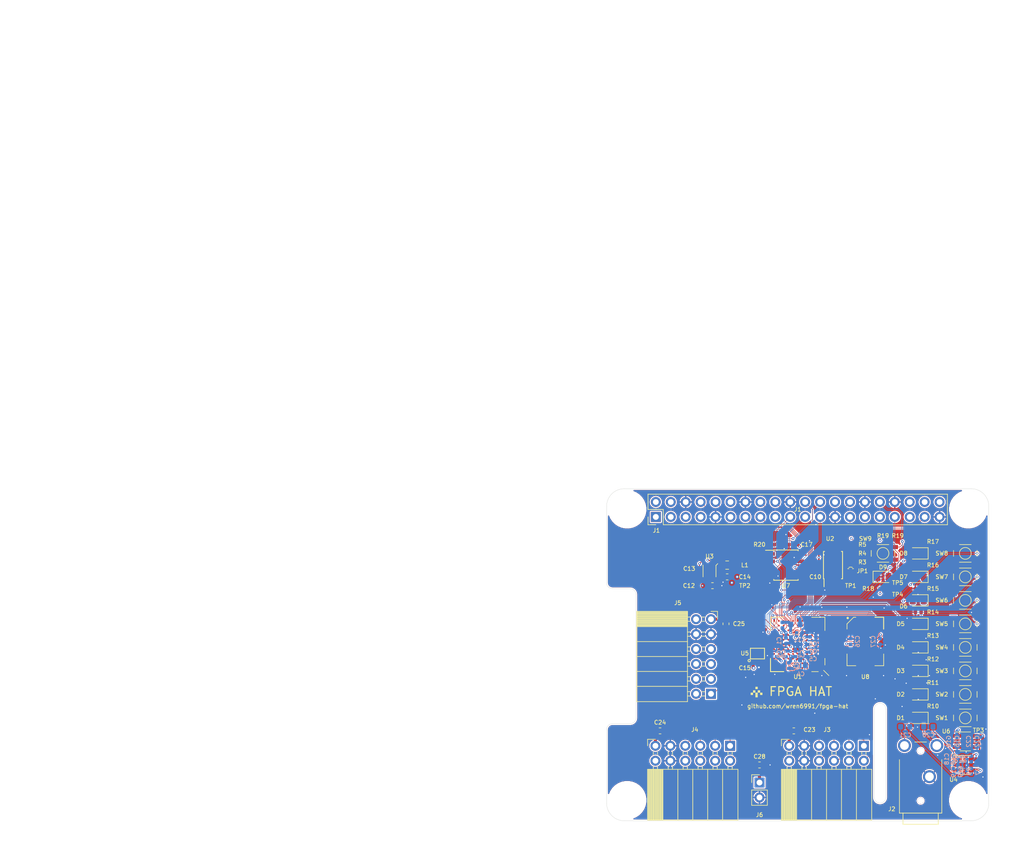
<source format=kicad_pcb>
(kicad_pcb (version 20171130) (host pcbnew 5.1.2+dfsg1-1)
  (layers (0 F.Cu signal) (1 In1.Cu power hide) (2 In2.Cu power hide) (31 B.Cu signal hide) (34 B.Paste user hide) (35 F.Paste user hide) (36 B.SilkS user hide) (37 F.SilkS user) (38 B.Mask user hide) (39 F.Mask user hide) (44 Edge.Cuts user))
  (net 0 "")
  (net 1 GND)
  (net 2 +1V2)
  (net 3 "Net-(C2-Pad2)")
  (net 4 "Net-(C2-Pad1)")
  (net 5 "Net-(C4-Pad2)")
  (net 6 "Net-(C4-Pad1)")
  (net 7 +3V3)
  (net 8 +5V)
  (net 9 "Net-(C13-Pad2)")
  (net 10 "Net-(C18-Pad1)")
  (net 11 "Net-(C19-Pad1)")
  (net 12 "Net-(C20-Pad1)")
  (net 13 "Net-(C21-Pad1)")
  (net 14 +3.3VDAC)
  (net 15 "Net-(D1-Pad1)")
  (net 16 /LED0)
  (net 17 /LED1)
  (net 18 "Net-(D2-Pad1)")
  (net 19 "Net-(D3-Pad1)")
  (net 20 /LED2)
  (net 21 /LED3)
  (net 22 "Net-(D4-Pad1)")
  (net 23 /LED4)
  (net 24 "Net-(D5-Pad1)")
  (net 25 "Net-(D6-Pad1)")
  (net 26 /LED5)
  (net 27 /LED6)
  (net 28 "Net-(D7-Pad1)")
  (net 29 "Net-(D8-Pad1)")
  (net 30 /LED7)
  (net 31 /GP13_FPGA_CDONE)
  (net 32 "Net-(J1-Pad3)")
  (net 33 "Net-(J1-Pad5)")
  (net 34 "Net-(J1-Pad7)")
  (net 35 /GP14_UART_TXD)
  (net 36 /GP15_UART_RXD)
  (net 37 "Net-(J1-Pad11)")
  (net 38 "Net-(J1-Pad12)")
  (net 39 /GP27_SDIO_DAT3)
  (net 40 /GP22_SDIO_CLK)
  (net 41 /GP23_SDIO_CMD)
  (net 42 /GP24_SDIO_DAT0)
  (net 43 /GP10_SPI_MOSI)
  (net 44 /GP9_SPI_MISO)
  (net 45 /GP25_SDIO_DAT1)
  (net 46 /GP11_SPI_SCK)
  (net 47 /GP8_SPI_~CS)
  (net 48 "Net-(J1-Pad26)")
  (net 49 /ID_SD)
  (net 50 /ID_SC)
  (net 51 "Net-(J1-Pad29)")
  (net 52 "Net-(J1-Pad31)")
  (net 53 /GP12_FPGA_~RST)
  (net 54 "Net-(J1-Pad35)")
  (net 55 "Net-(J1-Pad36)")
  (net 56 /GP26_SDIO_DAT2)
  (net 57 "Net-(J1-Pad38)")
  (net 58 "Net-(J1-Pad40)")
  (net 59 /IO0_0)
  (net 60 /IO0_1)
  (net 61 /IO0_2)
  (net 62 /IO0_3)
  (net 63 /IO0_4)
  (net 64 /IO0_5)
  (net 65 /IO0_6)
  (net 66 /IO0_7)
  (net 67 /IO1_7)
  (net 68 /IO1_6)
  (net 69 /IO1_5)
  (net 70 /IO1_4)
  (net 71 /IO1_3)
  (net 72 /IO1_2)
  (net 73 /IO1_1)
  (net 74 /IO1_0)
  (net 75 /IO2_0)
  (net 76 /IO2_1)
  (net 77 /IO2_2)
  (net 78 /IO2_3)
  (net 79 /IO2_4)
  (net 80 /IO2_5)
  (net 81 /IO2_6)
  (net 82 /IO2_7)
  (net 83 "Net-(JP1-Pad1)")
  (net 84 "Net-(L1-Pad1)")
  (net 85 "Net-(R6-Pad2)")
  (net 86 "Net-(R7-Pad2)")
  (net 87 /SW0)
  (net 88 /SW1)
  (net 89 /SW2)
  (net 90 /SW3)
  (net 91 /SW4)
  (net 92 /SW5)
  (net 93 /SW6)
  (net 94 /SW7)
  (net 95 /SRAM_DQ0)
  (net 96 /SRAM_DQ5)
  (net 97 /SRAM_DQ7)
  (net 98 /SRAM_DQ6)
  (net 99 /SRAM_DQ12)
  (net 100 /SRAM_A9)
  (net 101 /SRAM_A2)
  (net 102 /SRAM_A4)
  (net 103 /SRAM_A5)
  (net 104 /SRAM_A10)
  (net 105 /SRAM_DQ1)
  (net 106 /SRAM_DQ4)
  (net 107 /SRAM_DQ8)
  (net 108 /SRAM_DQ10)
  (net 109 /SRAM_DQ13)
  (net 110 /SRAM_DQ15)
  (net 111 /SRAM_A3)
  (net 112 /SRAM_A7)
  (net 113 /SRAM_A6)
  (net 114 /SRAM_A12)
  (net 115 /SRAM_DQ3)
  (net 116 /SRAM_DQ9)
  (net 117 /SRAM_DQ11)
  (net 118 /SRAM_A8)
  (net 119 /SRAM_A0)
  (net 120 /SRAM_A1)
  (net 121 /SRAM_A11)
  (net 122 /SRAM_A13)
  (net 123 /SRAM_A15)
  (net 124 /SRAM_DQ2)
  (net 125 /SRAM_DQ14)
  (net 126 /SRAM_A14)
  (net 127 /SRAM_A17)
  (net 128 /SRAM_A16)
  (net 129 /SRAM_~WE)
  (net 130 /SRAM_~OE)
  (net 131 /SRAM_~LB)
  (net 132 /SRAM_~UB)
  (net 133 /AUDIO_R_PWM)
  (net 134 "Net-(U1-PadB10)")
  (net 135 /CLK_OSC)
  (net 136 /AUDIO_L_PWM)
  (module fpga_hat:MOUNTHOLE_M2.5 (layer F.Cu) (at 0 0)
    (fp_text reference REF** hide)
    (fp_text value MOUNTHOLE_M2.5 hide)
    (pad "" np_thru_hole circle (at 0 0) (size 2.75 2.75) (drill 2.75) (layers *.Cu *.Mask) (clearance 1.9) (thermal_gap 1.9))
  )
  (module fpga_hat:MOUNTHOLE_M2.5 (layer F.Cu) (at 161.5 133)
    (fp_text reference REF** hide)
    (fp_text value MOUNTHOLE_M2.5 hide)
    (pad "" np_thru_hole circle (at 0 0) (size 2.75 2.75) (drill 2.75) (layers *.Cu *.Mask) (clearance 1.9) (thermal_gap 1.9))
  )
  (module fpga_hat:MOUNTHOLE_M2.5 (layer F.Cu) (at 161.5 83.5)
    (fp_text reference REF** hide)
    (fp_text value MOUNTHOLE_M2.5 hide)
    (pad "" np_thru_hole circle (at 0 0) (size 2.75 2.75) (drill 2.75) (layers *.Cu *.Mask) (clearance 1.9) (thermal_gap 1.9))
  )
  (module fpga_hat:MOUNTHOLE_M2.5 (layer F.Cu) (at 103.5 133)
    (fp_text reference REF** hide)
    (fp_text value MOUNTHOLE_M2.5 hide)
    (pad "" np_thru_hole circle (at 0 0) (size 2.75 2.75) (drill 2.75) (layers *.Cu *.Mask) (clearance 1.9) (thermal_gap 1.9))
  )
  (module fpga_hat:MOUNTHOLE_M2.5 (layer F.Cu) (at 103.5 83.5)
    (fp_text reference REF** hide)
    (fp_text value MOUNTHOLE_M2.5 hide)
    (pad "" np_thru_hole circle (at 0 0) (size 2.75 2.75) (drill 2.75) (layers *.Cu *.Mask) (clearance 1.9) (thermal_gap 1.9))
  )
  (module fpga_hat:github_avatar (layer F.Cu) (at 125.5 114.5)
    (fp_text reference REF** hide)
    (fp_text value github_avatar hide)
  )
  (module fpga_hat:github_avatar (layer F.Cu) (at 0 0)
    (fp_text reference REF** hide)
    (fp_text value github_avatar hide)
  )
  (module Capacitor_SMD:C_0603_1608Metric (layer F.Cu) (at 109.0875 121.2)
    (fp_text reference C24 (at 0 -1.43) (layer F.SilkS) (effects (font (size 0.7 0.7) (thickness 0.12))))
    (fp_text value 1u)
    (pad 1 smd roundrect (at -0.7875 0) (size 0.875 0.95) (layers F.Cu F.Paste F.Mask) (net 7 +3V3))
    (pad 2 smd roundrect (at 0.7875 0) (size 0.875 0.95) (layers F.Cu F.Paste F.Mask) (net 1 GND))
  )
  (module Connector_PinHeader_2.54mm:PinHeader_2x20_P2.54mm_Vertical (layer F.Cu) (at 108.37 84.8 90)
    (fp_text reference J1 (at -2.31 0.1 180) (layer F.SilkS) (effects (font (size 0.7 0.7) (thickness 0.12))))
    (fp_text value 2x20)
    (fp_text user %R (at 1.27 24.13) (layer F.SilkS) (effects (font (size 0.7 0.7) (thickness 0.12))))
    (pad 1 thru_hole rect (at 0 0 90) (size 1.7 1.7) (drill 1) (layers *.Cu *.Mask) (net 7 +3V3))
    (pad 2 thru_hole oval (at 2.54 0 90) (size 1.7 1.7) (drill 1) (layers *.Cu *.Mask) (net 8 +5V))
    (pad 3 thru_hole oval (at 0 2.54 90) (size 1.7 1.7) (drill 1) (layers *.Cu *.Mask) (net 32 "Net-(J1-Pad3)"))
    (pad 4 thru_hole oval (at 2.54 2.54 90) (size 1.7 1.7) (drill 1) (layers *.Cu *.Mask) (net 8 +5V))
    (pad 5 thru_hole oval (at 0 5.08 90) (size 1.7 1.7) (drill 1) (layers *.Cu *.Mask) (net 33 "Net-(J1-Pad5)"))
    (pad 6 thru_hole oval (at 2.54 5.08 90) (size 1.7 1.7) (drill 1) (layers *.Cu *.Mask) (net 1 GND))
    (pad 7 thru_hole oval (at 0 7.62 90) (size 1.7 1.7) (drill 1) (layers *.Cu *.Mask) (net 34 "Net-(J1-Pad7)"))
    (pad 8 thru_hole oval (at 2.54 7.62 90) (size 1.7 1.7) (drill 1) (layers *.Cu *.Mask) (net 35 /GP14_UART_TXD))
    (pad 9 thru_hole oval (at 0 10.16 90) (size 1.7 1.7) (drill 1) (layers *.Cu *.Mask) (net 1 GND))
    (pad 10 thru_hole oval (at 2.54 10.16 90) (size 1.7 1.7) (drill 1) (layers *.Cu *.Mask) (net 36 /GP15_UART_RXD))
    (pad 11 thru_hole oval (at 0 12.7 90) (size 1.7 1.7) (drill 1) (layers *.Cu *.Mask) (net 37 "Net-(J1-Pad11)"))
    (pad 12 thru_hole oval (at 2.54 12.7 90) (size 1.7 1.7) (drill 1) (layers *.Cu *.Mask) (net 38 "Net-(J1-Pad12)"))
    (pad 13 thru_hole oval (at 0 15.24 90) (size 1.7 1.7) (drill 1) (layers *.Cu *.Mask) (net 39 /GP27_SDIO_DAT3))
    (pad 14 thru_hole oval (at 2.54 15.24 90) (size 1.7 1.7) (drill 1) (layers *.Cu *.Mask) (net 1 GND))
    (pad 15 thru_hole oval (at 0 17.78 90) (size 1.7 1.7) (drill 1) (layers *.Cu *.Mask) (net 40 /GP22_SDIO_CLK))
    (pad 16 thru_hole oval (at 2.54 17.78 90) (size 1.7 1.7) (drill 1) (layers *.Cu *.Mask) (net 41 /GP23_SDIO_CMD))
    (pad 17 thru_hole oval (at 0 20.32 90) (size 1.7 1.7) (drill 1) (layers *.Cu *.Mask) (net 7 +3V3))
    (pad 18 thru_hole oval (at 2.54 20.32 90) (size 1.7 1.7) (drill 1) (layers *.Cu *.Mask) (net 42 /GP24_SDIO_DAT0))
    (pad 19 thru_hole oval (at 0 22.86 90) (size 1.7 1.7) (drill 1) (layers *.Cu *.Mask) (net 43 /GP10_SPI_MOSI))
    (pad 20 thru_hole oval (at 2.54 22.86 90) (size 1.7 1.7) (drill 1) (layers *.Cu *.Mask) (net 1 GND))
    (pad 21 thru_hole oval (at 0 25.4 90) (size 1.7 1.7) (drill 1) (layers *.Cu *.Mask) (net 44 /GP9_SPI_MISO))
    (pad 22 thru_hole oval (at 2.54 25.4 90) (size 1.7 1.7) (drill 1) (layers *.Cu *.Mask) (net 45 /GP25_SDIO_DAT1))
    (pad 23 thru_hole oval (at 0 27.94 90) (size 1.7 1.7) (drill 1) (layers *.Cu *.Mask) (net 46 /GP11_SPI_SCK))
    (pad 24 thru_hole oval (at 2.54 27.94 90) (size 1.7 1.7) (drill 1) (layers *.Cu *.Mask) (net 47 /GP8_SPI_~CS))
    (pad 25 thru_hole oval (at 0 30.48 90) (size 1.7 1.7) (drill 1) (layers *.Cu *.Mask) (net 1 GND))
    (pad 26 thru_hole oval (at 2.54 30.48 90) (size 1.7 1.7) (drill 1) (layers *.Cu *.Mask) (net 48 "Net-(J1-Pad26)"))
    (pad 27 thru_hole oval (at 0 33.02 90) (size 1.7 1.7) (drill 1) (layers *.Cu *.Mask) (net 49 /ID_SD))
    (pad 28 thru_hole oval (at 2.54 33.02 90) (size 1.7 1.7) (drill 1) (layers *.Cu *.Mask) (net 50 /ID_SC))
    (pad 29 thru_hole oval (at 0 35.56 90) (size 1.7 1.7) (drill 1) (layers *.Cu *.Mask) (net 51 "Net-(J1-Pad29)"))
    (pad 30 thru_hole oval (at 2.54 35.56 90) (size 1.7 1.7) (drill 1) (layers *.Cu *.Mask) (net 1 GND))
    (pad 31 thru_hole oval (at 0 38.1 90) (size 1.7 1.7) (drill 1) (layers *.Cu *.Mask) (net 52 "Net-(J1-Pad31)"))
    (pad 32 thru_hole oval (at 2.54 38.1 90) (size 1.7 1.7) (drill 1) (layers *.Cu *.Mask) (net 53 /GP12_FPGA_~RST))
    (pad 33 thru_hole oval (at 0 40.64 90) (size 1.7 1.7) (drill 1) (layers *.Cu *.Mask) (net 31 /GP13_FPGA_CDONE))
    (pad 34 thru_hole oval (at 2.54 40.64 90) (size 1.7 1.7) (drill 1) (layers *.Cu *.Mask) (net 1 GND))
    (pad 35 thru_hole oval (at 0 43.18 90) (size 1.7 1.7) (drill 1) (layers *.Cu *.Mask) (net 54 "Net-(J1-Pad35)"))
    (pad 36 thru_hole oval (at 2.54 43.18 90) (size 1.7 1.7) (drill 1) (layers *.Cu *.Mask) (net 55 "Net-(J1-Pad36)"))
    (pad 37 thru_hole oval (at 0 45.72 90) (size 1.7 1.7) (drill 1) (layers *.Cu *.Mask) (net 56 /GP26_SDIO_DAT2))
    (pad 38 thru_hole oval (at 2.54 45.72 90) (size 1.7 1.7) (drill 1) (layers *.Cu *.Mask) (net 57 "Net-(J1-Pad38)"))
    (pad 39 thru_hole oval (at 0 48.26 90) (size 1.7 1.7) (drill 1) (layers *.Cu *.Mask) (net 1 GND))
    (pad 40 thru_hole oval (at 2.54 48.26 90) (size 1.7 1.7) (drill 1) (layers *.Cu *.Mask) (net 58 "Net-(J1-Pad40)"))
  )
  (module fpga_hat:PTS815 (layer F.Cu) (at 161 103 270)
    (fp_text reference SW5 (at 0 4) (layer F.SilkS) (effects (font (size 0.7 0.7) (thickness 0.12))))
    (fp_text value PTS815)
    (pad 1 smd rect (at -1.075 -2) (size 1.1 0.7) (layers F.Cu F.Paste F.Mask) (net 91 /SW4))
    (pad 2 smd rect (at 1.075 -2) (size 1.1 0.7) (layers F.Cu F.Paste F.Mask) (net 1 GND))
    (pad ~ smd rect (at 1.075 2) (size 1.1 0.7) (layers F.Cu F.Paste F.Mask))
    (pad ~ smd rect (at -1.075 2) (size 1.1 0.7) (layers F.Cu F.Paste F.Mask))
  )
  (module fpga_hat:BGA-121_11x11_9.0x9.0mm (layer F.Cu) (at 132.5 106.5 180)
    (fp_text reference U1 (at 0 -5.5) (layer F.SilkS) (effects (font (size 0.7 0.7) (thickness 0.12))))
    (fp_text value iCE40-HX8k-BG121)
    (pad A1 smd circle (at -4 -4 180) (size 0.3 0.3) (layers F.Cu F.Paste F.Mask) (net 97 /SRAM_DQ7))
    (pad B1 smd circle (at -4 -3.2 180) (size 0.3 0.3) (layers F.Cu F.Paste F.Mask) (net 129 /SRAM_~WE))
    (pad C1 smd circle (at -4 -2.4 180) (size 0.3 0.3) (layers F.Cu F.Paste F.Mask) (net 100 /SRAM_A9))
    (pad D1 smd circle (at -4 -1.6 180) (size 0.3 0.3) (layers F.Cu F.Paste F.Mask) (net 114 /SRAM_A12))
    (pad E1 smd circle (at -4 -0.8 180) (size 0.3 0.3) (layers F.Cu F.Paste F.Mask) (net 125 /SRAM_DQ14))
    (pad F1 smd circle (at -4 0 180) (size 0.3 0.3) (layers F.Cu F.Paste F.Mask) (net 99 /SRAM_DQ12))
    (pad G1 smd circle (at -4 0.8 180) (size 0.3 0.3) (layers F.Cu F.Paste F.Mask) (net 107 /SRAM_DQ8))
    (pad H1 smd circle (at -4 1.6 180) (size 0.3 0.3) (layers F.Cu F.Paste F.Mask) (net 132 /SRAM_~UB))
    (pad J1 smd circle (at -4 2.4 180) (size 0.3 0.3) (layers F.Cu F.Paste F.Mask) (net 119 /SRAM_A0))
    (pad K1 smd circle (at -4 3.2 180) (size 0.3 0.3) (layers F.Cu F.Paste F.Mask) (net 102 /SRAM_A4))
    (pad L1 smd circle (at -4 4 180) (size 0.3 0.3) (layers F.Cu F.Paste F.Mask) (net 95 /SRAM_DQ0))
    (pad A2 smd circle (at -3.2 -4 180) (size 0.3 0.3) (layers F.Cu F.Paste F.Mask) (net 96 /SRAM_DQ5))
    (pad B2 smd circle (at -3.2 -3.2 180) (size 0.3 0.3) (layers F.Cu F.Paste F.Mask) (net 104 /SRAM_A10))
    (pad C2 smd circle (at -3.2 -2.4 180) (size 0.3 0.3) (layers F.Cu F.Paste F.Mask) (net 122 /SRAM_A13))
    (pad D2 smd circle (at -3.2 -1.6 180) (size 0.3 0.3) (layers F.Cu F.Paste F.Mask) (net 118 /SRAM_A8))
    (pad E2 smd circle (at -3.2 -0.8 180) (size 0.3 0.3) (layers F.Cu F.Paste F.Mask) (net 109 /SRAM_DQ13))
    (pad F2 smd circle (at -3.2 0 180) (size 0.3 0.3) (layers F.Cu F.Paste F.Mask) (net 116 /SRAM_DQ9))
    (pad G2 smd circle (at -3.2 0.8 180) (size 0.3 0.3) (layers F.Cu F.Paste F.Mask) (net 108 /SRAM_DQ10))
    (pad H2 smd circle (at -3.2 1.6 180) (size 0.3 0.3) (layers F.Cu F.Paste F.Mask) (net 130 /SRAM_~OE))
    (pad J2 smd circle (at -3.2 2.4 180) (size 0.3 0.3) (layers F.Cu F.Paste F.Mask) (net 111 /SRAM_A3))
    (pad K2 smd circle (at -3.2 3.2 180) (size 0.3 0.3) (layers F.Cu F.Paste F.Mask) (net 120 /SRAM_A1))
    (pad L2 smd circle (at -3.2 4 180) (size 0.3 0.3) (layers F.Cu F.Paste F.Mask) (net 113 /SRAM_A6))
    (pad A3 smd circle (at -2.4 -4 180) (size 0.3 0.3) (layers F.Cu F.Paste F.Mask) (net 106 /SRAM_DQ4))
    (pad B3 smd circle (at -2.4 -3.2 180) (size 0.3 0.3) (layers F.Cu F.Paste F.Mask) (net 98 /SRAM_DQ6))
    (pad C3 smd circle (at -2.4 -2.4 180) (size 0.3 0.3) (layers F.Cu F.Paste F.Mask) (net 123 /SRAM_A15))
    (pad D3 smd circle (at -2.4 -1.6 180) (size 0.3 0.3) (layers F.Cu F.Paste F.Mask) (net 121 /SRAM_A11))
    (pad E3 smd circle (at -2.4 -0.8 180) (size 0.3 0.3) (layers F.Cu F.Paste F.Mask) (net 126 /SRAM_A14))
    (pad F3 smd circle (at -2.4 0 180) (size 0.3 0.3) (layers F.Cu F.Paste F.Mask) (net 127 /SRAM_A17))
    (pad G3 smd circle (at -2.4 0.8 180) (size 0.3 0.3) (layers F.Cu F.Paste F.Mask) (net 117 /SRAM_DQ11))
    (pad H3 smd circle (at -2.4 1.6 180) (size 0.3 0.3) (layers F.Cu F.Paste F.Mask) (net 131 /SRAM_~LB))
    (pad J3 smd circle (at -2.4 2.4 180) (size 0.3 0.3) (layers F.Cu F.Paste F.Mask) (net 103 /SRAM_A5))
    (pad K3 smd circle (at -2.4 3.2 180) (size 0.3 0.3) (layers F.Cu F.Paste F.Mask) (net 101 /SRAM_A2))
    (pad L3 smd circle (at -2.4 4 180) (size 0.3 0.3) (layers F.Cu F.Paste F.Mask) (net 105 /SRAM_DQ1))
    (pad A4 smd circle (at -1.6 -4 180) (size 0.3 0.3) (layers F.Cu F.Paste F.Mask) (net 89 /SW2))
    (pad B4 smd circle (at -1.6 -3.2 180) (size 0.3 0.3) (layers F.Cu F.Paste F.Mask) (net 21 /LED3))
    (pad C4 smd circle (at -1.6 -2.4 180) (size 0.3 0.3) (layers F.Cu F.Paste F.Mask) (net 90 /SW3))
    (pad D4 smd circle (at -1.6 -1.6 180) (size 0.3 0.3) (layers F.Cu F.Paste F.Mask) (net 2 +1V2))
    (pad E4 smd circle (at -1.6 -0.8 180) (size 0.3 0.3) (layers F.Cu F.Paste F.Mask) (net 7 +3V3))
    (pad F4 smd circle (at -1.6 0 180) (size 0.3 0.3) (layers F.Cu F.Paste F.Mask) (net 110 /SRAM_DQ15))
    (pad G4 smd circle (at -1.6 0.8 180) (size 0.3 0.3) (layers F.Cu F.Paste F.Mask) (net 7 +3V3))
    (pad H4 smd circle (at -1.6 1.6 180) (size 0.3 0.3) (layers F.Cu F.Paste F.Mask) (net 2 +1V2))
    (pad J4 smd circle (at -1.6 2.4 180) (size 0.3 0.3) (layers F.Cu F.Paste F.Mask) (net 124 /SRAM_DQ2))
    (pad K4 smd circle (at -1.6 3.2 180) (size 0.3 0.3) (layers F.Cu F.Paste F.Mask) (net 115 /SRAM_DQ3))
    (pad L4 smd circle (at -1.6 4 180) (size 0.3 0.3) (layers F.Cu F.Paste F.Mask) (net 112 /SRAM_A7))
    (pad A5 smd circle (at -0.8 -4 180) (size 0.3 0.3) (layers F.Cu F.Paste F.Mask) (net 88 /SW1))
    (pad B5 smd circle (at -0.8 -3.2 180) (size 0.3 0.3) (layers F.Cu F.Paste F.Mask) (net 20 /LED2))
    (pad C5 smd circle (at -0.8 -2.4 180) (size 0.3 0.3) (layers F.Cu F.Paste F.Mask) (net 5 "Net-(C4-Pad2)"))
    (pad D5 smd circle (at -0.8 -1.6 180) (size 0.3 0.3) (layers F.Cu F.Paste F.Mask) (net 128 /SRAM_A16))
    (pad E5 smd circle (at -0.8 -0.8 180) (size 0.3 0.3) (layers F.Cu F.Paste F.Mask) (net 1 GND))
    (pad F5 smd circle (at -0.8 0 180) (size 0.3 0.3) (layers F.Cu F.Paste F.Mask) (net 1 GND))
    (pad G5 smd circle (at -0.8 0.8 180) (size 0.3 0.3) (layers F.Cu F.Paste F.Mask) (net 1 GND))
    (pad H5 smd circle (at -0.8 1.6 180) (size 0.3 0.3) (layers F.Cu F.Paste F.Mask) (net 1 GND))
    (pad J5 smd circle (at -0.8 2.4 180) (size 0.3 0.3) (layers F.Cu F.Paste F.Mask) (net 23 /LED4))
    (pad K5 smd circle (at -0.8 3.2 180) (size 0.3 0.3) (layers F.Cu F.Paste F.Mask) (net 56 /GP26_SDIO_DAT2))
    (pad L5 smd circle (at -0.8 4 180) (size 0.3 0.3) (layers F.Cu F.Paste F.Mask) (net 45 /GP25_SDIO_DAT1))
    (pad A6 smd circle (at 0 -4 180) (size 0.3 0.3) (layers F.Cu F.Paste F.Mask) (net 16 /LED0))
    (pad B6 smd circle (at 0 -3.2 180) (size 0.3 0.3) (layers F.Cu F.Paste F.Mask) (net 87 /SW0))
    (pad C6 smd circle (at 0 -2.4 180) (size 0.3 0.3) (layers F.Cu F.Paste F.Mask) (net 6 "Net-(C4-Pad1)"))
    (pad D6 smd circle (at 0 -1.6 180) (size 0.3 0.3) (layers F.Cu F.Paste F.Mask) (net 7 +3V3))
    (pad E6 smd circle (at 0 -0.8 180) (size 0.3 0.3) (layers F.Cu F.Paste F.Mask) (net 1 GND))
    (pad F6 smd circle (at 0 0 180) (size 0.3 0.3) (layers F.Cu F.Paste F.Mask) (net 1 GND))
    (pad G6 smd circle (at 0 0.8 180) (size 0.3 0.3) (layers F.Cu F.Paste F.Mask) (net 1 GND))
    (pad H6 smd circle (at 0 1.6 180) (size 0.3 0.3) (layers F.Cu F.Paste F.Mask) (net 7 +3V3))
    (pad J6 smd circle (at 0 2.4 180) (size 0.3 0.3) (layers F.Cu F.Paste F.Mask) (net 4 "Net-(C2-Pad1)"))
    (pad K6 smd circle (at 0 3.2 180) (size 0.3 0.3) (layers F.Cu F.Paste F.Mask) (net 40 /GP22_SDIO_CLK))
    (pad L6 smd circle (at 0 4 180) (size 0.3 0.3) (layers F.Cu F.Paste F.Mask) (net 3 "Net-(C2-Pad2)"))
    (pad A7 smd circle (at 0.8 -4 180) (size 0.3 0.3) (layers F.Cu F.Paste F.Mask) (net 63 /IO0_4))
    (pad B7 smd circle (at 0.8 -3.2 180) (size 0.3 0.3) (layers F.Cu F.Paste F.Mask) (net 136 /AUDIO_L_PWM))
    (pad C7 smd circle (at 0.8 -2.4 180) (size 0.3 0.3) (layers F.Cu F.Paste F.Mask) (net 133 /AUDIO_R_PWM))
    (pad D7 smd circle (at 0.8 -1.6 180) (size 0.3 0.3) (layers F.Cu F.Paste F.Mask) (net 17 /LED1))
    (pad E7 smd circle (at 0.8 -0.8 180) (size 0.3 0.3) (layers F.Cu F.Paste F.Mask) (net 1 GND))
    (pad F7 smd circle (at 0.8 0 180) (size 0.3 0.3) (layers F.Cu F.Paste F.Mask) (net 1 GND))
    (pad G7 smd circle (at 0.8 0.8 180) (size 0.3 0.3) (layers F.Cu F.Paste F.Mask) (net 1 GND))
    (pad H7 smd circle (at 0.8 1.6 180) (size 0.3 0.3) (layers F.Cu F.Paste F.Mask) (net 42 /GP24_SDIO_DAT0))
    (pad J7 smd circle (at 0.8 2.4 180) (size 0.3 0.3) (layers F.Cu F.Paste F.Mask) (net 41 /GP23_SDIO_CMD))
    (pad K7 smd circle (at 0.8 3.2 180) (size 0.3 0.3) (layers F.Cu F.Paste F.Mask) (net 39 /GP27_SDIO_DAT3))
    (pad L7 smd circle (at 0.8 4 180) (size 0.3 0.3) (layers F.Cu F.Paste F.Mask) (net 92 /SW5))
    (pad A8 smd circle (at 1.6 -4 180) (size 0.3 0.3) (layers F.Cu F.Paste F.Mask) (net 60 /IO0_1))
    (pad B8 smd circle (at 1.6 -3.2 180) (size 0.3 0.3) (layers F.Cu F.Paste F.Mask) (net 64 /IO0_5))
    (pad C8 smd circle (at 1.6 -2.4 180) (size 0.3 0.3) (layers F.Cu F.Paste F.Mask) (net 59 /IO0_0))
    (pad D8 smd circle (at 1.6 -1.6 180) (size 0.3 0.3) (layers F.Cu F.Paste F.Mask) (net 2 +1V2))
    (pad E8 smd circle (at 1.6 -0.8 180) (size 0.3 0.3) (layers F.Cu F.Paste F.Mask) (net 79 /IO2_4))
    (pad F8 smd circle (at 1.6 0 180) (size 0.3 0.3) (layers F.Cu F.Paste F.Mask) (net 7 +3V3))
    (pad G8 smd circle (at 1.6 0.8 180) (size 0.3 0.3) (layers F.Cu F.Paste F.Mask) (net 78 /IO2_3))
    (pad H8 smd circle (at 1.6 1.6 180) (size 0.3 0.3) (layers F.Cu F.Paste F.Mask) (net 2 +1V2))
    (pad J8 smd circle (at 1.6 2.4 180) (size 0.3 0.3) (layers F.Cu F.Paste F.Mask) (net 91 /SW4))
    (pad K8 smd circle (at 1.6 3.2 180) (size 0.3 0.3) (layers F.Cu F.Paste F.Mask) (net 31 /GP13_FPGA_CDONE))
    (pad L8 smd circle (at 1.6 4 180) (size 0.3 0.3) (layers F.Cu F.Paste F.Mask) (net 26 /LED5))
    (pad A9 smd circle (at 2.4 -4 180) (size 0.3 0.3) (layers F.Cu F.Paste F.Mask) (net 61 /IO0_2))
    (pad B9 smd circle (at 2.4 -3.2 180) (size 0.3 0.3) (layers F.Cu F.Paste F.Mask) (net 66 /IO0_7))
    (pad C9 smd circle (at 2.4 -2.4 180) (size 0.3 0.3) (layers F.Cu F.Paste F.Mask) (net 65 /IO0_6))
    (pad D9 smd circle (at 2.4 -1.6 180) (size 0.3 0.3) (layers F.Cu F.Paste F.Mask) (net 74 /IO1_0))
    (pad E9 smd circle (at 2.4 -0.8 180) (size 0.3 0.3) (layers F.Cu F.Paste F.Mask) (net 67 /IO1_7))
    (pad F9 smd circle (at 2.4 0 180) (size 0.3 0.3) (layers F.Cu F.Paste F.Mask) (net 76 /IO2_1))
    (pad G9 smd circle (at 2.4 0.8 180) (size 0.3 0.3) (layers F.Cu F.Paste F.Mask) (net 82 /IO2_7))
    (pad H9 smd circle (at 2.4 1.6 180) (size 0.3 0.3) (layers F.Cu F.Paste F.Mask) (net 94 /SW7))
    (pad J9 smd circle (at 2.4 2.4 180) (size 0.3 0.3) (layers F.Cu F.Paste F.Mask) (net 44 /GP9_SPI_MISO))
    (pad K9 smd circle (at 2.4 3.2 180) (size 0.3 0.3) (layers F.Cu F.Paste F.Mask) (net 43 /GP10_SPI_MOSI))
    (pad L9 smd circle (at 2.4 4 180) (size 0.3 0.3) (layers F.Cu F.Paste F.Mask) (net 53 /GP12_FPGA_~RST))
    (pad A10 smd circle (at 3.2 -4 180) (size 0.3 0.3) (layers F.Cu F.Paste F.Mask) (net 62 /IO0_3))
    (pad B10 smd circle (at 3.2 -3.2 180) (size 0.3 0.3) (layers F.Cu F.Paste F.Mask) (net 134 "Net-(U1-PadB10)"))
    (pad C10 smd circle (at 3.2 -2.4 180) (size 0.3 0.3) (layers F.Cu F.Paste F.Mask) (net 7 +3V3))
    (pad D10 smd circle (at 3.2 -1.6 180) (size 0.3 0.3) (layers F.Cu F.Paste F.Mask) (net 73 /IO1_1))
    (pad E10 smd circle (at 3.2 -0.8 180) (size 0.3 0.3) (layers F.Cu F.Paste F.Mask) (net 135 /CLK_OSC))
    (pad F10 smd circle (at 3.2 0 180) (size 0.3 0.3) (layers F.Cu F.Paste F.Mask) (net 75 /IO2_0))
    (pad G10 smd circle (at 3.2 0.8 180) (size 0.3 0.3) (layers F.Cu F.Paste F.Mask) (net 81 /IO2_6))
    (pad H10 smd circle (at 3.2 1.6 180) (size 0.3 0.3) (layers F.Cu F.Paste F.Mask) (net 35 /GP14_UART_TXD))
    (pad J10 smd circle (at 3.2 2.4 180) (size 0.3 0.3) (layers F.Cu F.Paste F.Mask) (net 36 /GP15_UART_RXD))
    (pad K10 smd circle (at 3.2 3.2 180) (size 0.3 0.3) (layers F.Cu F.Paste F.Mask) (net 47 /GP8_SPI_~CS))
    (pad L10 smd circle (at 3.2 4 180) (size 0.3 0.3) (layers F.Cu F.Paste F.Mask) (net 46 /GP11_SPI_SCK))
    (pad A11 smd circle (at 4 -4 180) (size 0.3 0.3) (layers F.Cu F.Paste F.Mask) (net 70 /IO1_4))
    (pad B11 smd circle (at 4 -3.2 180) (size 0.3 0.3) (layers F.Cu F.Paste F.Mask) (net 69 /IO1_5))
    (pad C11 smd circle (at 4 -2.4 180) (size 0.3 0.3) (layers F.Cu F.Paste F.Mask) (net 68 /IO1_6))
    (pad D11 smd circle (at 4 -1.6 180) (size 0.3 0.3) (layers F.Cu F.Paste F.Mask) (net 72 /IO1_2))
    (pad E11 smd circle (at 4 -0.8 180) (size 0.3 0.3) (layers F.Cu F.Paste F.Mask) (net 71 /IO1_3))
    (pad F11 smd circle (at 4 0 180) (size 0.3 0.3) (layers F.Cu F.Paste F.Mask) (net 80 /IO2_5))
    (pad G11 smd circle (at 4 0.8 180) (size 0.3 0.3) (layers F.Cu F.Paste F.Mask) (net 77 /IO2_2))
    (pad H11 smd circle (at 4 1.6 180) (size 0.3 0.3) (layers F.Cu F.Paste F.Mask) (net 30 /LED7))
    (pad J11 smd circle (at 4 2.4 180) (size 0.3 0.3) (layers F.Cu F.Paste F.Mask) (net 27 /LED6))
    (pad K11 smd circle (at 4 3.2 180) (size 0.3 0.3) (layers F.Cu F.Paste F.Mask) (net 93 /SW6))
    (pad L11 smd circle (at 4 4 180) (size 0.3 0.3) (layers F.Cu F.Paste F.Mask) (net 7 +3V3))
  )
  (module Capacitor_SMD:C_0402_1005Metric (layer B.Cu) (at 128.9 108.1 90)
    (fp_text reference C8 (at 0 1.17 90) (layer B.SilkS) (effects (font (size 0.7 0.7) (thickness 0.12)) (justify mirror)))
    (fp_text value 100n)
    (pad 2 smd roundrect (at 0.485 0 90) (size 0.59 0.64) (layers B.Cu B.Paste B.Mask) (net 1 GND))
    (pad 1 smd roundrect (at -0.485 0 90) (size 0.59 0.64) (layers B.Cu B.Paste B.Mask) (net 7 +3V3))
  )
  (module Capacitor_SMD:C_0402_1005Metric (layer B.Cu) (at 130.5 105.885 270)
    (fp_text reference C1 (at 0 1.17 90) (layer B.SilkS) (effects (font (size 0.7 0.7) (thickness 0.12)) (justify mirror)))
    (fp_text value 100n)
    (pad 2 smd roundrect (at 0.485 0 270) (size 0.59 0.64) (layers B.Cu B.Paste B.Mask) (net 1 GND))
    (pad 1 smd roundrect (at -0.485 0 270) (size 0.59 0.64) (layers B.Cu B.Paste B.Mask) (net 2 +1V2))
  )
  (module Capacitor_SMD:C_0603_1608Metric (layer B.Cu) (at 132.1125 103.1)
    (fp_text reference C2 (at 0 1.43) (layer B.SilkS) (effects (font (size 0.7 0.7) (thickness 0.12)) (justify mirror)))
    (fp_text value 4u7)
    (pad 2 smd roundrect (at 0.7875 0) (size 0.875 0.95) (layers B.Cu B.Paste B.Mask) (net 3 "Net-(C2-Pad2)"))
    (pad 1 smd roundrect (at -0.7875 0) (size 0.875 0.95) (layers B.Cu B.Paste B.Mask) (net 4 "Net-(C2-Pad1)"))
  )
  (module Capacitor_SMD:C_0402_1005Metric (layer B.Cu) (at 132.1 108.1 90)
    (fp_text reference C3 (at 0 1.17 90) (layer B.SilkS) (effects (font (size 0.7 0.7) (thickness 0.12)) (justify mirror)))
    (fp_text value 100n)
    (pad 1 smd roundrect (at -0.485 0 90) (size 0.59 0.64) (layers B.Cu B.Paste B.Mask) (net 2 +1V2))
    (pad 2 smd roundrect (at 0.485 0 90) (size 0.59 0.64) (layers B.Cu B.Paste B.Mask) (net 1 GND))
  )
  (module Capacitor_SMD:C_0603_1608Metric (layer B.Cu) (at 133 110.1)
    (fp_text reference C4 (at 0 1.43) (layer B.SilkS) (effects (font (size 0.7 0.7) (thickness 0.12)) (justify mirror)))
    (fp_text value 4u7)
    (pad 1 smd roundrect (at -0.7875 0) (size 0.875 0.95) (layers B.Cu B.Paste B.Mask) (net 6 "Net-(C4-Pad1)"))
    (pad 2 smd roundrect (at 0.7875 0) (size 0.875 0.95) (layers B.Cu B.Paste B.Mask) (net 5 "Net-(C4-Pad2)"))
  )
  (module Capacitor_SMD:C_0402_1005Metric (layer B.Cu) (at 135.1 107.8)
    (fp_text reference C5 (at 0 1.17 -180) (layer B.SilkS) (effects (font (size 0.7 0.7) (thickness 0.12)) (justify mirror)))
    (fp_text value 100n)
    (pad 1 smd roundrect (at -0.485 0) (size 0.59 0.64) (layers B.Cu B.Paste B.Mask) (net 2 +1V2))
    (pad 2 smd roundrect (at 0.485 0) (size 0.59 0.64) (layers B.Cu B.Paste B.Mask) (net 1 GND))
  )
  (module Capacitor_SMD:C_0402_1005Metric (layer B.Cu) (at 135.1 105.2)
    (fp_text reference C6 (at 0 1.17) (layer B.SilkS) (effects (font (size 0.7 0.7) (thickness 0.12)) (justify mirror)))
    (fp_text value 100n)
    (pad 2 smd roundrect (at 0.485 0) (size 0.59 0.64) (layers B.Cu B.Paste B.Mask) (net 1 GND))
    (pad 1 smd roundrect (at -0.485 0) (size 0.59 0.64) (layers B.Cu B.Paste B.Mask) (net 2 +1V2))
  )
  (module Capacitor_SMD:C_0402_1005Metric (layer B.Cu) (at 135.115 106.5)
    (fp_text reference C7 (at 0 1.17 -180) (layer B.SilkS) (effects (font (size 0.7 0.7) (thickness 0.12)) (justify mirror)))
    (fp_text value 100n)
    (pad 2 smd roundrect (at 0.485 0) (size 0.59 0.64) (layers B.Cu B.Paste B.Mask) (net 1 GND))
    (pad 1 smd roundrect (at -0.485 0) (size 0.59 0.64) (layers B.Cu B.Paste B.Mask) (net 7 +3V3))
  )
  (module Capacitor_SMD:C_0402_1005Metric (layer B.Cu) (at 130.5 108.1 270)
    (fp_text reference C9 (at 0 1.17 90) (layer B.SilkS) (effects (font (size 0.7 0.7) (thickness 0.12)) (justify mirror)))
    (fp_text value 100n)
    (pad 2 smd roundrect (at 0.485 0 270) (size 0.59 0.64) (layers B.Cu B.Paste B.Mask) (net 1 GND))
    (pad 1 smd roundrect (at -0.485 0 270) (size 0.59 0.64) (layers B.Cu B.Paste B.Mask) (net 7 +3V3))
  )
  (module Capacitor_SMD:C_0402_1005Metric (layer F.Cu) (at 136.1 93 270)
    (fp_text reference C10 (at 2 0.6 180) (layer F.SilkS) (effects (font (size 0.7 0.7) (thickness 0.12))))
    (fp_text value 100n)
    (pad 1 smd roundrect (at -0.485 0 270) (size 0.59 0.64) (layers F.Cu F.Paste F.Mask) (net 7 +3V3))
    (pad 2 smd roundrect (at 0.485 0 270) (size 0.59 0.64) (layers F.Cu F.Paste F.Mask) (net 1 GND))
  )
  (module Capacitor_SMD:C_0402_1005Metric (layer B.Cu) (at 132.8 104.5)
    (fp_text reference C11 (at 0 1.17) (layer B.SilkS) (effects (font (size 0.7 0.7) (thickness 0.12)) (justify mirror)))
    (fp_text value 100n)
    (pad 1 smd roundrect (at -0.485 0) (size 0.59 0.64) (layers B.Cu B.Paste B.Mask) (net 7 +3V3))
    (pad 2 smd roundrect (at 0.485 0) (size 0.59 0.64) (layers B.Cu B.Paste B.Mask) (net 1 GND))
  )
  (module Capacitor_SMD:C_0603_1608Metric (layer F.Cu) (at 118 96.5)
    (fp_text reference C12 (at -4 0) (layer F.SilkS) (effects (font (size 0.7 0.7) (thickness 0.12))))
    (fp_text value 4u7)
    (pad 2 smd roundrect (at 0.7875 0) (size 0.875 0.95) (layers F.Cu F.Paste F.Mask) (net 1 GND))
    (pad 1 smd roundrect (at -0.7875 0) (size 0.875 0.95) (layers F.Cu F.Paste F.Mask) (net 8 +5V))
  )
  (module Capacitor_SMD:C_0402_1005Metric (layer F.Cu) (at 115.8 94 270)
    (fp_text reference C13 (at -0.4 1.75 180) (layer F.SilkS) (effects (font (size 0.7 0.7) (thickness 0.12))))
    (fp_text value 560p)
    (pad 1 smd roundrect (at -0.485 0 270) (size 0.59 0.64) (layers F.Cu F.Paste F.Mask) (net 2 +1V2))
    (pad 2 smd roundrect (at 0.485 0 270) (size 0.59 0.64) (layers F.Cu F.Paste F.Mask) (net 9 "Net-(C13-Pad2)"))
  )
  (module Capacitor_SMD:C_0603_1608Metric (layer F.Cu) (at 120.5 95 180)
    (fp_text reference C14 (at -3 0) (layer F.SilkS) (effects (font (size 0.7 0.7) (thickness 0.12))))
    (fp_text value 4u7)
    (pad 2 smd roundrect (at 0.7875 0 180) (size 0.875 0.95) (layers F.Cu F.Paste F.Mask) (net 1 GND))
    (pad 1 smd roundrect (at -0.7875 0 180) (size 0.875 0.95) (layers F.Cu F.Paste F.Mask) (net 2 +1V2))
  )
  (module Capacitor_SMD:C_0402_1005Metric (layer F.Cu) (at 125.415 109.6)
    (fp_text reference C15 (at -1.915 0.9) (layer F.SilkS) (effects (font (size 0.7 0.7) (thickness 0.12))))
    (fp_text value 100n)
    (pad 2 smd roundrect (at 0.485 0) (size 0.59 0.64) (layers F.Cu F.Paste F.Mask) (net 1 GND))
    (pad 1 smd roundrect (at -0.485 0) (size 0.59 0.64) (layers F.Cu F.Paste F.Mask) (net 7 +3V3))
  )
  (module Capacitor_SMD:C_0603_1608Metric (layer B.Cu) (at 159.6 123 270)
    (fp_text reference C16 (at 0 1.43 90) (layer B.SilkS) (effects (font (size 0.7 0.7) (thickness 0.12)) (justify mirror)))
    (fp_text value 1u)
    (fp_text user %R (at 0 0 90) (layer B.SilkS) (effects (font (size 0.7 0.7) (thickness 0.12)) (justify mirror)))
    (pad 1 smd roundrect (at -0.7875 0 270) (size 0.875 0.95) (layers B.Cu B.Paste B.Mask) (net 8 +5V))
    (pad 2 smd roundrect (at 0.7875 0 270) (size 0.875 0.95) (layers B.Cu B.Paste B.Mask) (net 1 GND))
  )
  (module Capacitor_SMD:C_0402_1005Metric (layer F.Cu) (at 131.5 89.5 180)
    (fp_text reference C17 (at -2.5 0) (layer F.SilkS) (effects (font (size 0.7 0.7) (thickness 0.12))))
    (fp_text value 100n)
    (pad 1 smd roundrect (at -0.485 0 180) (size 0.59 0.64) (layers F.Cu F.Paste F.Mask) (net 7 +3V3))
    (pad 2 smd roundrect (at 0.485 0 180) (size 0.59 0.64) (layers F.Cu F.Paste F.Mask) (net 1 GND))
  )
  (module Capacitor_SMD:C_0402_1005Metric (layer B.Cu) (at 159 125.985 270)
    (fp_text reference C18 (at 0 1.17 90) (layer B.SilkS) (effects (font (size 0.7 0.7) (thickness 0.12)) (justify mirror)))
    (fp_text value 100n)
    (fp_text user %R (at 0 0 90) (layer B.SilkS) (effects (font (size 0.7 0.7) (thickness 0.12)) (justify mirror)))
    (pad 1 smd roundrect (at -0.485 0 270) (size 0.59 0.64) (layers B.Cu B.Paste B.Mask) (net 10 "Net-(C18-Pad1)"))
    (pad 2 smd roundrect (at 0.485 0 270) (size 0.59 0.64) (layers B.Cu B.Paste B.Mask) (net 1 GND))
  )
  (module Capacitor_SMD:C_0402_1005Metric (layer B.Cu) (at 159 128.135 90)
    (fp_text reference C19 (at 0 1.17 90) (layer B.SilkS) (effects (font (size 0.7 0.7) (thickness 0.12)) (justify mirror)))
    (fp_text value 100n)
    (fp_text user %R (at 0 0 90) (layer B.SilkS) (effects (font (size 0.7 0.7) (thickness 0.12)) (justify mirror)))
    (pad 1 smd roundrect (at -0.485 0 90) (size 0.59 0.64) (layers B.Cu B.Paste B.Mask) (net 11 "Net-(C19-Pad1)"))
    (pad 2 smd roundrect (at 0.485 0 90) (size 0.59 0.64) (layers B.Cu B.Paste B.Mask) (net 1 GND))
  )
  (module Capacitor_SMD:C_0603_1608Metric (layer B.Cu) (at 154.7125 120.5)
    (fp_text reference C20 (at 0 1.43) (layer B.SilkS) (effects (font (size 0.7 0.7) (thickness 0.12)) (justify mirror)))
    (fp_text value 4u7)
    (pad 1 smd roundrect (at -0.7875 0) (size 0.875 0.95) (layers B.Cu B.Paste B.Mask) (net 12 "Net-(C20-Pad1)"))
    (pad 2 smd roundrect (at 0.7875 0) (size 0.875 0.95) (layers B.Cu B.Paste B.Mask) (net 10 "Net-(C18-Pad1)"))
  )
  (module Capacitor_SMD:C_0603_1608Metric (layer B.Cu) (at 150.7875 120.5)
    (fp_text reference C21 (at 0 1.43) (layer B.SilkS) (effects (font (size 0.7 0.7) (thickness 0.12)) (justify mirror)))
    (fp_text value 4u7)
    (pad 1 smd roundrect (at -0.7875 0) (size 0.875 0.95) (layers B.Cu B.Paste B.Mask) (net 13 "Net-(C21-Pad1)"))
    (pad 2 smd roundrect (at 0.7875 0) (size 0.875 0.95) (layers B.Cu B.Paste B.Mask) (net 11 "Net-(C19-Pad1)"))
  )
  (module Capacitor_SMD:C_0603_1608Metric (layer B.Cu) (at 163 123 270)
    (fp_text reference C22 (at 0 1.43 90) (layer B.SilkS) (effects (font (size 0.7 0.7) (thickness 0.12)) (justify mirror)))
    (fp_text value 1u)
    (fp_text user %R (at 0 0 90) (layer B.SilkS) (effects (font (size 0.7 0.7) (thickness 0.12)) (justify mirror)))
    (pad 2 smd roundrect (at 0.7875 0 270) (size 0.875 0.95) (layers B.Cu B.Paste B.Mask) (net 1 GND))
    (pad 1 smd roundrect (at -0.7875 0 270) (size 0.875 0.95) (layers B.Cu B.Paste B.Mask) (net 14 +3.3VDAC))
  )
  (module Capacitor_SMD:C_0603_1608Metric (layer F.Cu) (at 131.8375 121.2)
    (fp_text reference C23 (at 2.6625 -0.2) (layer F.SilkS) (effects (font (size 0.7 0.7) (thickness 0.12))))
    (fp_text value 1u)
    (pad 2 smd roundrect (at 0.7875 0) (size 0.875 0.95) (layers F.Cu F.Paste F.Mask) (net 1 GND))
    (pad 1 smd roundrect (at -0.7875 0) (size 0.875 0.95) (layers F.Cu F.Paste F.Mask) (net 7 +3V3))
  )
  (module Capacitor_SMD:C_0603_1608Metric (layer F.Cu) (at 120.3 102.9875 270)
    (fp_text reference C25 (at 0 -2.2 180) (layer F.SilkS) (effects (font (size 0.7 0.7) (thickness 0.12))))
    (fp_text value 1u)
    (pad 1 smd roundrect (at -0.7875 0 270) (size 0.875 0.95) (layers F.Cu F.Paste F.Mask) (net 7 +3V3))
    (pad 2 smd roundrect (at 0.7875 0 270) (size 0.875 0.95) (layers F.Cu F.Paste F.Mask) (net 1 GND))
  )
  (module Capacitor_SMD:C_0402_1005Metric (layer B.Cu) (at 141.5 106 90)
    (fp_text reference C26 (at 0 1.17 -90) (layer B.SilkS) (effects (font (size 0.7 0.7) (thickness 0.12)) (justify mirror)))
    (fp_text value 100n)
    (pad 1 smd roundrect (at -0.485 0 90) (size 0.59 0.64) (layers B.Cu B.Paste B.Mask) (net 7 +3V3))
    (pad 2 smd roundrect (at 0.485 0 90) (size 0.59 0.64) (layers B.Cu B.Paste B.Mask) (net 1 GND))
  )
  (module Capacitor_SMD:C_0402_1005Metric (layer B.Cu) (at 146.5 106 270)
    (fp_text reference C27 (at 0 1.17 270) (layer B.SilkS) (effects (font (size 0.7 0.7) (thickness 0.12)) (justify mirror)))
    (fp_text value 100n)
    (pad 2 smd roundrect (at 0.485 0 270) (size 0.59 0.64) (layers B.Cu B.Paste B.Mask) (net 1 GND))
    (pad 1 smd roundrect (at -0.485 0 270) (size 0.59 0.64) (layers B.Cu B.Paste B.Mask) (net 7 +3V3))
  )
  (module Capacitor_SMD:C_0603_1608Metric (layer F.Cu) (at 126 127)
    (fp_text reference C28 (at 0 -1.43) (layer F.SilkS) (effects (font (size 0.7 0.7) (thickness 0.12))))
    (fp_text value 1u)
    (pad 1 smd roundrect (at -0.7875 0) (size 0.875 0.95) (layers F.Cu F.Paste F.Mask) (net 8 +5V))
    (pad 2 smd roundrect (at 0.7875 0) (size 0.875 0.95) (layers F.Cu F.Paste F.Mask) (net 1 GND))
  )
  (module LED_SMD:LED_0805_2012Metric (layer F.Cu) (at 153 119 180)
    (fp_text reference D1 (at 3 0) (layer F.SilkS) (effects (font (size 0.7 0.7) (thickness 0.12))))
    (fp_text value LED)
    (pad 1 smd roundrect (at -0.9375 0 180) (size 0.975 1.4) (layers F.Cu F.Paste F.Mask) (net 15 "Net-(D1-Pad1)"))
    (pad 2 smd roundrect (at 0.9375 0 180) (size 0.975 1.4) (layers F.Cu F.Paste F.Mask) (net 16 /LED0))
  )
  (module LED_SMD:LED_0805_2012Metric (layer F.Cu) (at 153 115 180)
    (fp_text reference D2 (at 3 0) (layer F.SilkS) (effects (font (size 0.7 0.7) (thickness 0.12))))
    (fp_text value LED)
    (pad 1 smd roundrect (at -0.9375 0 180) (size 0.975 1.4) (layers F.Cu F.Paste F.Mask) (net 18 "Net-(D2-Pad1)"))
    (pad 2 smd roundrect (at 0.9375 0 180) (size 0.975 1.4) (layers F.Cu F.Paste F.Mask) (net 17 /LED1))
  )
  (module LED_SMD:LED_0805_2012Metric (layer F.Cu) (at 153 111 180)
    (fp_text reference D3 (at 3 0) (layer F.SilkS) (effects (font (size 0.7 0.7) (thickness 0.12))))
    (fp_text value LED)
    (pad 2 smd roundrect (at 0.9375 0 180) (size 0.975 1.4) (layers F.Cu F.Paste F.Mask) (net 20 /LED2))
    (pad 1 smd roundrect (at -0.9375 0 180) (size 0.975 1.4) (layers F.Cu F.Paste F.Mask) (net 19 "Net-(D3-Pad1)"))
  )
  (module LED_SMD:LED_0805_2012Metric (layer F.Cu) (at 153 107 180)
    (fp_text reference D4 (at 3 0) (layer F.SilkS) (effects (font (size 0.7 0.7) (thickness 0.12))))
    (fp_text value LED)
    (pad 1 smd roundrect (at -0.9375 0 180) (size 0.975 1.4) (layers F.Cu F.Paste F.Mask) (net 22 "Net-(D4-Pad1)"))
    (pad 2 smd roundrect (at 0.9375 0 180) (size 0.975 1.4) (layers F.Cu F.Paste F.Mask) (net 21 /LED3))
  )
  (module LED_SMD:LED_0805_2012Metric (layer F.Cu) (at 153 103 180)
    (fp_text reference D5 (at 3 0) (layer F.SilkS) (effects (font (size 0.7 0.7) (thickness 0.12))))
    (fp_text value LED)
    (pad 2 smd roundrect (at 0.9375 0 180) (size 0.975 1.4) (layers F.Cu F.Paste F.Mask) (net 23 /LED4))
    (pad 1 smd roundrect (at -0.9375 0 180) (size 0.975 1.4) (layers F.Cu F.Paste F.Mask) (net 24 "Net-(D5-Pad1)"))
  )
  (module LED_SMD:LED_0805_2012Metric (layer F.Cu) (at 153 99 180)
    (fp_text reference D6 (at 2.5 -1) (layer F.SilkS) (effects (font (size 0.7 0.7) (thickness 0.12))))
    (fp_text value LED)
    (pad 1 smd roundrect (at -0.9375 0 180) (size 0.975 1.4) (layers F.Cu F.Paste F.Mask) (net 25 "Net-(D6-Pad1)"))
    (pad 2 smd roundrect (at 0.9375 0 180) (size 0.975 1.4) (layers F.Cu F.Paste F.Mask) (net 26 /LED5))
  )
  (module LED_SMD:LED_0805_2012Metric (layer F.Cu) (at 153 95 180)
    (fp_text reference D7 (at 2.5 0) (layer F.SilkS) (effects (font (size 0.7 0.7) (thickness 0.12))))
    (fp_text value LED)
    (pad 2 smd roundrect (at 0.9375 0 180) (size 0.975 1.4) (layers F.Cu F.Paste F.Mask) (net 27 /LED6))
    (pad 1 smd roundrect (at -0.9375 0 180) (size 0.975 1.4) (layers F.Cu F.Paste F.Mask) (net 28 "Net-(D7-Pad1)"))
  )
  (module LED_SMD:LED_0805_2012Metric (layer F.Cu) (at 153 91 180)
    (fp_text reference D8 (at 2.5 0) (layer F.SilkS) (effects (font (size 0.7 0.7) (thickness 0.12))))
    (fp_text value LED)
    (pad 1 smd roundrect (at -0.9375 0 180) (size 0.975 1.4) (layers F.Cu F.Paste F.Mask) (net 29 "Net-(D8-Pad1)"))
    (pad 2 smd roundrect (at 0.9375 0 180) (size 0.975 1.4) (layers F.Cu F.Paste F.Mask) (net 30 /LED7))
  )
  (module LED_SMD:LED_0805_2012Metric (layer F.Cu) (at 147 95)
    (fp_text reference D9 (at 0 -1.65) (layer F.SilkS) (effects (font (size 0.7 0.7) (thickness 0.12))))
    (fp_text value LED)
    (pad 2 smd roundrect (at 0.9375 0) (size 0.975 1.4) (layers F.Cu F.Paste F.Mask) (net 31 /GP13_FPGA_CDONE))
    (pad 1 smd roundrect (at -0.9375 0) (size 0.975 1.4) (layers F.Cu F.Paste F.Mask) (net 1 GND))
  )
  (module fpga_hat:STX-3000_TRS_3.5mm (layer F.Cu) (at 153.4 129 90)
    (fp_text reference J2 (at -5.5 -4.9 180) (layer F.SilkS) (effects (font (size 0.7 0.7) (thickness 0.12))))
    (fp_text value AudioJack3)
    (pad ~ thru_hole circle (at -4.1 0 90) (size 1 1) (drill 1) (layers *.Cu *.Mask))
    (pad ~ thru_hole circle (at 4.4 0 90) (size 1 1) (drill 1) (layers *.Cu *.Mask))
    (pad S thru_hole circle (at 0 1.5 90) (size 2.2 2.2) (drill 1.5) (layers *.Cu *.Mask) (net 1 GND))
    (pad R thru_hole circle (at 5.3 -2.75 90) (size 2.2 2.2) (drill 1.5) (layers *.Cu *.Mask) (net 13 "Net-(C21-Pad1)"))
    (pad T thru_hole circle (at 5.3 2.75 90) (size 2.2 2.2) (drill 1.5) (layers *.Cu *.Mask) (net 12 "Net-(C20-Pad1)"))
  )
  (module fpga_hat:PinSocket_2x06_P2.54mm_Horizontal (layer F.Cu) (at 143.75 123.75 90)
    (fp_text reference J3 (at 2.75 -6.25 180) (layer F.SilkS) (effects (font (size 0.7 0.7) (thickness 0.12))))
    (fp_text value Conn_02x06_Top_Bottom)
    (pad 6 thru_hole circle (at 0 -12.7 90) (size 1.7 1.7) (drill 1) (layers *.Cu *.Mask) (net 7 +3V3))
    (pad 12 thru_hole oval (at -2.54 -12.7 90) (size 1.7 1.7) (drill 1) (layers *.Cu *.Mask) (net 7 +3V3))
    (pad 5 thru_hole oval (at 0 -10.16 90) (size 1.7 1.7) (drill 1) (layers *.Cu *.Mask) (net 1 GND))
    (pad 11 thru_hole oval (at -2.54 -10.16 90) (size 1.7 1.7) (drill 1) (layers *.Cu *.Mask) (net 1 GND))
    (pad 4 thru_hole oval (at 0 -7.62 90) (size 1.7 1.7) (drill 1) (layers *.Cu *.Mask) (net 62 /IO0_3))
    (pad 10 thru_hole oval (at -2.54 -7.62 90) (size 1.7 1.7) (drill 1) (layers *.Cu *.Mask) (net 66 /IO0_7))
    (pad 3 thru_hole oval (at 0 -5.08 90) (size 1.7 1.7) (drill 1) (layers *.Cu *.Mask) (net 61 /IO0_2))
    (pad 9 thru_hole oval (at -2.54 -5.08 90) (size 1.7 1.7) (drill 1) (layers *.Cu *.Mask) (net 65 /IO0_6))
    (pad 2 thru_hole oval (at 0 -2.54 90) (size 1.7 1.7) (drill 1) (layers *.Cu *.Mask) (net 60 /IO0_1))
    (pad 8 thru_hole oval (at -2.54 -2.54 90) (size 1.7 1.7) (drill 1) (layers *.Cu *.Mask) (net 64 /IO0_5))
    (pad 1 thru_hole rect (at 0 0 90) (size 1.7 1.7) (drill 1) (layers *.Cu *.Mask) (net 59 /IO0_0))
    (pad 7 thru_hole oval (at -2.54 0 90) (size 1.7 1.7) (drill 1) (layers *.Cu *.Mask) (net 63 /IO0_4))
  )
  (module fpga_hat:PinSocket_2x06_P2.54mm_Horizontal (layer F.Cu) (at 121 123.75 90)
    (fp_text reference J4 (at 2.75 -6 180) (layer F.SilkS) (effects (font (size 0.7 0.7) (thickness 0.12))))
    (fp_text value Conn_02x06_Top_Bottom)
    (pad 7 thru_hole oval (at -2.54 0 90) (size 1.7 1.7) (drill 1) (layers *.Cu *.Mask) (net 70 /IO1_4))
    (pad 1 thru_hole rect (at 0 0 90) (size 1.7 1.7) (drill 1) (layers *.Cu *.Mask) (net 74 /IO1_0))
    (pad 8 thru_hole oval (at -2.54 -2.54 90) (size 1.7 1.7) (drill 1) (layers *.Cu *.Mask) (net 69 /IO1_5))
    (pad 2 thru_hole oval (at 0 -2.54 90) (size 1.7 1.7) (drill 1) (layers *.Cu *.Mask) (net 73 /IO1_1))
    (pad 9 thru_hole oval (at -2.54 -5.08 90) (size 1.7 1.7) (drill 1) (layers *.Cu *.Mask) (net 68 /IO1_6))
    (pad 3 thru_hole oval (at 0 -5.08 90) (size 1.7 1.7) (drill 1) (layers *.Cu *.Mask) (net 72 /IO1_2))
    (pad 10 thru_hole oval (at -2.54 -7.62 90) (size 1.7 1.7) (drill 1) (layers *.Cu *.Mask) (net 67 /IO1_7))
    (pad 4 thru_hole oval (at 0 -7.62 90) (size 1.7 1.7) (drill 1) (layers *.Cu *.Mask) (net 71 /IO1_3))
    (pad 11 thru_hole oval (at -2.54 -10.16 90) (size 1.7 1.7) (drill 1) (layers *.Cu *.Mask) (net 1 GND))
    (pad 5 thru_hole oval (at 0 -10.16 90) (size 1.7 1.7) (drill 1) (layers *.Cu *.Mask) (net 1 GND))
    (pad 12 thru_hole oval (at -2.54 -12.7 90) (size 1.7 1.7) (drill 1) (layers *.Cu *.Mask) (net 7 +3V3))
    (pad 6 thru_hole circle (at 0 -12.7 90) (size 1.7 1.7) (drill 1) (layers *.Cu *.Mask) (net 7 +3V3))
  )
  (module fpga_hat:PinSocket_2x06_P2.54mm_Horizontal (layer F.Cu) (at 117.75 114.9)
    (fp_text reference J5 (at -5.65 -15.47) (layer F.SilkS) (effects (font (size 0.7 0.7) (thickness 0.12))))
    (fp_text value Conn_02x06_Top_Bottom)
    (pad 6 thru_hole circle (at 0 -12.7) (size 1.7 1.7) (drill 1) (layers *.Cu *.Mask) (net 7 +3V3))
    (pad 12 thru_hole oval (at -2.54 -12.7) (size 1.7 1.7) (drill 1) (layers *.Cu *.Mask) (net 7 +3V3))
    (pad 5 thru_hole oval (at 0 -10.16) (size 1.7 1.7) (drill 1) (layers *.Cu *.Mask) (net 1 GND))
    (pad 11 thru_hole oval (at -2.54 -10.16) (size 1.7 1.7) (drill 1) (layers *.Cu *.Mask) (net 1 GND))
    (pad 4 thru_hole oval (at 0 -7.62) (size 1.7 1.7) (drill 1) (layers *.Cu *.Mask) (net 78 /IO2_3))
    (pad 10 thru_hole oval (at -2.54 -7.62) (size 1.7 1.7) (drill 1) (layers *.Cu *.Mask) (net 82 /IO2_7))
    (pad 3 thru_hole oval (at 0 -5.08) (size 1.7 1.7) (drill 1) (layers *.Cu *.Mask) (net 77 /IO2_2))
    (pad 9 thru_hole oval (at -2.54 -5.08) (size 1.7 1.7) (drill 1) (layers *.Cu *.Mask) (net 81 /IO2_6))
    (pad 2 thru_hole oval (at 0 -2.54) (size 1.7 1.7) (drill 1) (layers *.Cu *.Mask) (net 76 /IO2_1))
    (pad 8 thru_hole oval (at -2.54 -2.54) (size 1.7 1.7) (drill 1) (layers *.Cu *.Mask) (net 80 /IO2_5))
    (pad 1 thru_hole rect (at 0 0) (size 1.7 1.7) (drill 1) (layers *.Cu *.Mask) (net 75 /IO2_0))
    (pad 7 thru_hole oval (at -2.54 0) (size 1.7 1.7) (drill 1) (layers *.Cu *.Mask) (net 79 /IO2_4))
  )
  (module Connector_PinHeader_2.54mm:PinHeader_1x02_P2.54mm_Vertical (layer F.Cu) (at 126 130)
    (fp_text reference J6 (at 0 5.5) (layer F.SilkS) (effects (font (size 0.7 0.7) (thickness 0.12))))
    (fp_text value Conn_01x02)
    (pad 1 thru_hole rect (at 0 0) (size 1.7 1.7) (drill 1) (layers *.Cu *.Mask) (net 8 +5V))
    (pad 2 thru_hole oval (at 0 2.54) (size 1.7 1.7) (drill 1) (layers *.Cu *.Mask) (net 1 GND))
  )
  (module fpga_hat:SOLDER_JUMP (layer F.Cu) (at 141.5 94 90)
    (fp_text reference JP1 (at 0 2 180) (layer F.SilkS) (effects (font (size 0.7 0.7) (thickness 0.12))))
    (fp_text value "Solder jumper")
    (pad 1 smd rect (at 0 -0.275 90) (size 0.4 0.4) (layers F.Cu F.Paste F.Mask) (net 83 "Net-(JP1-Pad1)"))
    (pad 2 smd rect (at 0 0.275 90) (size 0.4 0.4) (layers F.Cu F.Paste F.Mask) (net 1 GND))
  )
  (module Inductor_SMD:L_0805_2012Metric (layer F.Cu) (at 120.5 93)
    (fp_text reference L1 (at 3 0) (layer F.SilkS) (effects (font (size 0.7 0.7) (thickness 0.12))))
    (fp_text value 1u)
    (pad 1 smd roundrect (at -0.9375 0) (size 0.975 1.4) (layers F.Cu F.Paste F.Mask) (net 84 "Net-(L1-Pad1)"))
    (pad 2 smd roundrect (at 0.9375 0) (size 0.975 1.4) (layers F.Cu F.Paste F.Mask) (net 2 +1V2))
  )
  (module Resistor_SMD:R_0402_1005Metric (layer B.Cu) (at 131 110.1 90)
    (fp_text reference R1 (at 0 1.17 90) (layer B.SilkS) (effects (font (size 0.7 0.7) (thickness 0.12)) (justify mirror)))
    (fp_text value 100)
    (pad 1 smd roundrect (at -0.485 0 90) (size 0.59 0.64) (layers B.Cu B.Paste B.Mask) (net 6 "Net-(C4-Pad1)"))
    (pad 2 smd roundrect (at 0.485 0 90) (size 0.59 0.64) (layers B.Cu B.Paste B.Mask) (net 2 +1V2))
  )
  (module Resistor_SMD:R_0402_1005Metric (layer B.Cu) (at 129.9 103.215 270)
    (fp_text reference R2 (at 0 1.17 90) (layer B.SilkS) (effects (font (size 0.7 0.7) (thickness 0.12)) (justify mirror)))
    (fp_text value 100)
    (pad 2 smd roundrect (at 0.485 0 270) (size 0.59 0.64) (layers B.Cu B.Paste B.Mask) (net 2 +1V2))
    (pad 1 smd roundrect (at -0.485 0 270) (size 0.59 0.64) (layers B.Cu B.Paste B.Mask) (net 4 "Net-(C2-Pad1)"))
  )
  (module Resistor_SMD:R_0402_1005Metric (layer F.Cu) (at 141.5 92.5 180)
    (fp_text reference R3 (at -2 0) (layer F.SilkS) (effects (font (size 0.7 0.7) (thickness 0.12))))
    (fp_text value 470)
    (pad 1 smd roundrect (at -0.485 0 180) (size 0.59 0.64) (layers F.Cu F.Paste F.Mask) (net 7 +3V3))
    (pad 2 smd roundrect (at 0.485 0 180) (size 0.59 0.64) (layers F.Cu F.Paste F.Mask) (net 83 "Net-(JP1-Pad1)"))
  )
  (module Resistor_SMD:R_0402_1005Metric (layer F.Cu) (at 141.5 91 180)
    (fp_text reference R4 (at -2 0) (layer F.SilkS) (effects (font (size 0.7 0.7) (thickness 0.12))))
    (fp_text value 4k7)
    (pad 1 smd roundrect (at -0.485 0 180) (size 0.59 0.64) (layers F.Cu F.Paste F.Mask) (net 7 +3V3))
    (pad 2 smd roundrect (at 0.485 0 180) (size 0.59 0.64) (layers F.Cu F.Paste F.Mask) (net 50 /ID_SC))
  )
  (module Resistor_SMD:R_0402_1005Metric (layer F.Cu) (at 141.5 89.5 180)
    (fp_text reference R5 (at -2 0) (layer F.SilkS) (effects (font (size 0.7 0.7) (thickness 0.12))))
    (fp_text value 4k7)
    (pad 2 smd roundrect (at 0.485 0 180) (size 0.59 0.64) (layers F.Cu F.Paste F.Mask) (net 49 /ID_SD))
    (pad 1 smd roundrect (at -0.485 0 180) (size 0.59 0.64) (layers F.Cu F.Paste F.Mask) (net 7 +3V3))
  )
  (module Resistor_SMD:R_0402_1005Metric (layer B.Cu) (at 162 125.985 270)
    (fp_text reference R6 (at 0 1.17 90) (layer B.SilkS) (effects (font (size 0.7 0.7) (thickness 0.12)) (justify mirror)))
    (fp_text value 220)
    (pad 2 smd roundrect (at 0.485 0 270) (size 0.59 0.64) (layers B.Cu B.Paste B.Mask) (net 85 "Net-(R6-Pad2)"))
    (pad 1 smd roundrect (at -0.485 0 270) (size 0.59 0.64) (layers B.Cu B.Paste B.Mask) (net 10 "Net-(C18-Pad1)"))
  )
  (module Resistor_SMD:R_0402_1005Metric (layer B.Cu) (at 162 128.085 90)
    (fp_text reference R7 (at 0 1.17 90) (layer B.SilkS) (effects (font (size 0.7 0.7) (thickness 0.12)) (justify mirror)))
    (fp_text value 220)
    (pad 2 smd roundrect (at 0.485 0 90) (size 0.59 0.64) (layers B.Cu B.Paste B.Mask) (net 86 "Net-(R7-Pad2)"))
    (pad 1 smd roundrect (at -0.485 0 90) (size 0.59 0.64) (layers B.Cu B.Paste B.Mask) (net 11 "Net-(C19-Pad1)"))
  )
  (module Resistor_SMD:R_0402_1005Metric (layer B.Cu) (at 160.5 125.985 270)
    (fp_text reference R8 (at 0 1.17 90) (layer B.SilkS) (effects (font (size 0.7 0.7) (thickness 0.12)) (justify mirror)))
    (fp_text value 100)
    (fp_text user %R (at 0 0 90) (layer B.SilkS) (effects (font (size 0.7 0.7) (thickness 0.12)) (justify mirror)))
    (pad 1 smd roundrect (at -0.485 0 270) (size 0.59 0.64) (layers B.Cu B.Paste B.Mask) (net 10 "Net-(C18-Pad1)"))
    (pad 2 smd roundrect (at 0.485 0 270) (size 0.59 0.64) (layers B.Cu B.Paste B.Mask) (net 1 GND))
  )
  (module Resistor_SMD:R_0402_1005Metric (layer B.Cu) (at 160.5 128.085 90)
    (fp_text reference R9 (at 0 1.17 90) (layer B.SilkS) (effects (font (size 0.7 0.7) (thickness 0.12)) (justify mirror)))
    (fp_text value 100)
    (fp_text user %R (at 0 0 90) (layer B.SilkS) (effects (font (size 0.7 0.7) (thickness 0.12)) (justify mirror)))
    (pad 1 smd roundrect (at -0.485 0 90) (size 0.59 0.64) (layers B.Cu B.Paste B.Mask) (net 11 "Net-(C19-Pad1)"))
    (pad 2 smd roundrect (at 0.485 0 90) (size 0.59 0.64) (layers B.Cu B.Paste B.Mask) (net 1 GND))
  )
  (module Resistor_SMD:R_0402_1005Metric (layer F.Cu) (at 153 117)
    (fp_text reference R10 (at 2.5 0) (layer F.SilkS) (effects (font (size 0.7 0.7) (thickness 0.12))))
    (fp_text value 470)
    (pad 1 smd roundrect (at -0.485 0) (size 0.59 0.64) (layers F.Cu F.Paste F.Mask) (net 1 GND))
    (pad 2 smd roundrect (at 0.485 0) (size 0.59 0.64) (layers F.Cu F.Paste F.Mask) (net 15 "Net-(D1-Pad1)"))
  )
  (module Resistor_SMD:R_0402_1005Metric (layer F.Cu) (at 153 113)
    (fp_text reference R11 (at 2.5 0) (layer F.SilkS) (effects (font (size 0.7 0.7) (thickness 0.12))))
    (fp_text value 470)
    (pad 1 smd roundrect (at -0.485 0) (size 0.59 0.64) (layers F.Cu F.Paste F.Mask) (net 1 GND))
    (pad 2 smd roundrect (at 0.485 0) (size 0.59 0.64) (layers F.Cu F.Paste F.Mask) (net 18 "Net-(D2-Pad1)"))
  )
  (module Resistor_SMD:R_0402_1005Metric (layer F.Cu) (at 153 109)
    (fp_text reference R12 (at 2.5 0) (layer F.SilkS) (effects (font (size 0.7 0.7) (thickness 0.12))))
    (fp_text value 470)
    (pad 2 smd roundrect (at 0.485 0) (size 0.59 0.64) (layers F.Cu F.Paste F.Mask) (net 19 "Net-(D3-Pad1)"))
    (pad 1 smd roundrect (at -0.485 0) (size 0.59 0.64) (layers F.Cu F.Paste F.Mask) (net 1 GND))
  )
  (module Resistor_SMD:R_0402_1005Metric (layer F.Cu) (at 152.985 105)
    (fp_text reference R13 (at 2.515 0) (layer F.SilkS) (effects (font (size 0.7 0.7) (thickness 0.12))))
    (fp_text value 470)
    (pad 1 smd roundrect (at -0.485 0) (size 0.59 0.64) (layers F.Cu F.Paste F.Mask) (net 1 GND))
    (pad 2 smd roundrect (at 0.485 0) (size 0.59 0.64) (layers F.Cu F.Paste F.Mask) (net 22 "Net-(D4-Pad1)"))
  )
  (module Resistor_SMD:R_0402_1005Metric (layer F.Cu) (at 153 101)
    (fp_text reference R14 (at 2.5 0) (layer F.SilkS) (effects (font (size 0.7 0.7) (thickness 0.12))))
    (fp_text value 470)
    (pad 2 smd roundrect (at 0.485 0) (size 0.59 0.64) (layers F.Cu F.Paste F.Mask) (net 24 "Net-(D5-Pad1)"))
    (pad 1 smd roundrect (at -0.485 0) (size 0.59 0.64) (layers F.Cu F.Paste F.Mask) (net 1 GND))
  )
  (module Resistor_SMD:R_0402_1005Metric (layer F.Cu) (at 153 97)
    (fp_text reference R15 (at 2.5 0) (layer F.SilkS) (effects (font (size 0.7 0.7) (thickness 0.12))))
    (fp_text value 470)
    (pad 2 smd roundrect (at 0.485 0) (size 0.59 0.64) (layers F.Cu F.Paste F.Mask) (net 25 "Net-(D6-Pad1)"))
    (pad 1 smd roundrect (at -0.485 0) (size 0.59 0.64) (layers F.Cu F.Paste F.Mask) (net 1 GND))
  )
  (module Resistor_SMD:R_0402_1005Metric (layer F.Cu) (at 153 93)
    (fp_text reference R16 (at 2.5 0) (layer F.SilkS) (effects (font (size 0.7 0.7) (thickness 0.12))))
    (fp_text value 470)
    (pad 1 smd roundrect (at -0.485 0) (size 0.59 0.64) (layers F.Cu F.Paste F.Mask) (net 1 GND))
    (pad 2 smd roundrect (at 0.485 0) (size 0.59 0.64) (layers F.Cu F.Paste F.Mask) (net 28 "Net-(D7-Pad1)"))
  )
  (module Resistor_SMD:R_0402_1005Metric (layer F.Cu) (at 153 89)
    (fp_text reference R17 (at 2.5 0) (layer F.SilkS) (effects (font (size 0.7 0.7) (thickness 0.12))))
    (fp_text value 470)
    (pad 2 smd roundrect (at 0.485 0) (size 0.59 0.64) (layers F.Cu F.Paste F.Mask) (net 29 "Net-(D8-Pad1)"))
    (pad 1 smd roundrect (at -0.485 0) (size 0.59 0.64) (layers F.Cu F.Paste F.Mask) (net 1 GND))
  )
  (module Resistor_SMD:R_0402_1005Metric (layer F.Cu) (at 147 97 180)
    (fp_text reference R18 (at 2.5 0) (layer F.SilkS) (effects (font (size 0.7 0.7) (thickness 0.12))))
    (fp_text value 470)
    (pad 1 smd roundrect (at -0.485 0 180) (size 0.59 0.64) (layers F.Cu F.Paste F.Mask) (net 31 /GP13_FPGA_CDONE))
    (pad 2 smd roundrect (at 0.485 0 180) (size 0.59 0.64) (layers F.Cu F.Paste F.Mask) (net 7 +3V3))
  )
  (module Resistor_SMD:R_0402_1005Metric (layer F.Cu) (at 147 88)
    (fp_text reference R19 (at 2.5 0) (layer F.SilkS) (effects (font (size 0.7 0.7) (thickness 0.12))))
    (fp_text value 4k7)
    (fp_text user %R (at 0 0) (layer F.SilkS) (effects (font (size 0.7 0.7) (thickness 0.12))))
    (pad 2 smd roundrect (at 0.485 0) (size 0.59 0.64) (layers F.Cu F.Paste F.Mask) (net 53 /GP12_FPGA_~RST))
    (pad 1 smd roundrect (at -0.485 0) (size 0.59 0.64) (layers F.Cu F.Paste F.Mask) (net 7 +3V3))
  )
  (module fpga_hat:PTS815 (layer F.Cu) (at 161 119 270)
    (fp_text reference SW1 (at 0 4) (layer F.SilkS) (effects (font (size 0.7 0.7) (thickness 0.12))))
    (fp_text value PTS815)
    (pad ~ smd rect (at -1.075 2) (size 1.1 0.7) (layers F.Cu F.Paste F.Mask))
    (pad ~ smd rect (at 1.075 2) (size 1.1 0.7) (layers F.Cu F.Paste F.Mask))
    (pad 2 smd rect (at 1.075 -2) (size 1.1 0.7) (layers F.Cu F.Paste F.Mask) (net 1 GND))
    (pad 1 smd rect (at -1.075 -2) (size 1.1 0.7) (layers F.Cu F.Paste F.Mask) (net 87 /SW0))
  )
  (module fpga_hat:PTS815 (layer F.Cu) (at 161 115 270)
    (fp_text reference SW2 (at 0 4) (layer F.SilkS) (effects (font (size 0.7 0.7) (thickness 0.12))))
    (fp_text value PTS815)
    (pad 1 smd rect (at -1.075 -2) (size 1.1 0.7) (layers F.Cu F.Paste F.Mask) (net 88 /SW1))
    (pad 2 smd rect (at 1.075 -2) (size 1.1 0.7) (layers F.Cu F.Paste F.Mask) (net 1 GND))
    (pad ~ smd rect (at 1.075 2) (size 1.1 0.7) (layers F.Cu F.Paste F.Mask))
    (pad ~ smd rect (at -1.075 2) (size 1.1 0.7) (layers F.Cu F.Paste F.Mask))
  )
  (module fpga_hat:PTS815 (layer F.Cu) (at 161 111 270)
    (fp_text reference SW3 (at 0 4) (layer F.SilkS) (effects (font (size 0.7 0.7) (thickness 0.12))))
    (fp_text value PTS815)
    (pad ~ smd rect (at -1.075 2) (size 1.1 0.7) (layers F.Cu F.Paste F.Mask))
    (pad ~ smd rect (at 1.075 2) (size 1.1 0.7) (layers F.Cu F.Paste F.Mask))
    (pad 2 smd rect (at 1.075 -2) (size 1.1 0.7) (layers F.Cu F.Paste F.Mask) (net 1 GND))
    (pad 1 smd rect (at -1.075 -2) (size 1.1 0.7) (layers F.Cu F.Paste F.Mask) (net 89 /SW2))
  )
  (module fpga_hat:PTS815 (layer F.Cu) (at 161 107 270)
    (fp_text reference SW4 (at 0 4) (layer F.SilkS) (effects (font (size 0.7 0.7) (thickness 0.12))))
    (fp_text value PTS815)
    (pad ~ smd rect (at -1.075 2) (size 1.1 0.7) (layers F.Cu F.Paste F.Mask))
    (pad ~ smd rect (at 1.075 2) (size 1.1 0.7) (layers F.Cu F.Paste F.Mask))
    (pad 2 smd rect (at 1.075 -2) (size 1.1 0.7) (layers F.Cu F.Paste F.Mask) (net 1 GND))
    (pad 1 smd rect (at -1.075 -2) (size 1.1 0.7) (layers F.Cu F.Paste F.Mask) (net 90 /SW3))
  )
  (module fpga_hat:PTS815 (layer F.Cu) (at 161 99 270)
    (fp_text reference SW6 (at 0 4) (layer F.SilkS) (effects (font (size 0.7 0.7) (thickness 0.12))))
    (fp_text value PTS815)
    (pad 1 smd rect (at -1.075 -2) (size 1.1 0.7) (layers F.Cu F.Paste F.Mask) (net 92 /SW5))
    (pad 2 smd rect (at 1.075 -2) (size 1.1 0.7) (layers F.Cu F.Paste F.Mask) (net 1 GND))
    (pad ~ smd rect (at 1.075 2) (size 1.1 0.7) (layers F.Cu F.Paste F.Mask))
    (pad ~ smd rect (at -1.075 2) (size 1.1 0.7) (layers F.Cu F.Paste F.Mask))
  )
  (module fpga_hat:PTS815 (layer F.Cu) (at 161 95 270)
    (fp_text reference SW7 (at 0 4) (layer F.SilkS) (effects (font (size 0.7 0.7) (thickness 0.12))))
    (fp_text value PTS815)
    (pad ~ smd rect (at -1.075 2) (size 1.1 0.7) (layers F.Cu F.Paste F.Mask))
    (pad ~ smd rect (at 1.075 2) (size 1.1 0.7) (layers F.Cu F.Paste F.Mask))
    (pad 2 smd rect (at 1.075 -2) (size 1.1 0.7) (layers F.Cu F.Paste F.Mask) (net 1 GND))
    (pad 1 smd rect (at -1.075 -2) (size 1.1 0.7) (layers F.Cu F.Paste F.Mask) (net 93 /SW6))
  )
  (module fpga_hat:PTS815 (layer F.Cu) (at 161 91 270)
    (fp_text reference SW8 (at 0 4) (layer F.SilkS) (effects (font (size 0.7 0.7) (thickness 0.12))))
    (fp_text value PTS815)
    (pad 1 smd rect (at -1.075 -2) (size 1.1 0.7) (layers F.Cu F.Paste F.Mask) (net 94 /SW7))
    (pad 2 smd rect (at 1.075 -2) (size 1.1 0.7) (layers F.Cu F.Paste F.Mask) (net 1 GND))
    (pad ~ smd rect (at 1.075 2) (size 1.1 0.7) (layers F.Cu F.Paste F.Mask))
    (pad ~ smd rect (at -1.075 2) (size 1.1 0.7) (layers F.Cu F.Paste F.Mask))
  )
  (module fpga_hat:PTS815 (layer F.Cu) (at 147 91 270)
    (fp_text reference SW9 (at -2.5 3) (layer F.SilkS) (effects (font (size 0.7 0.7) (thickness 0.12))))
    (fp_text value PTS815)
    (pad ~ smd rect (at -1.075 2) (size 1.1 0.7) (layers F.Cu F.Paste F.Mask))
    (pad ~ smd rect (at 1.075 2) (size 1.1 0.7) (layers F.Cu F.Paste F.Mask))
    (pad 2 smd rect (at 1.075 -2) (size 1.1 0.7) (layers F.Cu F.Paste F.Mask) (net 1 GND))
    (pad 1 smd rect (at -1.075 -2) (size 1.1 0.7) (layers F.Cu F.Paste F.Mask) (net 53 /GP12_FPGA_~RST))
  )
  (module fpga_hat:Testpoint_d0.7mm (layer F.Cu) (at 141.5 95.5)
    (fp_text reference TP1 (at 0 1) (layer F.SilkS) (effects (font (size 0.7 0.7) (thickness 0.12))))
    (fp_text value TestPoint)
    (pad 1 smd circle (at 0 0) (size 0.7 0.7) (layers F.Cu F.Mask) (net 83 "Net-(JP1-Pad1)"))
  )
  (module fpga_hat:Testpoint_d0.7mm (layer F.Cu) (at 122 96.5)
    (fp_text reference TP2 (at 1.5 0) (layer F.SilkS) (effects (font (size 0.7 0.7) (thickness 0.12))))
    (fp_text value TestPoint)
    (pad 1 smd circle (at 0 0) (size 0.7 0.7) (layers F.Cu F.Mask) (net 2 +1V2))
  )
  (module fpga_hat:Testpoint_d0.7mm (layer F.Cu) (at 164 123 180)
    (fp_text reference TP3 (at 0.76 1.89 180) (layer F.SilkS) (effects (font (size 0.7 0.7) (thickness 0.12))))
    (fp_text value TestPoint)
    (pad 1 smd circle (at 0 0 180) (size 0.7 0.7) (layers F.Cu F.Mask) (net 14 +3.3VDAC))
  )
  (module fpga_hat:Testpoint_d0.7mm (layer F.Cu) (at 149.5 97)
    (fp_text reference TP4 (at 0 1) (layer F.SilkS) (effects (font (size 0.7 0.7) (thickness 0.12))))
    (fp_text value TestPoint)
    (pad 1 smd circle (at 0 0) (size 0.7 0.7) (layers F.Cu F.Mask) (net 31 /GP13_FPGA_CDONE))
  )
  (module fpga_hat:Testpoint_d0.7mm (layer F.Cu) (at 149.5 95)
    (fp_text reference TP5 (at 0 1) (layer F.SilkS) (effects (font (size 0.7 0.7) (thickness 0.12))))
    (fp_text value TestPoint)
    (pad 1 smd circle (at 0 0) (size 0.7 0.7) (layers F.Cu F.Mask) (net 53 /GP12_FPGA_~RST))
  )
  (module Package_SO:TSSOP-8_4.4x3mm_P0.65mm (layer F.Cu) (at 138.5 93 90)
    (fp_text reference U2 (at 4.5 -0.5 180) (layer F.SilkS) (effects (font (size 0.7 0.7) (thickness 0.12))))
    (fp_text value CAT24C32WI)
    (pad 1 smd rect (at -2.95 -0.975 90) (size 1.45 0.45) (layers F.Cu F.Paste F.Mask) (net 1 GND))
    (pad 2 smd rect (at -2.95 -0.325 90) (size 1.45 0.45) (layers F.Cu F.Paste F.Mask) (net 1 GND))
    (pad 3 smd rect (at -2.95 0.325 90) (size 1.45 0.45) (layers F.Cu F.Paste F.Mask) (net 1 GND))
    (pad 4 smd rect (at -2.95 0.975 90) (size 1.45 0.45) (layers F.Cu F.Paste F.Mask) (net 1 GND))
    (pad 5 smd rect (at 2.95 0.975 90) (size 1.45 0.45) (layers F.Cu F.Paste F.Mask) (net 49 /ID_SD))
    (pad 6 smd rect (at 2.95 0.325 90) (size 1.45 0.45) (layers F.Cu F.Paste F.Mask) (net 50 /ID_SC))
    (pad 7 smd rect (at 2.95 -0.325 90) (size 1.45 0.45) (layers F.Cu F.Paste F.Mask) (net 83 "Net-(JP1-Pad1)"))
    (pad 8 smd rect (at 2.95 -0.975 90) (size 1.45 0.45) (layers F.Cu F.Paste F.Mask) (net 7 +3V3))
  )
  (module fpga_hat:DFN8_2x2_0.5mm (layer F.Cu) (at 117.5 94 270)
    (fp_text reference U3 (at -2.5 0 180) (layer F.SilkS) (effects (font (size 0.7 0.7) (thickness 0.12))))
    (fp_text value MIC23050-4YML)
    (pad 1 smd rect (at -1 -0.75 270) (size 0.7 0.25) (layers F.Cu F.Paste F.Mask) (net 84 "Net-(L1-Pad1)"))
    (pad 2 smd rect (at -1 -0.25 270) (size 0.7 0.25) (layers F.Cu F.Paste F.Mask) (net 8 +5V))
    (pad 3 smd rect (at -1 0.25 270) (size 0.7 0.25) (layers F.Cu F.Paste F.Mask))
    (pad 4 smd rect (at -1 0.75 270) (size 0.7 0.25) (layers F.Cu F.Paste F.Mask) (net 2 +1V2))
    (pad 5 smd rect (at 1 0.75 270) (size 0.7 0.25) (layers F.Cu F.Paste F.Mask) (net 9 "Net-(C13-Pad2)"))
    (pad 8 smd rect (at 1 -0.75 270) (size 0.7 0.25) (layers F.Cu F.Paste F.Mask) (net 1 GND))
    (pad 7 smd rect (at 1 -0.25 270) (size 0.7 0.25) (layers F.Cu F.Paste F.Mask) (net 8 +5V))
    (pad 6 smd rect (at 1 0.25 270) (size 0.7 0.25) (layers F.Cu F.Paste F.Mask) (net 1 GND))
    (pad 8 smd roundrect (at 0 0 270) (size 0.6 1.2) (layers F.Cu F.Paste F.Mask) (roundrect_rratio 0.167) (net 1 GND))
  )
  (module Package_TO_SOT_SMD:SOT-23-6_Handsoldering (layer F.Cu) (at 161 127)
    (fp_text reference U4 (at -2 2.5) (layer F.SilkS) (effects (font (size 0.7 0.7) (thickness 0.12))))
    (fp_text value 74LVC2G07)
    (pad 5 smd rect (at 1.35 0) (size 1.56 0.65) (layers F.Cu F.Paste F.Mask) (net 14 +3.3VDAC))
    (pad 6 smd rect (at 1.35 -0.95) (size 1.56 0.65) (layers F.Cu F.Paste F.Mask) (net 85 "Net-(R6-Pad2)"))
    (pad 4 smd rect (at 1.35 0.95) (size 1.56 0.65) (layers F.Cu F.Paste F.Mask) (net 86 "Net-(R7-Pad2)"))
    (pad 3 smd rect (at -1.35 0.95) (size 1.56 0.65) (layers F.Cu F.Paste F.Mask) (net 133 /AUDIO_R_PWM))
    (pad 2 smd rect (at -1.35 0) (size 1.56 0.65) (layers F.Cu F.Paste F.Mask) (net 1 GND))
    (pad 1 smd rect (at -1.35 -0.95) (size 1.56 0.65) (layers F.Cu F.Paste F.Mask) (net 136 /AUDIO_L_PWM))
  )
  (module fpga_hat:LGA4_1.6x1.2mm (layer F.Cu) (at 125.65 108.05)
    (fp_text reference U5 (at -2.15 -0.05) (layer F.SilkS) (effects (font (size 0.7 0.7) (thickness 0.12))))
    (fp_text value DSC60XX)
    (pad 2 smd rect (at 0.65 0.45) (size 0.7 0.6) (layers F.Cu F.Paste F.Mask) (net 1 GND))
    (pad 1 smd rect (at -0.65 0.45) (size 0.7 0.6) (layers F.Cu F.Paste F.Mask) (net 7 +3V3))
    (pad 3 smd rect (at 0.65 -0.45) (size 0.7 0.6) (layers F.Cu F.Paste F.Mask) (net 135 /CLK_OSC))
    (pad 4 smd rect (at -0.65 -0.45) (size 0.7 0.6) (layers F.Cu F.Paste F.Mask) (net 7 +3V3))
  )
  (module Package_TO_SOT_SMD:SOT-23-5_HandSoldering (layer F.Cu) (at 161 123)
    (fp_text reference U6 (at -3.25 -1.73) (layer F.SilkS) (effects (font (size 0.7 0.7) (thickness 0.12))))
    (fp_text value NCP115ASN330T)
    (pad 1 smd rect (at -1.35 -0.95) (size 1.56 0.65) (layers F.Cu F.Paste F.Mask) (net 8 +5V))
    (pad 2 smd rect (at -1.35 0) (size 1.56 0.65) (layers F.Cu F.Paste F.Mask) (net 1 GND))
    (pad 3 smd rect (at -1.35 0.95) (size 1.56 0.65) (layers F.Cu F.Paste F.Mask) (net 8 +5V))
    (pad 4 smd rect (at 1.35 0.95) (size 1.56 0.65) (layers F.Cu F.Paste F.Mask))
    (pad 5 smd rect (at 1.35 -0.95) (size 1.56 0.65) (layers F.Cu F.Paste F.Mask) (net 14 +3.3VDAC))
  )
  (module Package_SO:SOIC-8_3.9x4.9mm_P1.27mm (layer F.Cu) (at 130.5 93)
    (fp_text reference U7 (at 0 3.5) (layer F.SilkS) (effects (font (size 0.7 0.7) (thickness 0.12))))
    (fp_text value W25X40CL)
    (pad 1 smd rect (at -2.7 -1.905) (size 1.55 0.6) (layers F.Cu F.Paste F.Mask) (net 47 /GP8_SPI_~CS))
    (pad 2 smd rect (at -2.7 -0.635) (size 1.55 0.6) (layers F.Cu F.Paste F.Mask) (net 44 /GP9_SPI_MISO))
    (pad 3 smd rect (at -2.7 0.635) (size 1.55 0.6) (layers F.Cu F.Paste F.Mask) (net 7 +3V3))
    (pad 4 smd rect (at -2.7 1.905) (size 1.55 0.6) (layers F.Cu F.Paste F.Mask) (net 1 GND))
    (pad 5 smd rect (at 2.7 1.905) (size 1.55 0.6) (layers F.Cu F.Paste F.Mask) (net 43 /GP10_SPI_MOSI))
    (pad 6 smd rect (at 2.7 0.635) (size 1.55 0.6) (layers F.Cu F.Paste F.Mask) (net 46 /GP11_SPI_SCK))
    (pad 7 smd rect (at 2.7 -0.635) (size 1.55 0.6) (layers F.Cu F.Paste F.Mask) (net 7 +3V3))
    (pad 8 smd rect (at 2.7 -1.905) (size 1.55 0.6) (layers F.Cu F.Paste F.Mask) (net 7 +3V3))
  )
  (module fpga_hat:BGA-48_6x8_6.0x8.0mm (layer F.Cu) (at 144 106)
    (fp_text reference U8 (at 0 6) (layer F.SilkS) (effects (font (size 0.7 0.7) (thickness 0.12))))
    (fp_text value IS61WV25616)
    (pad H6 smd circle (at 1.875 2.625) (size 0.3 0.3) (layers F.Cu F.Paste F.Mask))
    (pad G6 smd circle (at 1.875 1.875) (size 0.3 0.3) (layers F.Cu F.Paste F.Mask) (net 97 /SRAM_DQ7))
    (pad F6 smd circle (at 1.875 1.125) (size 0.3 0.3) (layers F.Cu F.Paste F.Mask) (net 98 /SRAM_DQ6))
    (pad E6 smd circle (at 1.875 0.375) (size 0.3 0.3) (layers F.Cu F.Paste F.Mask) (net 1 GND))
    (pad D6 smd circle (at 1.875 -0.375) (size 0.3 0.3) (layers F.Cu F.Paste F.Mask) (net 7 +3V3))
    (pad C6 smd circle (at 1.875 -1.125) (size 0.3 0.3) (layers F.Cu F.Paste F.Mask) (net 124 /SRAM_DQ2))
    (pad B6 smd circle (at 1.875 -1.875) (size 0.3 0.3) (layers F.Cu F.Paste F.Mask) (net 95 /SRAM_DQ0))
    (pad A6 smd circle (at 1.875 -2.625) (size 0.3 0.3) (layers F.Cu F.Paste F.Mask))
    (pad H5 smd circle (at 1.125 2.625) (size 0.3 0.3) (layers F.Cu F.Paste F.Mask) (net 121 /SRAM_A11))
    (pad G5 smd circle (at 1.125 1.875) (size 0.3 0.3) (layers F.Cu F.Paste F.Mask) (net 129 /SRAM_~WE))
    (pad F5 smd circle (at 1.125 1.125) (size 0.3 0.3) (layers F.Cu F.Paste F.Mask) (net 96 /SRAM_DQ5))
    (pad E5 smd circle (at 1.125 0.375) (size 0.3 0.3) (layers F.Cu F.Paste F.Mask) (net 106 /SRAM_DQ4))
    (pad D5 smd circle (at 1.125 -0.375) (size 0.3 0.3) (layers F.Cu F.Paste F.Mask) (net 115 /SRAM_DQ3))
    (pad C5 smd circle (at 1.125 -1.125) (size 0.3 0.3) (layers F.Cu F.Paste F.Mask) (net 105 /SRAM_DQ1))
    (pad B5 smd circle (at 1.125 -1.875) (size 0.3 0.3) (layers F.Cu F.Paste F.Mask) (net 1 GND))
    (pad A5 smd circle (at 1.125 -2.625) (size 0.3 0.3) (layers F.Cu F.Paste F.Mask) (net 101 /SRAM_A2))
    (pad H4 smd circle (at 0.375 2.625) (size 0.3 0.3) (layers F.Cu F.Paste F.Mask) (net 104 /SRAM_A10))
    (pad G4 smd circle (at 0.375 1.875) (size 0.3 0.3) (layers F.Cu F.Paste F.Mask) (net 122 /SRAM_A13))
    (pad F4 smd circle (at 0.375 1.125) (size 0.3 0.3) (layers F.Cu F.Paste F.Mask) (net 123 /SRAM_A15))
    (pad E4 smd circle (at 0.375 0.375) (size 0.3 0.3) (layers F.Cu F.Paste F.Mask) (net 128 /SRAM_A16))
    (pad D4 smd circle (at 0.375 -0.375) (size 0.3 0.3) (layers F.Cu F.Paste F.Mask) (net 112 /SRAM_A7))
    (pad C4 smd circle (at 0.375 -1.125) (size 0.3 0.3) (layers F.Cu F.Paste F.Mask) (net 113 /SRAM_A6))
    (pad B4 smd circle (at 0.375 -1.875) (size 0.3 0.3) (layers F.Cu F.Paste F.Mask) (net 102 /SRAM_A4))
    (pad A4 smd circle (at 0.375 -2.625) (size 0.3 0.3) (layers F.Cu F.Paste F.Mask) (net 120 /SRAM_A1))
    (pad H3 smd circle (at -0.375 2.625) (size 0.3 0.3) (layers F.Cu F.Paste F.Mask) (net 100 /SRAM_A9))
    (pad G3 smd circle (at -0.375 1.875) (size 0.3 0.3) (layers F.Cu F.Paste F.Mask) (net 114 /SRAM_A12))
    (pad F3 smd circle (at -0.375 1.125) (size 0.3 0.3) (layers F.Cu F.Paste F.Mask) (net 126 /SRAM_A14))
    (pad E3 smd circle (at -0.375 0.375) (size 0.3 0.3) (layers F.Cu F.Paste F.Mask))
    (pad D3 smd circle (at -0.375 -0.375) (size 0.3 0.3) (layers F.Cu F.Paste F.Mask) (net 127 /SRAM_A17))
    (pad C3 smd circle (at -0.375 -1.125) (size 0.3 0.3) (layers F.Cu F.Paste F.Mask) (net 103 /SRAM_A5))
    (pad B3 smd circle (at -0.375 -1.875) (size 0.3 0.3) (layers F.Cu F.Paste F.Mask) (net 111 /SRAM_A3))
    (pad A3 smd circle (at -0.375 -2.625) (size 0.3 0.3) (layers F.Cu F.Paste F.Mask) (net 119 /SRAM_A0))
    (pad H2 smd circle (at -1.125 2.625) (size 0.3 0.3) (layers F.Cu F.Paste F.Mask) (net 118 /SRAM_A8))
    (pad G2 smd circle (at -1.125 1.875) (size 0.3 0.3) (layers F.Cu F.Paste F.Mask))
    (pad F2 smd circle (at -1.125 1.125) (size 0.3 0.3) (layers F.Cu F.Paste F.Mask) (net 109 /SRAM_DQ13))
    (pad E2 smd circle (at -1.125 0.375) (size 0.3 0.3) (layers F.Cu F.Paste F.Mask) (net 99 /SRAM_DQ12))
    (pad D2 smd circle (at -1.125 -0.375) (size 0.3 0.3) (layers F.Cu F.Paste F.Mask) (net 117 /SRAM_DQ11))
    (pad C2 smd circle (at -1.125 -1.125) (size 0.3 0.3) (layers F.Cu F.Paste F.Mask) (net 108 /SRAM_DQ10))
    (pad B2 smd circle (at -1.125 -1.875) (size 0.3 0.3) (layers F.Cu F.Paste F.Mask) (net 132 /SRAM_~UB))
    (pad A2 smd circle (at -1.125 -2.625) (size 0.3 0.3) (layers F.Cu F.Paste F.Mask) (net 130 /SRAM_~OE))
    (pad H1 smd circle (at -1.875 2.625) (size 0.3 0.3) (layers F.Cu F.Paste F.Mask))
    (pad G1 smd circle (at -1.875 1.875) (size 0.3 0.3) (layers F.Cu F.Paste F.Mask) (net 110 /SRAM_DQ15))
    (pad F1 smd circle (at -1.875 1.125) (size 0.3 0.3) (layers F.Cu F.Paste F.Mask) (net 125 /SRAM_DQ14))
    (pad E1 smd circle (at -1.875 0.375) (size 0.3 0.3) (layers F.Cu F.Paste F.Mask) (net 7 +3V3))
    (pad D1 smd circle (at -1.875 -0.375) (size 0.3 0.3) (layers F.Cu F.Paste F.Mask) (net 1 GND))
    (pad C1 smd circle (at -1.875 -1.125) (size 0.3 0.3) (layers F.Cu F.Paste F.Mask) (net 116 /SRAM_DQ9))
    (pad B1 smd circle (at -1.875 -1.875) (size 0.3 0.3) (layers F.Cu F.Paste F.Mask) (net 107 /SRAM_DQ8))
    (pad A1 smd circle (at -1.875 -2.625) (size 0.3 0.3) (layers F.Cu F.Paste F.Mask) (net 131 /SRAM_~LB))
  )
  (module Resistor_SMD:R_0402_1005Metric (layer F.Cu) (at 129 89.5 180)
    (fp_text reference R20 (at 3 0) (layer F.SilkS) (effects (font (size 0.7 0.7) (thickness 0.12))))
    (fp_text value 4k7)
    (pad 1 smd roundrect (at -0.485 0 180) (size 0.59 0.64) (layers F.Cu F.Paste F.Mask) (net 7 +3V3))
    (pad 2 smd roundrect (at 0.485 0 180) (size 0.59 0.64) (layers F.Cu F.Paste F.Mask) (net 47 /GP8_SPI_~CS))
  )
  (gr_text github.com/wren6991/fpga-hat (at 132.5 117) (layer F.SilkS) (effects (font (size 0.7 0.7) (thickness 0.12))))
  (gr_text "FPGA HAT" (at 133 114.5) (layer F.SilkS) (effects (font (size 1.5 1.5) (thickness 0.2))))
  (gr_line (start 100 121) (end 100 133.5) (layer Edge.Cuts) (width 0.05))
  (gr_line (start 105 98) (end 105 119) (layer Edge.Cuts) (width 0.05))
  (gr_line (start 100 83) (end 100 96) (layer Edge.Cuts) (width 0.05))
  (gr_arc (start 101 121) (end 101 120) (angle -90) (layer Edge.Cuts) (width 0.05))
  (gr_arc (start 104 98) (end 105 98) (angle -90) (layer Edge.Cuts) (width 0.05))
  (gr_arc (start 104 119) (end 104 120) (angle -90) (layer Edge.Cuts) (width 0.05))
  (gr_line (start 101 97) (end 104 97) (layer Edge.Cuts) (width 0.05))
  (gr_line (start 101 120) (end 104 120) (layer Edge.Cuts) (width 0.05))
  (gr_arc (start 101 96) (end 100 96) (angle -90) (layer Edge.Cuts) (width 0.05))
  (gr_line (start 165 83) (end 165 133.5) (layer Edge.Cuts) (width 0.05))
  (gr_line (start 145.5 117.5) (end 145.5 132.5) (layer Edge.Cuts) (width 0.05))
  (gr_line (start 147.5 132.5) (end 147.5 117.5) (layer Edge.Cuts) (width 0.05))
  (gr_arc (start 146.5 117.5) (end 147.5 117.5) (angle -180) (layer Edge.Cuts) (width 0.05))
  (gr_arc (start 146.5 132.5) (end 145.5 132.5) (angle -180) (layer Edge.Cuts) (width 0.05))
  (gr_arc (start 162 83) (end 165 83) (angle -90) (layer Edge.Cuts) (width 0.05))
  (gr_arc (start 162 133.5) (end 162 136.5) (angle -90) (layer Edge.Cuts) (width 0.05))
  (gr_arc (start 103 133.5) (end 100 133.5) (angle -90) (layer Edge.Cuts) (width 0.05))
  (gr_arc (start 103 83) (end 103 80) (angle -90) (layer Edge.Cuts) (width 0.05))
  (gr_line (start 162 136.5) (end 103 136.5) (layer Edge.Cuts) (width 0.05))
  (gr_line (start 103 80) (end 162 80) (layer Edge.Cuts) (width 0.05))
  (via (at 132.1 106.1) (size 0.45) (drill 0.2) (layers F.Cu B.Cu) (net 1))
  (segment (start 131.7 105.7) (end 132.1 106.1) (width 0.25) (layer F.Cu) (net 1))
  (segment (start 132.5 105.7) (end 132.1 106.1) (width 0.25) (layer F.Cu) (net 1))
  (segment (start 131.7 106.5) (end 132.1 106.1) (width 0.25) (layer F.Cu) (net 1))
  (via (at 132.1 106.9) (size 0.45) (drill 0.2) (layers F.Cu B.Cu) (net 1))
  (segment (start 131.7 106.5) (end 132.1 106.9) (width 0.25) (layer F.Cu) (net 1))
  (segment (start 131.7 107.3) (end 132.1 106.9) (width 0.25) (layer F.Cu) (net 1))
  (segment (start 132.5 107.3) (end 132.1 106.9) (width 0.25) (layer F.Cu) (net 1))
  (segment (start 132.5 106.5) (end 132.1 106.9) (width 0.25) (layer F.Cu) (net 1))
  (via (at 132.9 106.9) (size 0.45) (drill 0.2) (layers F.Cu B.Cu) (net 1))
  (segment (start 132.5 106.5) (end 132.9 106.9) (width 0.25) (layer F.Cu) (net 1))
  (segment (start 132.5 107.3) (end 132.9 106.9) (width 0.25) (layer F.Cu) (net 1))
  (segment (start 132.9 106.9) (end 133.3 107.3) (width 0.25) (layer F.Cu) (net 1))
  (segment (start 133.3 106.5) (end 132.9 106.9) (width 0.25) (layer F.Cu) (net 1))
  (via (at 132.9 106.1) (size 0.45) (drill 0.2) (layers F.Cu B.Cu) (net 1))
  (segment (start 132.5 106.5) (end 132.9 106.1) (width 0.25) (layer F.Cu) (net 1))
  (segment (start 133.3 105.7) (end 132.9 106.1) (width 0.25) (layer F.Cu) (net 1))
  (segment (start 132.5 105.7) (end 132.9 106.1) (width 0.25) (layer F.Cu) (net 1))
  (segment (start 132.9 106.1) (end 133.3 106.5) (width 0.25) (layer F.Cu) (net 1))
  (segment (start 132.1 106.1) (end 132.5 106.5) (width 0.25) (layer F.Cu) (net 1))
  (segment (start 145.125 104.125) (end 144.796178 104.453822) (width 0.09) (layer F.Cu) (net 1))
  (segment (start 144.796178 104.453822) (end 144.796178 104.97798) (width 0.09) (layer F.Cu) (net 1))
  (segment (start 144.796178 104.97798) (end 144.796178 105.296178) (width 0.09) (layer F.Cu) (net 1))
  (via (at 144.796178 105.296178) (size 0.45) (drill 0.2) (layers F.Cu B.Cu) (net 1))
  (via (at 140.8 105.6) (size 0.45) (drill 0.2) (layers F.Cu B.Cu) (net 1))
  (segment (start 142.125 105.625) (end 140.825 105.625) (width 0.15) (layer F.Cu) (net 1))
  (segment (start 140.825 105.625) (end 140.8 105.6) (width 0.15) (layer F.Cu) (net 1))
  (segment (start 141.415 105.6) (end 141.5 105.515) (width 0.15) (layer B.Cu) (net 1))
  (segment (start 140.8 105.6) (end 141.415 105.6) (width 0.15) (layer B.Cu) (net 1))
  (via (at 132.9 105.3) (size 0.45) (drill 0.2) (layers F.Cu B.Cu) (net 1))
  (segment (start 132.5 105.7) (end 132.9 105.3) (width 0.25) (layer F.Cu) (net 1))
  (segment (start 133.3 105.7) (end 132.9 105.3) (width 0.25) (layer F.Cu) (net 1))
  (segment (start 133.3 104.9) (end 132.9 105.3) (width 0.25) (layer F.Cu) (net 1))
  (via (at 135.3 104.5) (size 0.45) (drill 0.2) (layers F.Cu B.Cu) (net 1))
  (segment (start 135.585 106.485) (end 135.6 106.5) (width 0.25) (layer B.Cu) (net 1))
  (segment (start 135.6 107.785) (end 135.585 107.8) (width 0.25) (layer B.Cu) (net 1))
  (via (at 135.3 108.5) (size 0.45) (drill 0.2) (layers F.Cu B.Cu) (net 1))
  (via (at 129.7 107.7) (size 0.45) (drill 0.2) (layers F.Cu B.Cu) (net 1))
  (segment (start 130.5 108.585) (end 130.5 108.5) (width 0.25) (layer B.Cu) (net 1))
  (segment (start 126.3 109.2) (end 125.9 109.6) (width 0.5) (layer F.Cu) (net 1))
  (segment (start 126.3 108.5) (end 126.3 109.2) (width 0.5) (layer F.Cu) (net 1))
  (via (at 125.9 110.4) (size 0.6) (drill 0.3) (layers F.Cu B.Cu) (net 1))
  (segment (start 125.9 109.6) (end 125.9 110.4) (width 0.5) (layer F.Cu) (net 1))
  (segment (start 146.5 106.485) (end 146.5 106.998109) (width 0.15) (layer B.Cu) (net 1))
  (segment (start 146.632816 107.132816) (end 146.634707 107.132816) (width 0.15) (layer F.Cu) (net 1))
  (segment (start 146.5 106.998109) (end 146.634707 107.132816) (width 0.15) (layer B.Cu) (net 1))
  (segment (start 145.875 106.375) (end 146.632816 107.132816) (width 0.15) (layer F.Cu) (net 1))
  (via (at 146.634707 107.132816) (size 0.45) (drill 0.2) (layers F.Cu B.Cu) (net 1))
  (segment (start 133.1 105.1) (end 132.9 105.3) (width 0.5) (layer B.Cu) (net 1))
  (segment (start 133.285 104.5) (end 133.1 104.685) (width 0.5) (layer B.Cu) (net 1))
  (segment (start 133.1 104.685) (end 133.1 105.1) (width 0.5) (layer B.Cu) (net 1))
  (segment (start 135.6 108.3) (end 135.6 107.815) (width 0.5) (layer B.Cu) (net 1))
  (segment (start 135.3 108.5) (end 135.4 108.5) (width 0.5) (layer B.Cu) (net 1))
  (segment (start 135.6 107.815) (end 135.585 107.8) (width 0.5) (layer B.Cu) (net 1))
  (segment (start 135.4 108.5) (end 135.6 108.3) (width 0.5) (layer B.Cu) (net 1))
  (segment (start 135.6 105.2) (end 135.6 106.5) (width 0.5) (layer B.Cu) (net 1))
  (segment (start 135.585 107.8) (end 135.585 105.215) (width 0.5) (layer B.Cu) (net 1))
  (segment (start 135.585 105.215) (end 135.6 105.2) (width 0.5) (layer B.Cu) (net 1))
  (segment (start 135.585 104.785) (end 135.3 104.5) (width 0.5) (layer B.Cu) (net 1))
  (segment (start 135.585 105.2) (end 135.585 104.785) (width 0.5) (layer B.Cu) (net 1))
  (segment (start 131.9 106.3) (end 132.1 106.1) (width 0.5) (layer B.Cu) (net 1))
  (segment (start 130.5 106.37) (end 130.57 106.3) (width 0.5) (layer B.Cu) (net 1))
  (segment (start 130.57 106.3) (end 131.9 106.3) (width 0.5) (layer B.Cu) (net 1))
  (segment (start 132.1 107.615) (end 132.1 106.9) (width 0.5) (layer B.Cu) (net 1))
  (segment (start 132.1 106.9) (end 132.1 106.1) (width 0.5) (layer B.Cu) (net 1))
  (segment (start 130.5 108.6) (end 130.5 108.585) (width 0.5) (layer B.Cu) (net 1))
  (segment (start 130.149168 108.6) (end 130.5 108.6) (width 0.5) (layer B.Cu) (net 1))
  (segment (start 129.7 107.7) (end 129.7 108.150832) (width 0.5) (layer B.Cu) (net 1))
  (segment (start 129.7 108.150832) (end 130.149168 108.6) (width 0.5) (layer B.Cu) (net 1))
  (segment (start 129.615 107.615) (end 129.7 107.7) (width 0.5) (layer B.Cu) (net 1))
  (segment (start 128.9 107.615) (end 129.615 107.615) (width 0.5) (layer B.Cu) (net 1))
  (via (at 119.6 96.5) (size 0.45) (drill 0.2) (layers F.Cu B.Cu) (net 1))
  (via (at 119.8 95.9) (size 0.45) (drill 0.2) (layers F.Cu B.Cu) (net 1))
  (segment (start 117.25 94.25) (end 117.5 94) (width 0.25) (layer F.Cu) (net 1))
  (segment (start 117.25 95) (end 117.25 94.25) (width 0.25) (layer F.Cu) (net 1))
  (via (at 126.6 104.4) (size 0.45) (drill 0.2) (layers F.Cu B.Cu) (net 1))
  (via (at 128.6 111.6) (size 0.45) (drill 0.2) (layers F.Cu B.Cu) (net 1))
  (via (at 135.4 118.2) (size 0.45) (drill 0.2) (layers F.Cu B.Cu) (net 1))
  (via (at 123 116.8) (size 0.45) (drill 0.2) (layers F.Cu B.Cu) (net 1))
  (via (at 127.8 127) (size 0.45) (drill 0.2) (layers F.Cu B.Cu) (net 1))
  (via (at 136.6 111.8) (size 0.45) (drill 0.2) (layers F.Cu B.Cu) (net 1))
  (via (at 140.8 111.8) (size 0.45) (drill 0.2) (layers F.Cu B.Cu) (net 1))
  (via (at 147.1 111.8) (size 0.45) (drill 0.2) (layers F.Cu B.Cu) (net 1))
  (via (at 147.4 106.6) (size 0.45) (drill 0.2) (layers F.Cu B.Cu) (net 1))
  (via (at 136.6 100.2) (size 0.45) (drill 0.2) (layers F.Cu B.Cu) (net 1))
  (via (at 140.85 100.15) (size 0.45) (drill 0.2) (layers F.Cu B.Cu) (net 1))
  (via (at 147.2 100.3) (size 0.45) (drill 0.2) (layers F.Cu B.Cu) (net 1))
  (via (at 123.65 112.1) (size 0.45) (drill 0.2) (layers F.Cu B.Cu) (net 1))
  (via (at 125.1 111.6) (size 0.45) (drill 0.2) (layers F.Cu B.Cu) (net 1))
  (via (at 127.35 108.4) (size 0.45) (drill 0.2) (layers F.Cu B.Cu) (net 1))
  (via (at 128.1 99.75) (size 0.45) (drill 0.2) (layers F.Cu B.Cu) (net 1))
  (via (at 131.9 91.7) (size 0.45) (drill 0.2) (layers F.Cu B.Cu) (net 1))
  (via (at 128.95 90.45) (size 0.45) (drill 0.2) (layers F.Cu B.Cu) (net 1))
  (via (at 133.7 105.3) (size 0.45) (drill 0.2) (layers F.Cu B.Cu) (net 2))
  (segment (start 134.1 104.9) (end 133.7 105.3) (width 0.25) (layer F.Cu) (net 2))
  (segment (start 130.9 108.1) (end 131.3 108.5) (width 0.25) (layer F.Cu) (net 2))
  (via (at 131.3 108.5) (size 0.45) (drill 0.2) (layers F.Cu B.Cu) (net 2))
  (via (at 130.5 104.5) (size 0.45) (drill 0.2) (layers F.Cu B.Cu) (net 2))
  (segment (start 130.9 104.9) (end 130.5 104.5) (width 0.25) (layer F.Cu) (net 2))
  (via (at 121.3 96) (size 0.6) (drill 0.3) (layers F.Cu B.Cu) (net 2))
  (segment (start 121.2875 95.9875) (end 121.3 96) (width 0.5) (layer F.Cu) (net 2))
  (segment (start 134.1 108.1) (end 133.7 107.7) (width 0.25) (layer F.Cu) (net 2))
  (via (at 133.7 107.7) (size 0.45) (drill 0.2) (layers F.Cu B.Cu) (net 2))
  (segment (start 132.015 108.5) (end 132.1 108.585) (width 0.25) (layer B.Cu) (net 2))
  (segment (start 134.515 105.3) (end 134.615 105.2) (width 0.25) (layer B.Cu) (net 2))
  (segment (start 130.5 105.4) (end 130.5 104.5) (width 0.5) (layer B.Cu) (net 2))
  (segment (start 129.9 103.9) (end 130.5 104.5) (width 0.5) (layer B.Cu) (net 2))
  (segment (start 129.9 103.7) (end 129.9 103.9) (width 0.5) (layer B.Cu) (net 2))
  (segment (start 133.8 105.2) (end 133.7 105.3) (width 0.5) (layer B.Cu) (net 2))
  (segment (start 134.615 105.2) (end 133.8 105.2) (width 0.5) (layer B.Cu) (net 2))
  (segment (start 133.8 107.8) (end 133.7 107.7) (width 0.5) (layer B.Cu) (net 2))
  (segment (start 134.615 107.8) (end 133.8 107.8) (width 0.5) (layer B.Cu) (net 2))
  (segment (start 131.385 108.585) (end 131.3 108.5) (width 0.5) (layer B.Cu) (net 2))
  (segment (start 132.1 108.585) (end 131.385 108.585) (width 0.5) (layer B.Cu) (net 2))
  (segment (start 131.3 109.315) (end 131.3 108.5) (width 0.5) (layer B.Cu) (net 2))
  (segment (start 131 109.615) (end 131.3 109.315) (width 0.5) (layer B.Cu) (net 2))
  (via (at 132.579968 101.895952) (size 0.45) (drill 0.2) (layers F.Cu B.Cu) (net 3))
  (segment (start 132.5 102.5) (end 132.5 101.97592) (width 0.25) (layer F.Cu) (net 3))
  (segment (start 132.9 102.215984) (end 132.804967 102.120951) (width 0.5) (layer B.Cu) (net 3))
  (segment (start 132.5 101.97592) (end 132.579968 101.895952) (width 0.25) (layer F.Cu) (net 3))
  (segment (start 132.9 103.1) (end 132.9 102.215984) (width 0.5) (layer B.Cu) (net 3))
  (segment (start 132.804967 102.120951) (end 132.579968 101.895952) (width 0.5) (layer B.Cu) (net 3))
  (segment (start 131.840202 104.5) (end 131.3 104.5) (width 0.25) (layer F.Cu) (net 4))
  (segment (start 132.240202 104.1) (end 131.840202 104.5) (width 0.25) (layer F.Cu) (net 4))
  (segment (start 132.5 104.1) (end 132.240202 104.1) (width 0.25) (layer F.Cu) (net 4))
  (via (at 131.3 104.5) (size 0.45) (drill 0.2) (layers F.Cu B.Cu) (net 4))
  (segment (start 130.955 102.73) (end 131.325 103.1) (width 0.5) (layer B.Cu) (net 4))
  (segment (start 129.9 102.73) (end 130.955 102.73) (width 0.5) (layer B.Cu) (net 4))
  (via (at 133.7 109.3) (size 0.45) (drill 0.2) (layers F.Cu B.Cu) (net 5))
  (segment (start 133.3 108.9) (end 133.7 109.3) (width 0.25) (layer F.Cu) (net 5))
  (segment (start 133.7 110.0125) (end 133.7875 110.1) (width 0.5) (layer B.Cu) (net 5))
  (segment (start 133.7 109.3) (end 133.7 110.0125) (width 0.5) (layer B.Cu) (net 5))
  (via (at 132.1 109.3) (size 0.45) (drill 0.2) (layers F.Cu B.Cu) (net 6))
  (segment (start 132.5 108.9) (end 132.1 109.3) (width 0.25) (layer F.Cu) (net 6))
  (segment (start 132.1 109.9875) (end 132.2125 110.1) (width 0.25) (layer B.Cu) (net 6))
  (segment (start 132.1 109.3) (end 132.1 109.9875) (width 0.25) (layer B.Cu) (net 6))
  (segment (start 131.7275 110.585) (end 132.2125 110.1) (width 0.5) (layer B.Cu) (net 6))
  (segment (start 131 110.585) (end 131.7275 110.585) (width 0.5) (layer B.Cu) (net 6))
  (via (at 131.3 106.9) (size 0.45) (drill 0.2) (layers F.Cu B.Cu) (net 7))
  (segment (start 130.9 106.5) (end 131.3 106.9) (width 0.25) (layer F.Cu) (net 7))
  (via (at 132.1 105.29999) (size 0.45) (drill 0.2) (layers F.Cu B.Cu) (net 7))
  (segment (start 132.10001 105.29999) (end 132.1 105.29999) (width 0.25) (layer F.Cu) (net 7))
  (segment (start 132.5 104.9) (end 132.10001 105.29999) (width 0.25) (layer F.Cu) (net 7))
  (via (at 133.7 106.100006) (size 0.45) (drill 0.2) (layers F.Cu B.Cu) (net 7))
  (segment (start 133.7 106.1) (end 133.7 106.100006) (width 0.25) (layer F.Cu) (net 7))
  (segment (start 134.1 105.7) (end 133.7 106.1) (width 0.25) (layer F.Cu) (net 7))
  (via (at 133.7 106.900004) (size 0.45) (drill 0.2) (layers F.Cu B.Cu) (net 7))
  (segment (start 133.700004 106.900004) (end 133.7 106.900004) (width 0.25) (layer F.Cu) (net 7))
  (segment (start 134.1 107.3) (end 133.700004 106.900004) (width 0.25) (layer F.Cu) (net 7))
  (via (at 129.7 109.299994) (size 0.45) (drill 0.2) (layers F.Cu B.Cu) (net 7))
  (segment (start 129.699994 109.299994) (end 129.7 109.299994) (width 0.25) (layer F.Cu) (net 7))
  (segment (start 129.3 108.9) (end 129.699994 109.299994) (width 0.25) (layer F.Cu) (net 7))
  (via (at 140.8 106.4) (size 0.45) (drill 0.2) (layers F.Cu B.Cu) (net 7))
  (segment (start 140.825 106.375) (end 140.8 106.4) (width 0.15) (layer F.Cu) (net 7))
  (segment (start 142.125 106.375) (end 140.825 106.375) (width 0.15) (layer F.Cu) (net 7))
  (segment (start 141.415 106.4) (end 141.5 106.485) (width 0.15) (layer B.Cu) (net 7))
  (segment (start 140.8 106.4) (end 141.415 106.4) (width 0.15) (layer B.Cu) (net 7))
  (segment (start 146.5 104.940081) (end 146.598971 104.84111) (width 0.15) (layer B.Cu) (net 7))
  (via (at 146.598971 104.84111) (size 0.45) (drill 0.2) (layers F.Cu B.Cu) (net 7))
  (segment (start 146.598971 104.901029) (end 146.598971 104.84111) (width 0.15) (layer F.Cu) (net 7))
  (segment (start 146.5 105.515) (end 146.5 104.940081) (width 0.15) (layer B.Cu) (net 7))
  (segment (start 145.875 105.625) (end 146.598971 104.901029) (width 0.15) (layer F.Cu) (net 7))
  (segment (start 132.5 108.1) (end 132.1 107.7) (width 0.25) (layer F.Cu) (net 7))
  (via (at 131.3 107.7) (size 0.45) (drill 0.2) (layers F.Cu B.Cu) (net 7))
  (segment (start 132.1 107.7) (end 131.3 107.7) (width 0.25) (layer F.Cu) (net 7))
  (segment (start 130.585 107.7) (end 130.5 107.615) (width 0.25) (layer B.Cu) (net 7))
  (segment (start 125 107.6) (end 125 108.5) (width 0.5) (layer F.Cu) (net 7))
  (segment (start 125 109.53) (end 124.93 109.6) (width 0.5) (layer F.Cu) (net 7))
  (segment (start 125 108.5) (end 125 109.53) (width 0.5) (layer F.Cu) (net 7))
  (via (at 125 110.5) (size 0.6) (drill 0.3) (layers F.Cu B.Cu) (net 7))
  (segment (start 124.93 109.6) (end 124.93 110.43) (width 0.5) (layer F.Cu) (net 7))
  (segment (start 124.93 110.43) (end 125 110.5) (width 0.5) (layer F.Cu) (net 7))
  (segment (start 132.10001 105.29999) (end 132.3 105.1) (width 0.5) (layer B.Cu) (net 7))
  (segment (start 132.1 105.29999) (end 132.10001 105.29999) (width 0.5) (layer B.Cu) (net 7))
  (segment (start 132.3 105.1) (end 132.3 104.515) (width 0.5) (layer B.Cu) (net 7))
  (segment (start 132.3 104.515) (end 132.315 104.5) (width 0.5) (layer B.Cu) (net 7))
  (segment (start 134.099994 106.5) (end 133.7 106.100006) (width 0.5) (layer B.Cu) (net 7))
  (segment (start 134.63 106.5) (end 134.099994 106.5) (width 0.5) (layer B.Cu) (net 7))
  (segment (start 134.100004 106.5) (end 133.7 106.900004) (width 0.5) (layer B.Cu) (net 7))
  (segment (start 134.63 106.5) (end 134.100004 106.5) (width 0.5) (layer B.Cu) (net 7))
  (segment (start 128.985006 108.585) (end 129.7 109.299994) (width 0.5) (layer B.Cu) (net 7))
  (segment (start 128.9 108.585) (end 128.985006 108.585) (width 0.5) (layer B.Cu) (net 7))
  (segment (start 131.215 107.615) (end 131.3 107.7) (width 0.5) (layer B.Cu) (net 7))
  (segment (start 130.5 107.615) (end 131.215 107.615) (width 0.5) (layer B.Cu) (net 7))
  (segment (start 128.5 102.5) (end 128.5 102.070686) (width 0.25) (layer F.Cu) (net 7))
  (segment (start 128.5 102.070686) (end 128.447658 102.018344) (width 0.25) (layer F.Cu) (net 7))
  (via (at 128.447658 102.018344) (size 0.45) (drill 0.2) (layers F.Cu B.Cu) (net 7))
  (segment (start 137.05 90.05) (end 136.1 91) (width 0.25) (layer F.Cu) (net 7))
  (segment (start 137.525 90.05) (end 137.05 90.05) (width 0.25) (layer F.Cu) (net 7))
  (via (at 136.1 91.7) (size 0.45) (drill 0.2) (layers F.Cu B.Cu) (net 7))
  (segment (start 136.1 91) (end 136.1 91.7) (width 0.25) (layer F.Cu) (net 7))
  (segment (start 136.1 92.515) (end 136.1 91.7) (width 0.25) (layer F.Cu) (net 7))
  (via (at 116.3 96.5) (size 0.45) (drill 0.2) (layers F.Cu B.Cu) (net 8))
  (segment (start 117.2125 96.5) (end 116.3 96.5) (width 0.5) (layer F.Cu) (net 8))
  (segment (start 126 128.89375) (end 126 130) (width 0.5) (layer F.Cu) (net 8))
  (segment (start 125.2125 127) (end 125.2125 128.10625) (width 0.5) (layer F.Cu) (net 8))
  (segment (start 125.2125 128.10625) (end 126 128.89375) (width 0.5) (layer F.Cu) (net 8))
  (segment (start 153.9 118.9625) (end 153.9375 119) (width 0.09) (layer F.Cu) (net 15))
  (segment (start 153.9 118) (end 153.9 118.9625) (width 0.09) (layer F.Cu) (net 15))
  (segment (start 153.485 117) (end 153.485 117.585) (width 0.09) (layer F.Cu) (net 15))
  (segment (start 153.485 117.585) (end 153.9 118) (width 0.09) (layer F.Cu) (net 15))
  (segment (start 132.5 110.5) (end 132.5 110.733205) (width 0.09) (layer F.Cu) (net 16))
  (segment (start 136.086784 114.319989) (end 146.419989 114.319989) (width 0.09) (layer F.Cu) (net 16))
  (segment (start 151.475 119) (end 152.0625 119) (width 0.09) (layer F.Cu) (net 16))
  (segment (start 151.1 119) (end 151.475 119) (width 0.09) (layer F.Cu) (net 16))
  (segment (start 146.419989 114.319989) (end 151.1 119) (width 0.09) (layer F.Cu) (net 16))
  (segment (start 132.5 110.733205) (end 136.086784 114.319989) (width 0.09) (layer F.Cu) (net 16))
  (segment (start 136.175939 113.9) (end 150.9625 113.9) (width 0.09) (layer F.Cu) (net 17))
  (segment (start 132.406803 108.385001) (end 133 108.978198) (width 0.09) (layer F.Cu) (net 17))
  (segment (start 131.985001 108.385001) (end 132.406803 108.385001) (width 0.09) (layer F.Cu) (net 17))
  (segment (start 151.506263 114.443763) (end 152.0625 115) (width 0.09) (layer F.Cu) (net 17))
  (segment (start 133 108.978198) (end 133 110.724061) (width 0.09) (layer F.Cu) (net 17))
  (segment (start 131.7 108.1) (end 131.985001 108.385001) (width 0.09) (layer F.Cu) (net 17))
  (segment (start 150.9625 113.9) (end 151.506263 114.443763) (width 0.09) (layer F.Cu) (net 17))
  (segment (start 133 110.724061) (end 136.175939 113.9) (width 0.09) (layer F.Cu) (net 17))
  (segment (start 153.485 113.7475) (end 153.485 113) (width 0.09) (layer F.Cu) (net 18))
  (segment (start 153.9375 115) (end 153.9375 114.2) (width 0.09) (layer F.Cu) (net 18))
  (segment (start 153.9375 114.2) (end 153.485 113.7475) (width 0.09) (layer F.Cu) (net 18))
  (segment (start 153.485 109.6925) (end 153.485 109) (width 0.09) (layer F.Cu) (net 19))
  (segment (start 153.9375 111) (end 153.9375 110.145) (width 0.09) (layer F.Cu) (net 19))
  (segment (start 153.9375 110.145) (end 153.485 109.6925) (width 0.09) (layer F.Cu) (net 19))
  (segment (start 149.36002 113.03998) (end 151.4 111) (width 0.09) (layer F.Cu) (net 20))
  (segment (start 133.7 110.1) (end 133.7 110.914917) (width 0.09) (layer F.Cu) (net 20))
  (segment (start 151.475 111) (end 152.0625 111) (width 0.09) (layer F.Cu) (net 20))
  (segment (start 133.3 109.7) (end 133.7 110.1) (width 0.09) (layer F.Cu) (net 20))
  (segment (start 151.4 111) (end 151.475 111) (width 0.09) (layer F.Cu) (net 20))
  (segment (start 135.825063 113.03998) (end 149.36002 113.03998) (width 0.09) (layer F.Cu) (net 20))
  (segment (start 133.7 110.914917) (end 135.825063 113.03998) (width 0.09) (layer F.Cu) (net 20))
  (segment (start 152.0625 107.8) (end 152.0625 107) (width 0.09) (layer F.Cu) (net 21))
  (segment (start 152.0625 108.1375) (end 152.0625 107.8) (width 0.09) (layer F.Cu) (net 21))
  (segment (start 134.419989 110.019989) (end 134.419989 110.919989) (width 0.09) (layer F.Cu) (net 21))
  (segment (start 134.419989 110.919989) (end 136.179958 112.679958) (width 0.09) (layer F.Cu) (net 21))
  (segment (start 134.1 109.7) (end 134.419989 110.019989) (width 0.09) (layer F.Cu) (net 21))
  (segment (start 136.179958 112.679958) (end 147.520042 112.679958) (width 0.09) (layer F.Cu) (net 21))
  (segment (start 147.520042 112.679958) (end 152.0625 108.1375) (width 0.09) (layer F.Cu) (net 21))
  (segment (start 154 106.9375) (end 153.9375 107) (width 0.09) (layer F.Cu) (net 22))
  (segment (start 153.47 105) (end 153.47 105.485) (width 0.09) (layer F.Cu) (net 22))
  (segment (start 154 106.015) (end 154 106.9375) (width 0.09) (layer F.Cu) (net 22))
  (segment (start 153.47 105.485) (end 154 106.015) (width 0.09) (layer F.Cu) (net 22))
  (segment (start 151.1 103) (end 152.0625 103) (width 0.09) (layer F.Cu) (net 23))
  (segment (start 147.6 99.5) (end 151.1 103) (width 0.09) (layer F.Cu) (net 23))
  (segment (start 136.5 99.5) (end 147.6 99.5) (width 0.09) (layer F.Cu) (net 23))
  (segment (start 133.8 102.2) (end 136.5 99.5) (width 0.09) (layer F.Cu) (net 23))
  (segment (start 133.3 104.1) (end 133.8 103.6) (width 0.09) (layer F.Cu) (net 23))
  (segment (start 133.8 103.6) (end 133.8 102.2) (width 0.09) (layer F.Cu) (net 23))
  (segment (start 153.9375 102.0375) (end 153.9375 103) (width 0.09) (layer F.Cu) (net 24))
  (segment (start 153.485 101) (end 153.485 101.585) (width 0.09) (layer F.Cu) (net 24))
  (segment (start 153.485 101.585) (end 153.9375 102.0375) (width 0.09) (layer F.Cu) (net 24))
  (segment (start 153.485 97.5475) (end 153.9375 98) (width 0.09) (layer F.Cu) (net 25))
  (segment (start 153.485 97) (end 153.485 97.5475) (width 0.09) (layer F.Cu) (net 25))
  (segment (start 153.9375 98) (end 153.9375 99) (width 0.09) (layer F.Cu) (net 25))
  (via (at 130.23937 100.968904) (size 0.45) (drill 0.2) (layers F.Cu B.Cu) (net 26))
  (segment (start 130.9 102.5) (end 130.9 102.369052) (width 0.09) (layer F.Cu) (net 26))
  (segment (start 130.23937 101.287102) (end 130.23937 100.968904) (width 0.09) (layer F.Cu) (net 26))
  (segment (start 130.9 102.369052) (end 130.23937 101.708422) (width 0.09) (layer F.Cu) (net 26))
  (segment (start 130.23937 101.708422) (end 130.23937 101.287102) (width 0.09) (layer F.Cu) (net 26))
  (segment (start 152.0625 99) (end 150.6 99) (width 0.09) (layer F.Cu) (net 26))
  (segment (start 150.6 99) (end 150.5 99.1) (width 0.09) (layer F.Cu) (net 26))
  (via (at 150.5 99.1) (size 0.45) (drill 0.2) (layers F.Cu B.Cu) (net 26))
  (segment (start 128.5 104.1) (end 128.369066 104.1) (width 0.09) (layer F.Cu) (net 27))
  (segment (start 128.369066 104.1) (end 128.015755 103.746689) (width 0.09) (layer F.Cu) (net 27))
  (via (at 128.015755 103.746689) (size 0.45) (drill 0.2) (layers F.Cu B.Cu) (net 27))
  (via (at 151.7 96.299998) (size 0.45) (drill 0.2) (layers F.Cu B.Cu) (net 27))
  (segment (start 152.0625 95) (end 152.0625 95.937498) (width 0.09) (layer F.Cu) (net 27))
  (segment (start 152.0625 95.937498) (end 151.924999 96.074999) (width 0.09) (layer F.Cu) (net 27))
  (segment (start 151.924999 96.074999) (end 151.7 96.299998) (width 0.09) (layer F.Cu) (net 27))
  (segment (start 153.9375 94.0375) (end 153.9375 95) (width 0.09) (layer F.Cu) (net 28))
  (segment (start 153.485 93) (end 153.485 93.585) (width 0.09) (layer F.Cu) (net 28))
  (segment (start 153.485 93.585) (end 153.9375 94.0375) (width 0.09) (layer F.Cu) (net 28))
  (segment (start 153.485 89.6475) (end 153.9375 90.1) (width 0.09) (layer F.Cu) (net 29))
  (segment (start 153.485 89) (end 153.485 89.6475) (width 0.09) (layer F.Cu) (net 29))
  (segment (start 153.9375 90.1) (end 153.9375 91) (width 0.09) (layer F.Cu) (net 29))
  (via (at 127.5 104.4) (size 0.45) (drill 0.2) (layers F.Cu B.Cu) (net 30))
  (segment (start 128.5 104.9) (end 128 104.9) (width 0.09) (layer F.Cu) (net 30))
  (segment (start 128 104.9) (end 127.5 104.4) (width 0.09) (layer F.Cu) (net 30))
  (via (at 150.5 92.299998) (size 0.45) (drill 0.2) (layers F.Cu B.Cu) (net 30))
  (segment (start 152.0625 91) (end 150.762502 92.299998) (width 0.09) (layer F.Cu) (net 30))
  (segment (start 150.762502 92.299998) (end 150.5 92.299998) (width 0.09) (layer F.Cu) (net 30))
  (segment (start 123.9 85.09) (end 123.61 84.8) (width 0.09) (layer F.Cu) (net 39))
  (via (at 148.2 93.4) (size 0.45) (drill 0.2) (layers F.Cu B.Cu) (net 31))
  (segment (start 147.9375 93.6625) (end 147.9375 95) (width 0.09) (layer F.Cu) (net 31))
  (segment (start 148.2 93.4) (end 147.9375 93.6625) (width 0.09) (layer F.Cu) (net 31))
  (segment (start 147.485 96.315) (end 147.485 97) (width 0.09) (layer F.Cu) (net 31))
  (segment (start 147.9375 95) (end 147.9375 95.8625) (width 0.09) (layer F.Cu) (net 31))
  (segment (start 147.9375 95.8625) (end 147.485 96.315) (width 0.09) (layer F.Cu) (net 31))
  (segment (start 147.485 97) (end 149.5 97) (width 0.09) (layer F.Cu) (net 31))
  (segment (start 149.01 92.59) (end 149.01 84.8) (width 0.09) (layer B.Cu) (net 31))
  (segment (start 148.2 93.4) (end 149.01 92.59) (width 0.09) (layer B.Cu) (net 31))
  (segment (start 131.2 102.087586) (end 130.665646 101.553232) (width 0.09) (layer F.Cu) (net 31))
  (via (at 130.818249 99.208899) (size 0.45) (drill 0.2) (layers F.Cu B.Cu) (net 31))
  (segment (start 130.818249 99.527097) (end 130.818249 99.208899) (width 0.09) (layer F.Cu) (net 31))
  (segment (start 131.2 103) (end 131.2 102.087586) (width 0.09) (layer F.Cu) (net 31))
  (segment (start 130.9 103.3) (end 131.2 103) (width 0.09) (layer F.Cu) (net 31))
  (segment (start 130.665646 101.553232) (end 130.665646 99.6797) (width 0.09) (layer F.Cu) (net 31))
  (segment (start 130.665646 99.6797) (end 130.818249 99.527097) (width 0.09) (layer F.Cu) (net 31))
  (via (at 137.1 97.25) (size 0.45) (drill 0.2) (layers F.Cu B.Cu) (net 1))
  (via (at 136.95 91.25) (size 0.45) (drill 0.2) (layers F.Cu B.Cu) (net 1))
  (via (at 135.6 86.1) (size 0.45) (drill 0.2) (layers F.Cu B.Cu) (net 1))
  (via (at 132.9 100.1) (size 0.45) (drill 0.2) (layers F.Cu B.Cu) (net 1))
  (via (at 136.9 115.1) (size 0.45) (drill 0.2) (layers F.Cu B.Cu) (net 1))
  (via (at 145.7 115.75) (size 0.45) (drill 0.2) (layers F.Cu B.Cu) (net 1))
  (via (at 144.7 121.85) (size 0.45) (drill 0.2) (layers F.Cu B.Cu) (net 1))
  (via (at 150.25 117.05) (size 0.45) (drill 0.2) (layers F.Cu B.Cu) (net 1))
  (via (at 164 129.05) (size 0.45) (drill 0.2) (layers F.Cu B.Cu) (net 1))
  (via (at 164.5 120.9) (size 0.45) (drill 0.2) (layers F.Cu B.Cu) (net 1))
  (via (at 158.2 122.55) (size 0.45) (drill 0.2) (layers F.Cu B.Cu) (net 1))
  (via (at 150.95 113.1) (size 0.45) (drill 0.2) (layers F.Cu B.Cu) (net 1))
  (via (at 153 115.85) (size 0.45) (drill 0.2) (layers F.Cu B.Cu) (net 1))
  (via (at 149.05 112.35) (size 0.45) (drill 0.2) (layers F.Cu B.Cu) (net 1))
  (via (at 153 111.8) (size 0.45) (drill 0.2) (layers F.Cu B.Cu) (net 1))
  (via (at 153 107.85) (size 0.45) (drill 0.2) (layers F.Cu B.Cu) (net 1))
  (via (at 154.3 105.45) (size 0.45) (drill 0.2) (layers F.Cu B.Cu) (net 1))
  (via (at 154.35 109.1) (size 0.45) (drill 0.2) (layers F.Cu B.Cu) (net 1))
  (via (at 154.9 111.8) (size 0.45) (drill 0.2) (layers F.Cu B.Cu) (net 1))
  (via (at 154.45 113.05) (size 0.45) (drill 0.2) (layers F.Cu B.Cu) (net 1))
  (via (at 151.1 102.05) (size 0.45) (drill 0.2) (layers F.Cu B.Cu) (net 1))
  (via (at 162.05 101.05) (size 0.45) (drill 0.2) (layers F.Cu B.Cu) (net 1))
  (via (at 152.95 98) (size 0.45) (drill 0.2) (layers F.Cu B.Cu) (net 1))
  (via (at 145.35 98.45) (size 0.45) (drill 0.2) (layers F.Cu B.Cu) (net 1))
  (via (at 136.3 101.85) (size 0.45) (drill 0.2) (layers F.Cu B.Cu) (net 1))
  (via (at 134.5 88.85) (size 0.45) (drill 0.2) (layers F.Cu B.Cu) (net 1))
  (via (at 129.15 94.85) (size 0.45) (drill 0.2) (layers F.Cu B.Cu) (net 1))
  (via (at 127.75 96.05) (size 0.45) (drill 0.2) (layers F.Cu B.Cu) (net 1))
  (via (at 130.2 90.2) (size 0.45) (drill 0.2) (layers F.Cu B.Cu) (net 1))
  (via (at 130.5 87.8) (size 0.45) (drill 0.2) (layers F.Cu B.Cu) (net 1))
  (segment (start 118.25 94.1) (end 118.25 95) (width 0.15) (layer F.Cu) (net 1))
  (segment (start 117.5 94) (end 118.15 94) (width 0.15) (layer F.Cu) (net 1))
  (segment (start 118.15 94) (end 118.25 94.1) (width 0.15) (layer F.Cu) (net 1))
  (via (at 161.2 127.05) (size 0.45) (drill 0.2) (layers F.Cu B.Cu) (net 1))
  (via (at 156.3 125.35) (size 0.45) (drill 0.2) (layers F.Cu B.Cu) (net 1))
  (via (at 157.65 124.2) (size 0.45) (drill 0.2) (layers F.Cu B.Cu) (net 1))
  (via (at 161.15 124.8) (size 0.45) (drill 0.2) (layers F.Cu B.Cu) (net 1))
  (via (at 152.87 120.57) (size 0.45) (drill 0.2) (layers F.Cu B.Cu) (net 1))
  (via (at 122.2 95) (size 0.6) (drill 0.3) (layers F.Cu B.Cu) (net 2))
  (via (at 115.8 92.75) (size 0.45) (drill 0.2) (layers F.Cu B.Cu) (net 2))
  (segment (start 116.75 92.55) (end 116.75 93) (width 0.15) (layer F.Cu) (net 2))
  (segment (start 116.6 92.4) (end 116.75 92.55) (width 0.15) (layer F.Cu) (net 2))
  (segment (start 115.8 92.75) (end 116.15 92.4) (width 0.15) (layer F.Cu) (net 2))
  (segment (start 116.15 92.4) (end 116.6 92.4) (width 0.15) (layer F.Cu) (net 2))
  (segment (start 115.8 92.75) (end 115.8 93.515) (width 0.15) (layer F.Cu) (net 2))
  (segment (start 131.3 103.125) (end 131.325 103.1) (width 0.5) (layer B.Cu) (net 4))
  (segment (start 131.3 104.5) (end 131.3 103.125) (width 0.5) (layer B.Cu) (net 4))
  (segment (start 132.145 91.095) (end 133.2 91.095) (width 0.5) (layer F.Cu) (net 7))
  (segment (start 131.985 89.5) (end 131.985 90.935) (width 0.5) (layer F.Cu) (net 7))
  (segment (start 131.985 90.935) (end 132.145 91.095) (width 0.5) (layer F.Cu) (net 7))
  (segment (start 129.485 89.5) (end 130.135 88.85) (width 0.09) (layer F.Cu) (net 7))
  (segment (start 131.335 88.85) (end 131.985 89.5) (width 0.09) (layer F.Cu) (net 7))
  (segment (start 130.135 88.85) (end 131.335 88.85) (width 0.09) (layer F.Cu) (net 7))
  (segment (start 133.2 91.095) (end 133.2 92.365) (width 0.09) (layer F.Cu) (net 7))
  (segment (start 128.715 93.635) (end 127.8 93.635) (width 0.09) (layer F.Cu) (net 7))
  (segment (start 129.485 89.5) (end 129.485 92.865) (width 0.09) (layer F.Cu) (net 7))
  (segment (start 129.485 92.865) (end 128.715 93.635) (width 0.09) (layer F.Cu) (net 7))
  (segment (start 132.5 89.5) (end 132.8 89.8) (width 0.5) (layer F.Cu) (net 7))
  (segment (start 131.985 89.5) (end 132.5 89.5) (width 0.5) (layer F.Cu) (net 7))
  (via (at 132.8 89.8) (size 0.45) (drill 0.2) (layers F.Cu B.Cu) (net 7))
  (segment (start 141.985 92.5) (end 141.985 91) (width 0.09) (layer F.Cu) (net 7))
  (segment (start 141.985 90.58) (end 141.985 89.5) (width 0.09) (layer F.Cu) (net 7))
  (segment (start 141.985 91) (end 141.985 90.58) (width 0.09) (layer F.Cu) (net 7))
  (via (at 141.6 88.45) (size 0.45) (drill 0.2) (layers F.Cu B.Cu) (net 7))
  (segment (start 141.985 89.5) (end 141.985 88.835) (width 0.09) (layer F.Cu) (net 7))
  (segment (start 141.985 88.835) (end 141.6 88.45) (width 0.09) (layer F.Cu) (net 7))
  (via (at 146.5 97.85) (size 0.45) (drill 0.2) (layers F.Cu B.Cu) (net 7))
  (segment (start 146.515 97) (end 146.515 97.835) (width 0.09) (layer F.Cu) (net 7))
  (segment (start 146.515 97.835) (end 146.5 97.85) (width 0.09) (layer F.Cu) (net 7))
  (via (at 146.5 88.8) (size 0.45) (drill 0.2) (layers F.Cu B.Cu) (net 7))
  (segment (start 146.515 88) (end 146.515 88.785) (width 0.09) (layer F.Cu) (net 7))
  (segment (start 146.515 88.785) (end 146.5 88.8) (width 0.09) (layer F.Cu) (net 7))
  (segment (start 131.05 121.2) (end 131.05 123.75) (width 0.5) (layer F.Cu) (net 7))
  (segment (start 108.3 123.75) (end 108.3 121.2) (width 0.5) (layer F.Cu) (net 7))
  (segment (start 120.3 102.2) (end 117.75 102.2) (width 0.5) (layer F.Cu) (net 7))
  (via (at 159.8 121.05) (size 0.45) (drill 0.2) (layers F.Cu B.Cu) (net 8))
  (segment (start 159.65 122.05) (end 159.65 121.2) (width 0.5) (layer F.Cu) (net 8))
  (segment (start 159.65 121.2) (end 159.8 121.05) (width 0.5) (layer F.Cu) (net 8))
  (segment (start 159.55 122.1625) (end 159.6 122.2125) (width 0.5) (layer B.Cu) (net 8))
  (segment (start 159.8 121.05) (end 159.55 121.3) (width 0.5) (layer B.Cu) (net 8))
  (segment (start 159.55 121.3) (end 159.55 122.1625) (width 0.5) (layer B.Cu) (net 8))
  (segment (start 160.93 122.05) (end 160.95 122.07) (width 0.5) (layer F.Cu) (net 8))
  (segment (start 159.65 122.05) (end 160.93 122.05) (width 0.5) (layer F.Cu) (net 8))
  (segment (start 160.93 123.95) (end 159.65 123.95) (width 0.5) (layer F.Cu) (net 8))
  (segment (start 160.95 123.93) (end 160.93 123.95) (width 0.5) (layer F.Cu) (net 8))
  (segment (start 160.95 122.07) (end 160.95 123.93) (width 0.5) (layer F.Cu) (net 8))
  (via (at 117.2 92.15) (size 0.45) (drill 0.2) (layers F.Cu B.Cu) (net 8))
  (segment (start 117.45 92.15) (end 117.2 92.15) (width 0.15) (layer F.Cu) (net 8))
  (segment (start 117.75 93) (end 117.75 92.45) (width 0.15) (layer F.Cu) (net 8))
  (segment (start 117.75 92.45) (end 117.45 92.15) (width 0.15) (layer F.Cu) (net 8))
  (segment (start 115.8 94.485) (end 116.315 95) (width 0.15) (layer F.Cu) (net 9))
  (segment (start 116.315 95) (end 116.75 95) (width 0.15) (layer F.Cu) (net 9))
  (segment (start 162 125.5) (end 160.5 125.5) (width 0.15) (layer B.Cu) (net 10))
  (segment (start 160.08 125.5) (end 159 125.5) (width 0.15) (layer B.Cu) (net 10))
  (segment (start 160.5 125.5) (end 160.08 125.5) (width 0.15) (layer B.Cu) (net 10))
  (segment (start 155.5 121.075) (end 155.5 120.5) (width 0.15) (layer B.Cu) (net 10))
  (segment (start 155.5 121.177798) (end 155.5 121.075) (width 0.15) (layer B.Cu) (net 10))
  (segment (start 159 124.677798) (end 155.5 121.177798) (width 0.15) (layer B.Cu) (net 10))
  (segment (start 159 125.5) (end 159 124.677798) (width 0.15) (layer B.Cu) (net 10))
  (segment (start 162 128.57) (end 160.5 128.57) (width 0.15) (layer B.Cu) (net 11))
  (segment (start 159.05 128.57) (end 159 128.62) (width 0.15) (layer B.Cu) (net 11))
  (segment (start 160.5 128.57) (end 159.05 128.57) (width 0.15) (layer B.Cu) (net 11))
  (segment (start 151.575 121.075) (end 151.575 120.5) (width 0.15) (layer B.Cu) (net 11))
  (segment (start 151.575 121.615) (end 151.575 121.075) (width 0.15) (layer B.Cu) (net 11))
  (segment (start 158.58 128.62) (end 151.575 121.615) (width 0.15) (layer B.Cu) (net 11))
  (segment (start 159 128.62) (end 158.58 128.62) (width 0.15) (layer B.Cu) (net 11))
  (segment (start 153.925 121.475) (end 153.925 120.5) (width 0.15) (layer B.Cu) (net 12))
  (segment (start 156.15 123.7) (end 153.925 121.475) (width 0.15) (layer B.Cu) (net 12))
  (segment (start 150.65 122.1) (end 150.65 123.7) (width 0.15) (layer B.Cu) (net 13))
  (segment (start 150 120.5) (end 150 121.45) (width 0.15) (layer B.Cu) (net 13))
  (segment (start 150 121.45) (end 150.65 122.1) (width 0.15) (layer B.Cu) (net 13))
  (via (at 163.95 122.05) (size 0.45) (drill 0.2) (layers F.Cu B.Cu) (net 14))
  (segment (start 162.35 122.05) (end 163.95 122.05) (width 0.5) (layer F.Cu) (net 14))
  (segment (start 163.0875 122.3) (end 163 122.2125) (width 0.5) (layer B.Cu) (net 14))
  (segment (start 163.95 122.05) (end 163.7 122.3) (width 0.5) (layer B.Cu) (net 14))
  (segment (start 163.7 122.3) (end 163.0875 122.3) (width 0.5) (layer B.Cu) (net 14))
  (segment (start 163.95 122.95) (end 164 123) (width 0.5) (layer F.Cu) (net 14))
  (segment (start 163.95 122.05) (end 163.95 122.95) (width 0.5) (layer F.Cu) (net 14))
  (segment (start 163.63 127) (end 162.35 127) (width 0.5) (layer F.Cu) (net 14))
  (segment (start 164 126.63) (end 163.63 127) (width 0.5) (layer F.Cu) (net 14))
  (segment (start 164 123) (end 164 126.63) (width 0.5) (layer F.Cu) (net 14))
  (segment (start 150.180011 99.419989) (end 150.275001 99.324999) (width 0.09) (layer B.Cu) (net 26))
  (segment (start 130.585669 100.968904) (end 132.134584 99.419989) (width 0.09) (layer B.Cu) (net 26))
  (segment (start 150.275001 99.324999) (end 150.5 99.1) (width 0.09) (layer B.Cu) (net 26))
  (segment (start 130.23937 100.968904) (end 130.585669 100.968904) (width 0.09) (layer B.Cu) (net 26))
  (segment (start 132.134584 99.419989) (end 150.180011 99.419989) (width 0.09) (layer B.Cu) (net 26))
  (segment (start 128.015755 103.746689) (end 127.619989 103.350923) (width 0.09) (layer B.Cu) (net 27))
  (segment (start 130.925438 100.119989) (end 131.98546 99.059967) (width 0.09) (layer B.Cu) (net 27))
  (segment (start 128.825438 100.119989) (end 130.925438 100.119989) (width 0.09) (layer B.Cu) (net 27))
  (segment (start 127.619989 101.325438) (end 128.825438 100.119989) (width 0.09) (layer B.Cu) (net 27))
  (segment (start 151.475001 96.524997) (end 151.7 96.299998) (width 0.09) (layer B.Cu) (net 27))
  (segment (start 148.940031 99.059967) (end 151.475001 96.524997) (width 0.09) (layer B.Cu) (net 27))
  (segment (start 131.98546 99.059967) (end 148.940031 99.059967) (width 0.09) (layer B.Cu) (net 27))
  (segment (start 127.619989 103.350923) (end 127.619989 101.325438) (width 0.09) (layer B.Cu) (net 27))
  (segment (start 128.750876 99.939978) (end 130.850876 99.939978) (width 0.09) (layer B.Cu) (net 30))
  (segment (start 127.275001 101.415853) (end 128.750876 99.939978) (width 0.09) (layer B.Cu) (net 30))
  (segment (start 130.850876 99.939978) (end 131.910898 98.879956) (width 0.09) (layer B.Cu) (net 30))
  (segment (start 127.5 104.4) (end 127.275001 104.175001) (width 0.09) (layer B.Cu) (net 30))
  (segment (start 127.275001 104.175001) (end 127.275001 101.415853) (width 0.09) (layer B.Cu) (net 30))
  (segment (start 150.275001 92.524997) (end 150.5 92.299998) (width 0.09) (layer B.Cu) (net 30))
  (segment (start 131.910898 98.879956) (end 143.920042 98.879956) (width 0.09) (layer B.Cu) (net 30))
  (segment (start 143.920042 98.879956) (end 150.275001 92.524997) (width 0.09) (layer B.Cu) (net 30))
  (segment (start 143.161426 98.438574) (end 148.2 93.4) (width 0.09) (layer B.Cu) (net 31))
  (segment (start 131.588574 98.438574) (end 143.161426 98.438574) (width 0.09) (layer B.Cu) (net 31))
  (segment (start 130.818249 99.208899) (end 131.588574 98.438574) (width 0.09) (layer B.Cu) (net 31))
  (segment (start 128.236262 104.5) (end 126.2 102.463738) (width 0.09) (layer F.Cu) (net 35))
  (segment (start 129.3 104.9) (end 128.9 104.5) (width 0.09) (layer F.Cu) (net 35))
  (segment (start 128.9 104.5) (end 128.236262 104.5) (width 0.09) (layer F.Cu) (net 35))
  (segment (start 116.839999 83.109999) (end 115.99 82.26) (width 0.09) (layer F.Cu) (net 35))
  (segment (start 126.2 94.4) (end 117.3 85.5) (width 0.09) (layer F.Cu) (net 35))
  (segment (start 117.3 85.5) (end 117.3 83.57) (width 0.09) (layer F.Cu) (net 35))
  (segment (start 126.2 102.463738) (end 126.2 94.4) (width 0.09) (layer F.Cu) (net 35))
  (segment (start 117.3 83.57) (end 116.839999 83.109999) (width 0.09) (layer F.Cu) (net 35))
  (segment (start 128.413186 103.634988) (end 126.380011 101.601813) (width 0.09) (layer F.Cu) (net 36))
  (segment (start 119.7 87.6) (end 119.7 83.43) (width 0.09) (layer F.Cu) (net 36))
  (segment (start 119.7 83.43) (end 119.379999 83.109999) (width 0.09) (layer F.Cu) (net 36))
  (segment (start 129.3 104.1) (end 128.834988 103.634988) (width 0.09) (layer F.Cu) (net 36))
  (segment (start 126.380011 94.280011) (end 119.7 87.6) (width 0.09) (layer F.Cu) (net 36))
  (segment (start 128.834988 103.634988) (end 128.413186 103.634988) (width 0.09) (layer F.Cu) (net 36))
  (segment (start 119.379999 83.109999) (end 118.53 82.26) (width 0.09) (layer F.Cu) (net 36))
  (segment (start 126.380011 101.601813) (end 126.380011 94.280011) (width 0.09) (layer F.Cu) (net 36))
  (segment (start 131.849999 103.150001) (end 131.7 103.3) (width 0.09) (layer F.Cu) (net 39))
  (segment (start 132 101.6) (end 132 103) (width 0.09) (layer F.Cu) (net 39))
  (segment (start 125.71 86.9) (end 130.9 86.9) (width 0.09) (layer F.Cu) (net 39))
  (segment (start 134.3 99.3) (end 132 101.6) (width 0.09) (layer F.Cu) (net 39))
  (segment (start 132 103) (end 131.849999 103.150001) (width 0.09) (layer F.Cu) (net 39))
  (segment (start 123.61 84.8) (end 125.71 86.9) (width 0.09) (layer F.Cu) (net 39))
  (segment (start 134.3 90.3) (end 134.3 99.3) (width 0.09) (layer F.Cu) (net 39))
  (segment (start 130.9 86.9) (end 134.3 90.3) (width 0.09) (layer F.Cu) (net 39))
  (segment (start 127.530011 86.180011) (end 126.999999 85.649999) (width 0.09) (layer F.Cu) (net 40))
  (segment (start 130.434584 86.180011) (end 127.530011 86.180011) (width 0.09) (layer F.Cu) (net 40))
  (segment (start 134.480011 90.225438) (end 130.434584 86.180011) (width 0.09) (layer F.Cu) (net 40))
  (segment (start 126.999999 85.649999) (end 126.15 84.8) (width 0.09) (layer F.Cu) (net 40))
  (segment (start 134.480011 99.374562) (end 134.480011 90.225438) (width 0.09) (layer F.Cu) (net 40))
  (segment (start 132.180011 102.980011) (end 132.180011 101.674562) (width 0.09) (layer F.Cu) (net 40))
  (segment (start 132.5 103.3) (end 132.180011 102.980011) (width 0.09) (layer F.Cu) (net 40))
  (segment (start 132.180011 101.674562) (end 134.480011 99.374562) (width 0.09) (layer F.Cu) (net 40))
  (segment (start 127.4 83.51) (end 127.4 85.3) (width 0.09) (layer F.Cu) (net 41))
  (segment (start 127.4 85.3) (end 128.1 86) (width 0.09) (layer F.Cu) (net 41))
  (segment (start 128.1 86) (end 130.509146 86) (width 0.09) (layer F.Cu) (net 41))
  (segment (start 132.939978 101.169168) (end 132.939978 102.124731) (width 0.09) (layer F.Cu) (net 41))
  (segment (start 126.15 82.26) (end 127.4 83.51) (width 0.09) (layer F.Cu) (net 41))
  (segment (start 132.939978 102.124731) (end 132.81999 102.244718) (width 0.09) (layer F.Cu) (net 41))
  (segment (start 130.509146 86) (end 134.660022 90.150876) (width 0.09) (layer F.Cu) (net 41))
  (segment (start 132.636801 103.585001) (end 132.214999 103.585001) (width 0.09) (layer F.Cu) (net 41))
  (segment (start 132.214999 103.585001) (end 131.849999 103.950001) (width 0.09) (layer F.Cu) (net 41))
  (segment (start 131.849999 103.950001) (end 131.7 104.1) (width 0.09) (layer F.Cu) (net 41))
  (segment (start 132.819989 103.401813) (end 132.636801 103.585001) (width 0.09) (layer F.Cu) (net 41))
  (segment (start 134.660022 99.449124) (end 132.939978 101.169168) (width 0.09) (layer F.Cu) (net 41))
  (segment (start 132.81999 102.244718) (end 132.819989 103.401813) (width 0.09) (layer F.Cu) (net 41))
  (segment (start 134.660022 90.150876) (end 134.660022 99.449124) (width 0.09) (layer F.Cu) (net 41))
  (segment (start 129.93 85.13) (end 129.93 83.5) (width 0.09) (layer F.Cu) (net 42))
  (segment (start 134.840033 90.040033) (end 129.93 85.13) (width 0.09) (layer F.Cu) (net 42))
  (segment (start 129.93 83.5) (end 129.539999 83.109999) (width 0.09) (layer F.Cu) (net 42))
  (segment (start 131.7 104.9) (end 131.912132 104.9) (width 0.09) (layer F.Cu) (net 42))
  (segment (start 134.840033 99.759967) (end 134.840033 90.040033) (width 0.09) (layer F.Cu) (net 42))
  (segment (start 133.119989 102.199293) (end 133.119989 101.480011) (width 0.09) (layer F.Cu) (net 42))
  (segment (start 133.000001 102.31928) (end 133.119989 102.199293) (width 0.09) (layer F.Cu) (net 42))
  (segment (start 133 104.021802) (end 133.000001 102.31928) (width 0.09) (layer F.Cu) (net 42))
  (segment (start 133.119989 101.480011) (end 134.840033 99.759967) (width 0.09) (layer F.Cu) (net 42))
  (segment (start 132.406803 104.614999) (end 133 104.021802) (width 0.09) (layer F.Cu) (net 42))
  (segment (start 132.197133 104.614999) (end 132.406803 104.614999) (width 0.09) (layer F.Cu) (net 42))
  (segment (start 131.912132 104.9) (end 132.197133 104.614999) (width 0.09) (layer F.Cu) (net 42))
  (segment (start 129.539999 83.109999) (end 128.69 82.26) (width 0.09) (layer F.Cu) (net 42))
  (segment (start 130.4 103) (end 130.4 102.378198) (width 0.09) (layer F.Cu) (net 43))
  (segment (start 129.772802 98.722198) (end 133.2 95.295) (width 0.09) (layer F.Cu) (net 43))
  (segment (start 129.960002 99.427198) (end 129.772802 99.239998) (width 0.09) (layer F.Cu) (net 43))
  (segment (start 133.2 95.295) (end 133.2 94.905) (width 0.09) (layer F.Cu) (net 43))
  (segment (start 129.660002 100.072802) (end 129.960002 99.772802) (width 0.09) (layer F.Cu) (net 43))
  (segment (start 130.4 102.378198) (end 129.660002 101.6382) (width 0.09) (layer F.Cu) (net 43))
  (segment (start 129.772802 99.239998) (end 129.772802 98.722198) (width 0.09) (layer F.Cu) (net 43))
  (segment (start 130.1 103.3) (end 130.4 103) (width 0.09) (layer F.Cu) (net 43))
  (segment (start 129.960002 99.772802) (end 129.960002 99.427198) (width 0.09) (layer F.Cu) (net 43))
  (segment (start 129.660002 101.6382) (end 129.660002 100.072802) (width 0.09) (layer F.Cu) (net 43))
  (via (at 129.75 97.25) (size 0.45) (drill 0.2) (layers F.Cu B.Cu) (net 43))
  (segment (start 130.38 97.25) (end 129.75 97.25) (width 0.09) (layer F.Cu) (net 43))
  (segment (start 133.2 94.905) (end 132.725 94.905) (width 0.09) (layer F.Cu) (net 43))
  (segment (start 132.725 94.905) (end 130.38 97.25) (width 0.09) (layer F.Cu) (net 43))
  (segment (start 128.589999 87.440001) (end 131.23 84.8) (width 0.09) (layer B.Cu) (net 43))
  (segment (start 128.589999 92.789999) (end 128.589999 87.440001) (width 0.09) (layer B.Cu) (net 43))
  (segment (start 129.75 97.25) (end 129.75 93.95) (width 0.09) (layer B.Cu) (net 43))
  (segment (start 129.75 93.95) (end 128.589999 92.789999) (width 0.09) (layer B.Cu) (net 43))
  (via (at 130.2 98.9) (size 0.45) (drill 0.2) (layers F.Cu B.Cu) (net 44))
  (segment (start 130.2 99.787377) (end 130.2 99.218198) (width 0.09) (layer F.Cu) (net 44))
  (segment (start 129.847364 100.140013) (end 130.2 99.787377) (width 0.09) (layer F.Cu) (net 44))
  (segment (start 130.580011 102.303636) (end 129.847364 101.570989) (width 0.09) (layer F.Cu) (net 44))
  (segment (start 130.2 99.218198) (end 130.2 98.9) (width 0.09) (layer F.Cu) (net 44))
  (segment (start 130.1 104.1) (end 130.580011 103.619989) (width 0.09) (layer F.Cu) (net 44))
  (segment (start 129.847364 101.570989) (end 129.847364 100.140013) (width 0.09) (layer F.Cu) (net 44))
  (segment (start 130.580011 103.619989) (end 130.580011 102.303636) (width 0.09) (layer F.Cu) (net 44))
  (via (at 129.050434 92.350434) (size 0.45) (drill 0.2) (layers F.Cu B.Cu) (net 44))
  (segment (start 129.275433 92.575433) (end 129.050434 92.350434) (width 0.09) (layer B.Cu) (net 44))
  (segment (start 130.2 93.5) (end 129.275433 92.575433) (width 0.09) (layer B.Cu) (net 44))
  (segment (start 129.035868 92.365) (end 129.050434 92.350434) (width 0.09) (layer F.Cu) (net 44))
  (segment (start 127.8 92.365) (end 129.035868 92.365) (width 0.09) (layer F.Cu) (net 44))
  (segment (start 130.2 98.9) (end 130.2 93.5) (width 0.09) (layer B.Cu) (net 44))
  (segment (start 131.1 90.300868) (end 129.275433 92.125435) (width 0.09) (layer B.Cu) (net 44))
  (segment (start 133.77 84.8) (end 131.1 87.47) (width 0.09) (layer B.Cu) (net 44))
  (segment (start 129.275433 92.125435) (end 129.050434 92.350434) (width 0.09) (layer B.Cu) (net 44))
  (segment (start 131.1 87.47) (end 131.1 90.300868) (width 0.09) (layer B.Cu) (net 44))
  (segment (start 133.3 101.630004) (end 133.3 102.5) (width 0.09) (layer F.Cu) (net 45))
  (segment (start 135.020044 83.510044) (end 135.020044 99.909959) (width 0.09) (layer F.Cu) (net 45))
  (segment (start 133.77 82.26) (end 135.020044 83.510044) (width 0.09) (layer F.Cu) (net 45))
  (segment (start 135.020044 99.909959) (end 133.3 101.630004) (width 0.09) (layer F.Cu) (net 45))
  (segment (start 132.265 93.635) (end 133.2 93.635) (width 0.09) (layer F.Cu) (net 46))
  (via (at 132.015 93.385) (size 0.45) (drill 0.2) (layers F.Cu B.Cu) (net 46))
  (segment (start 132.265 93.635) (end 132.015 93.385) (width 0.09) (layer F.Cu) (net 46))
  (segment (start 128.66031 101.005737) (end 128.66031 97.23969) (width 0.09) (layer F.Cu) (net 46))
  (segment (start 128.66031 97.23969) (end 132.265 93.635) (width 0.09) (layer F.Cu) (net 46))
  (segment (start 129.080011 101.425438) (end 128.66031 101.005737) (width 0.09) (layer F.Cu) (net 46))
  (segment (start 129.080011 102.280011) (end 129.080011 101.425438) (width 0.09) (layer F.Cu) (net 46))
  (segment (start 129.3 102.5) (end 129.080011 102.280011) (width 0.09) (layer F.Cu) (net 46))
  (segment (start 136.31 84.8) (end 136.31 89.09) (width 0.09) (layer B.Cu) (net 46))
  (segment (start 136.31 89.09) (end 132.239999 93.160001) (width 0.09) (layer B.Cu) (net 46))
  (segment (start 132.239999 93.160001) (end 132.015 93.385) (width 0.09) (layer B.Cu) (net 46))
  (segment (start 127.8 90.215) (end 128.515 89.5) (width 0.09) (layer F.Cu) (net 47))
  (segment (start 127.8 91.095) (end 127.8 90.215) (width 0.09) (layer F.Cu) (net 47))
  (segment (start 135 83.57) (end 135 85.2) (width 0.09) (layer B.Cu) (net 47))
  (segment (start 135 85.2) (end 131.924999 88.275001) (width 0.09) (layer B.Cu) (net 47))
  (segment (start 129.515 88.5) (end 131.381802 88.5) (width 0.09) (layer F.Cu) (net 47))
  (via (at 131.7 88.5) (size 0.45) (drill 0.2) (layers F.Cu B.Cu) (net 47))
  (segment (start 128.515 89.5) (end 129.515 88.5) (width 0.09) (layer F.Cu) (net 47))
  (segment (start 136.31 82.26) (end 135 83.57) (width 0.09) (layer B.Cu) (net 47))
  (segment (start 131.381802 88.5) (end 131.7 88.5) (width 0.09) (layer F.Cu) (net 47))
  (segment (start 131.924999 88.275001) (end 131.7 88.5) (width 0.09) (layer B.Cu) (net 47))
  (segment (start 127.8 91.095) (end 127.325 91.095) (width 0.09) (layer F.Cu) (net 47))
  (segment (start 128.9 102.9) (end 129.150001 103.150001) (width 0.09) (layer F.Cu) (net 47))
  (segment (start 129.150001 103.150001) (end 129.3 103.3) (width 0.09) (layer F.Cu) (net 47))
  (segment (start 127.325 91.095) (end 126.880011 91.539989) (width 0.09) (layer F.Cu) (net 47))
  (segment (start 126.880011 99.480011) (end 128.9 101.5) (width 0.09) (layer F.Cu) (net 47))
  (segment (start 126.880011 91.539989) (end 126.880011 99.480011) (width 0.09) (layer F.Cu) (net 47))
  (segment (start 128.9 101.5) (end 128.9 102.9) (width 0.09) (layer F.Cu) (net 47))
  (segment (start 140.9075 90.05) (end 139.475 90.05) (width 0.09) (layer F.Cu) (net 49))
  (segment (start 141.015 89.5) (end 141.015 89.9425) (width 0.09) (layer F.Cu) (net 49))
  (segment (start 141.015 89.9425) (end 140.9075 90.05) (width 0.09) (layer F.Cu) (net 49))
  (segment (start 139.475 90.05) (end 139.475 89.025) (width 0.09) (layer F.Cu) (net 49))
  (segment (start 141.39 87.11) (end 141.39 84.8) (width 0.09) (layer F.Cu) (net 49))
  (segment (start 139.475 89.025) (end 141.39 87.11) (width 0.09) (layer F.Cu) (net 49))
  (segment (start 139 91.1) (end 140.915 91.1) (width 0.09) (layer F.Cu) (net 50))
  (segment (start 140.915 91.1) (end 141.015 91) (width 0.09) (layer F.Cu) (net 50))
  (segment (start 138.825 90.05) (end 138.825 90.925) (width 0.09) (layer F.Cu) (net 50))
  (segment (start 138.825 90.925) (end 139 91.1) (width 0.09) (layer F.Cu) (net 50))
  (segment (start 140.1 83.55) (end 140.540001 83.109999) (width 0.09) (layer F.Cu) (net 50))
  (segment (start 140.1 87.553901) (end 140.1 83.55) (width 0.09) (layer F.Cu) (net 50))
  (segment (start 138.825 90.05) (end 138.825 88.828901) (width 0.09) (layer F.Cu) (net 50))
  (segment (start 140.540001 83.109999) (end 141.39 82.26) (width 0.09) (layer F.Cu) (net 50))
  (segment (start 138.825 88.828901) (end 140.1 87.553901) (width 0.09) (layer F.Cu) (net 50))
  (segment (start 149 90.365) (end 149 89.925) (width 0.09) (layer F.Cu) (net 53))
  (segment (start 149.685001 91.050001) (end 149 90.365) (width 0.09) (layer F.Cu) (net 53))
  (segment (start 149.685001 92.533001) (end 149.685001 91.050001) (width 0.09) (layer F.Cu) (net 53))
  (segment (start 149.5 92.718002) (end 149.685001 92.533001) (width 0.09) (layer F.Cu) (net 53))
  (segment (start 149.5 95) (end 149.5 92.718002) (width 0.09) (layer F.Cu) (net 53))
  (segment (start 147.515 88) (end 147.485 88) (width 0.09) (layer F.Cu) (net 53))
  (segment (start 149 89.485) (end 147.515 88) (width 0.09) (layer F.Cu) (net 53))
  (segment (start 149 89.925) (end 149 89.485) (width 0.09) (layer F.Cu) (net 53))
  (via (at 150.3 89) (size 0.45) (drill 0.2) (layers F.Cu B.Cu) (net 53))
  (segment (start 149.875 89.925) (end 149 89.925) (width 0.09) (layer F.Cu) (net 53))
  (segment (start 150.3 89) (end 150.3 89.5) (width 0.09) (layer F.Cu) (net 53))
  (segment (start 150.3 89.5) (end 149.875 89.925) (width 0.09) (layer F.Cu) (net 53))
  (segment (start 147.319999 83.109999) (end 146.47 82.26) (width 0.09) (layer B.Cu) (net 53))
  (segment (start 147.71 83.5) (end 147.319999 83.109999) (width 0.09) (layer B.Cu) (net 53))
  (segment (start 150.2 84.2) (end 149.5 83.5) (width 0.09) (layer B.Cu) (net 53))
  (segment (start 150.3 89) (end 150.2 88.9) (width 0.09) (layer B.Cu) (net 53))
  (segment (start 149.5 83.5) (end 147.71 83.5) (width 0.09) (layer B.Cu) (net 53))
  (segment (start 150.2 88.9) (end 150.2 84.2) (width 0.09) (layer B.Cu) (net 53))
  (segment (start 129.375001 101.775001) (end 129.375001 99.804967) (width 0.09) (layer F.Cu) (net 53))
  (segment (start 129.375001 99.804967) (end 129.6 99.579968) (width 0.09) (layer F.Cu) (net 53))
  (via (at 129.6 99.579968) (size 0.45) (drill 0.2) (layers F.Cu B.Cu) (net 53))
  (segment (start 130.1 102.5) (end 129.375001 101.775001) (width 0.09) (layer F.Cu) (net 53))
  (segment (start 150.3 91.832802) (end 143.432857 98.699945) (width 0.09) (layer B.Cu) (net 53))
  (segment (start 130.956313 99.579968) (end 129.918198 99.579968) (width 0.09) (layer B.Cu) (net 53))
  (segment (start 143.432857 98.699945) (end 131.836336 98.699945) (width 0.09) (layer B.Cu) (net 53))
  (segment (start 129.918198 99.579968) (end 129.6 99.579968) (width 0.09) (layer B.Cu) (net 53))
  (segment (start 131.836336 98.699945) (end 130.956313 99.579968) (width 0.09) (layer B.Cu) (net 53))
  (segment (start 150.3 89) (end 150.3 91.832802) (width 0.09) (layer B.Cu) (net 53))
  (segment (start 153.4 85.49) (end 154.09 84.8) (width 0.09) (layer F.Cu) (net 56))
  (segment (start 146.4 86.7) (end 152.19 86.7) (width 0.09) (layer F.Cu) (net 56))
  (segment (start 143.49 89.61) (end 146.4 86.7) (width 0.09) (layer F.Cu) (net 56))
  (segment (start 133.3 103.3) (end 133.585001 103.014999) (width 0.09) (layer F.Cu) (net 56))
  (segment (start 152.19 86.7) (end 153.4 85.49) (width 0.09) (layer F.Cu) (net 56))
  (segment (start 143.49 95.71) (end 143.49 89.61) (width 0.09) (layer F.Cu) (net 56))
  (segment (start 133.585001 103.014999) (end 133.585001 101.714999) (width 0.09) (layer F.Cu) (net 56))
  (segment (start 133.585001 101.714999) (end 137.6 97.7) (width 0.09) (layer F.Cu) (net 56))
  (segment (start 141.5 97.7) (end 143.49 95.71) (width 0.09) (layer F.Cu) (net 56))
  (segment (start 137.6 97.7) (end 141.5 97.7) (width 0.09) (layer F.Cu) (net 56))
  (segment (start 143.75 122.75) (end 143.75 123.75) (width 0.09) (layer F.Cu) (net 59))
  (segment (start 143.68001 122.68001) (end 143.75 122.75) (width 0.09) (layer F.Cu) (net 59))
  (segment (start 143.428517 122.68001) (end 143.68001 122.68001) (width 0.09) (layer F.Cu) (net 59))
  (segment (start 131.519991 110.771484) (end 143.428517 122.68001) (width 0.09) (layer F.Cu) (net 59))
  (segment (start 131.51999 110.741792) (end 131.519991 110.771484) (width 0.09) (layer F.Cu) (net 59))
  (segment (start 131.414999 110.636801) (end 131.51999 110.741792) (width 0.09) (layer F.Cu) (net 59))
  (segment (start 131.185001 109.185001) (end 131.185001 110.108626) (width 0.09) (layer F.Cu) (net 59))
  (segment (start 130.9 108.9) (end 131.185001 109.185001) (width 0.09) (layer F.Cu) (net 59))
  (segment (start 131.185001 110.108626) (end 131.4 110.323624) (width 0.09) (layer F.Cu) (net 59))
  (segment (start 131.4 110.323624) (end 131.4 110.451493) (width 0.09) (layer F.Cu) (net 59))
  (segment (start 131.414999 110.466492) (end 131.414999 110.636801) (width 0.09) (layer F.Cu) (net 59))
  (segment (start 131.4 110.451493) (end 131.414999 110.466492) (width 0.09) (layer F.Cu) (net 59))
  (segment (start 130.9 110.5) (end 130.9 110.712132) (width 0.09) (layer F.Cu) (net 60))
  (segment (start 141.21 121.022132) (end 141.21 123.75) (width 0.09) (layer F.Cu) (net 60))
  (segment (start 130.9 110.712132) (end 141.21 121.022132) (width 0.09) (layer F.Cu) (net 60))
  (segment (start 130.1 111.290855) (end 138.67 119.860855) (width 0.09) (layer F.Cu) (net 61))
  (segment (start 138.67 119.860855) (end 138.67 122.547919) (width 0.09) (layer F.Cu) (net 61))
  (segment (start 130.1 110.5) (end 130.1 111.290855) (width 0.09) (layer F.Cu) (net 61))
  (segment (start 138.67 122.547919) (end 138.67 123.75) (width 0.09) (layer F.Cu) (net 61))
  (segment (start 136.13 122.547919) (end 136.13 123.75) (width 0.09) (layer F.Cu) (net 62))
  (segment (start 129.3 111) (end 136.13 117.83) (width 0.09) (layer F.Cu) (net 62))
  (segment (start 129.3 110.5) (end 129.3 111) (width 0.09) (layer F.Cu) (net 62))
  (segment (start 136.13 117.83) (end 136.13 122.547919) (width 0.09) (layer F.Cu) (net 62))
  (segment (start 131.7 110.696921) (end 131.7 110.5) (width 0.09) (layer F.Cu) (net 63))
  (segment (start 143.503079 122.5) (end 131.7 110.696921) (width 0.09) (layer F.Cu) (net 63))
  (segment (start 144.5 122.5) (end 143.503079 122.5) (width 0.09) (layer F.Cu) (net 63))
  (segment (start 144.9 122.9) (end 144.5 122.5) (width 0.09) (layer F.Cu) (net 63))
  (segment (start 143.75 126.29) (end 144.9 125.14) (width 0.09) (layer F.Cu) (net 63))
  (segment (start 144.9 125.14) (end 144.9 122.9) (width 0.09) (layer F.Cu) (net 63))
  (segment (start 142.1 125.4) (end 141.21 126.29) (width 0.09) (layer F.Cu) (net 64))
  (segment (start 131.219989 110.398186) (end 131.219989 110.777549) (width 0.09) (layer F.Cu) (net 64))
  (segment (start 131.219989 110.777549) (end 142.4 121.95756) (width 0.09) (layer F.Cu) (net 64))
  (segment (start 130.9 109.7) (end 130.9 110.078197) (width 0.09) (layer F.Cu) (net 64))
  (segment (start 142.4 121.95756) (end 142.4 125.1) (width 0.09) (layer F.Cu) (net 64))
  (segment (start 130.9 110.078197) (end 131.219989 110.398186) (width 0.09) (layer F.Cu) (net 64))
  (segment (start 142.4 125.1) (end 142.1 125.4) (width 0.09) (layer F.Cu) (net 64))
  (segment (start 139.31 126.29) (end 138.67 126.29) (width 0.09) (layer F.Cu) (net 65))
  (segment (start 139.9 120.82878) (end 139.9 125.7) (width 0.09) (layer F.Cu) (net 65))
  (segment (start 139.9 125.7) (end 139.31 126.29) (width 0.09) (layer F.Cu) (net 65))
  (segment (start 130.565012 111.493792) (end 139.9 120.82878) (width 0.09) (layer F.Cu) (net 65))
  (segment (start 130.1 108.9) (end 130.565012 109.365012) (width 0.09) (layer F.Cu) (net 65))
  (segment (start 130.565012 109.365012) (end 130.565012 111.493792) (width 0.09) (layer F.Cu) (net 65))
  (segment (start 137.4 118.845428) (end 129.8 111.245428) (width 0.09) (layer F.Cu) (net 66))
  (segment (start 129.950001 109.849999) (end 130.1 109.7) (width 0.09) (layer F.Cu) (net 66))
  (segment (start 129.8 111.245428) (end 129.8 110) (width 0.09) (layer F.Cu) (net 66))
  (segment (start 136.13 126.29) (end 137.4 125.02) (width 0.09) (layer F.Cu) (net 66))
  (segment (start 129.8 110) (end 129.950001 109.849999) (width 0.09) (layer F.Cu) (net 66))
  (segment (start 137.4 125.02) (end 137.4 118.845428) (width 0.09) (layer F.Cu) (net 66))
  (segment (start 128.636801 107.585001) (end 127.178003 107.585001) (width 0.09) (layer F.Cu) (net 67))
  (segment (start 127.178003 107.585001) (end 126.758001 107.164999) (width 0.09) (layer F.Cu) (net 67))
  (segment (start 129.8 107) (end 129.178198 107) (width 0.09) (layer F.Cu) (net 67))
  (segment (start 128.9 107.278198) (end 128.9 107.321802) (width 0.09) (layer F.Cu) (net 67))
  (segment (start 126.758001 107.164999) (end 124.541999 107.164999) (width 0.09) (layer F.Cu) (net 67))
  (segment (start 129.178198 107) (end 128.9 107.278198) (width 0.09) (layer F.Cu) (net 67))
  (segment (start 124.49999 109.310478) (end 124.49999 109.889522) (width 0.09) (layer F.Cu) (net 67))
  (segment (start 124.514999 109.295469) (end 124.49999 109.310478) (width 0.09) (layer F.Cu) (net 67))
  (segment (start 124.514999 109.904531) (end 124.514999 112.739574) (width 0.09) (layer F.Cu) (net 67))
  (segment (start 114.6 122.654573) (end 114.6 125.07) (width 0.09) (layer F.Cu) (net 67))
  (segment (start 124.541999 107.164999) (end 124.514999 107.191999) (width 0.09) (layer F.Cu) (net 67))
  (segment (start 124.514999 107.191999) (end 124.514999 109.295469) (width 0.09) (layer F.Cu) (net 67))
  (segment (start 128.9 107.321802) (end 128.636801 107.585001) (width 0.09) (layer F.Cu) (net 67))
  (segment (start 124.514999 112.739574) (end 114.6 122.654573) (width 0.09) (layer F.Cu) (net 67))
  (segment (start 130.1 107.3) (end 129.8 107) (width 0.09) (layer F.Cu) (net 67))
  (segment (start 124.49999 109.889522) (end 124.514999 109.904531) (width 0.09) (layer F.Cu) (net 67))
  (segment (start 114.229999 125.440001) (end 113.38 126.29) (width 0.09) (layer F.Cu) (net 67))
  (segment (start 114.6 125.07) (end 114.229999 125.440001) (width 0.09) (layer F.Cu) (net 67))
  (segment (start 117.2 120.563718) (end 127.367879 110.395839) (width 0.09) (layer F.Cu) (net 68))
  (segment (start 128.350001 109.049999) (end 128.5 108.9) (width 0.09) (layer F.Cu) (net 68))
  (segment (start 127.367879 110.395839) (end 127.367879 110.032121) (width 0.09) (layer F.Cu) (net 68))
  (segment (start 115.92 126.29) (end 117.2 125.01) (width 0.09) (layer F.Cu) (net 68))
  (segment (start 127.367879 110.032121) (end 128.350001 109.049999) (width 0.09) (layer F.Cu) (net 68))
  (segment (start 117.2 125.01) (end 117.2 120.563718) (width 0.09) (layer F.Cu) (net 68))
  (segment (start 119.309999 125.440001) (end 118.46 126.29) (width 0.09) (layer F.Cu) (net 69))
  (segment (start 119.7 125.05) (end 119.309999 125.440001) (width 0.09) (layer F.Cu) (net 69))
  (segment (start 119.7 118.572864) (end 119.7 125.05) (width 0.09) (layer F.Cu) (net 69))
  (segment (start 128.350001 109.922863) (end 119.7 118.572864) (width 0.09) (layer F.Cu) (net 69))
  (segment (start 128.5 109.7) (end 128.350001 109.849999) (width 0.09) (layer F.Cu) (net 69))
  (segment (start 128.350001 109.849999) (end 128.350001 109.922863) (width 0.09) (layer F.Cu) (net 69))
  (segment (start 121.01 126.3) (end 121 126.29) (width 0.09) (layer F.Cu) (net 70))
  (segment (start 121.01 126.29) (end 121.01 126.3) (width 0.09) (layer F.Cu) (net 70))
  (segment (start 122.3 116.5) (end 122.3 125) (width 0.09) (layer F.Cu) (net 70))
  (segment (start 128.5 110.5) (end 128.3 110.5) (width 0.09) (layer F.Cu) (net 70))
  (segment (start 122.3 125) (end 121.01 126.29) (width 0.09) (layer F.Cu) (net 70))
  (segment (start 128.3 110.5) (end 122.3 116.5) (width 0.09) (layer F.Cu) (net 70))
  (segment (start 113.38 123.62) (end 113.38 123.75) (width 0.09) (layer F.Cu) (net 71))
  (segment (start 124.334988 112.665012) (end 113.38 123.62) (width 0.09) (layer F.Cu) (net 71))
  (segment (start 124.334988 109.979093) (end 124.334988 112.665012) (width 0.09) (layer F.Cu) (net 71))
  (segment (start 124.319979 109.235916) (end 124.319979 109.964084) (width 0.09) (layer F.Cu) (net 71))
  (segment (start 124.334988 107.117437) (end 124.334988 109.220907) (width 0.09) (layer F.Cu) (net 71))
  (segment (start 126.832563 106.984988) (end 124.467437 106.984988) (width 0.09) (layer F.Cu) (net 71))
  (segment (start 127.147575 107.3) (end 126.832563 106.984988) (width 0.09) (layer F.Cu) (net 71))
  (segment (start 128.5 107.3) (end 127.147575 107.3) (width 0.09) (layer F.Cu) (net 71))
  (segment (start 124.319979 109.964084) (end 124.334988 109.979093) (width 0.09) (layer F.Cu) (net 71))
  (segment (start 124.334988 109.220907) (end 124.319979 109.235916) (width 0.09) (layer F.Cu) (net 71))
  (segment (start 124.467437 106.984988) (end 124.334988 107.117437) (width 0.09) (layer F.Cu) (net 71))
  (segment (start 127.187868 110.321277) (end 115.92 121.589145) (width 0.09) (layer F.Cu) (net 72))
  (segment (start 127.187868 109.412132) (end 127.187868 110.321277) (width 0.09) (layer F.Cu) (net 72))
  (segment (start 115.92 122.547919) (end 115.92 123.75) (width 0.09) (layer F.Cu) (net 72))
  (segment (start 128.5 108.1) (end 127.187868 109.412132) (width 0.09) (layer F.Cu) (net 72))
  (segment (start 115.92 121.589145) (end 115.92 122.547919) (width 0.09) (layer F.Cu) (net 72))
  (segment (start 128.474157 109.234988) (end 127.54789 110.161255) (width 0.09) (layer F.Cu) (net 73))
  (segment (start 128.819989 108.580011) (end 128.819989 109.025439) (width 0.09) (layer F.Cu) (net 73))
  (segment (start 128.61044 109.234988) (end 128.474157 109.234988) (width 0.09) (layer F.Cu) (net 73))
  (segment (start 127.54789 110.470401) (end 118.46 119.558291) (width 0.09) (layer F.Cu) (net 73))
  (segment (start 127.54789 110.161255) (end 127.54789 110.470401) (width 0.09) (layer F.Cu) (net 73))
  (segment (start 128.819989 109.025439) (end 128.61044 109.234988) (width 0.09) (layer F.Cu) (net 73))
  (segment (start 129.3 108.1) (end 128.819989 108.580011) (width 0.09) (layer F.Cu) (net 73))
  (segment (start 118.46 119.558291) (end 118.46 122.547919) (width 0.09) (layer F.Cu) (net 73))
  (segment (start 118.46 122.547919) (end 118.46 123.75) (width 0.09) (layer F.Cu) (net 73))
  (segment (start 129.278198 108.5) (end 129.014999 108.763199) (width 0.09) (layer F.Cu) (net 74))
  (segment (start 121 122.81) (end 121 123.75) (width 0.09) (layer F.Cu) (net 74))
  (segment (start 128.585001 110.214999) (end 128.330428 110.214999) (width 0.09) (layer F.Cu) (net 74))
  (segment (start 128.330428 110.214999) (end 121 117.545427) (width 0.09) (layer F.Cu) (net 74))
  (segment (start 130.1 108.1) (end 129.7 108.5) (width 0.09) (layer F.Cu) (net 74))
  (segment (start 129.7 108.5) (end 129.278198 108.5) (width 0.09) (layer F.Cu) (net 74))
  (segment (start 129.014999 108.763199) (end 129.014999 109.785001) (width 0.09) (layer F.Cu) (net 74))
  (segment (start 129.014999 109.785001) (end 128.585001 110.214999) (width 0.09) (layer F.Cu) (net 74))
  (segment (start 121 117.545427) (end 121 122.81) (width 0.09) (layer F.Cu) (net 74))
  (segment (start 129.087868 106.5) (end 129.3 106.5) (width 0.09) (layer F.Cu) (net 75))
  (segment (start 128.921802 106.5) (end 129.087868 106.5) (width 0.09) (layer F.Cu) (net 75))
  (segment (start 118.146749 114.9) (end 123.974966 109.071783) (width 0.09) (layer F.Cu) (net 75))
  (segment (start 128.621802 106.8) (end 128.921802 106.5) (width 0.09) (layer F.Cu) (net 75))
  (segment (start 123.974966 109.071783) (end 123.974966 106.968313) (width 0.09) (layer F.Cu) (net 75))
  (segment (start 123.974966 106.968313) (end 124.318313 106.624966) (width 0.09) (layer F.Cu) (net 75))
  (segment (start 117.75 114.9) (end 118.146749 114.9) (width 0.09) (layer F.Cu) (net 75))
  (segment (start 127.15672 106.8) (end 128.621802 106.8) (width 0.09) (layer F.Cu) (net 75))
  (segment (start 126.981687 106.624966) (end 127.15672 106.8) (width 0.09) (layer F.Cu) (net 75))
  (segment (start 124.318313 106.624966) (end 126.981687 106.624966) (width 0.09) (layer F.Cu) (net 75))
  (segment (start 122.790811 107.319189) (end 117.75 112.36) (width 0.09) (layer F.Cu) (net 76))
  (segment (start 123.929989 106.180011) (end 122.790811 107.319189) (width 0.09) (layer F.Cu) (net 76))
  (segment (start 130.1 106.5) (end 129.780011 106.180011) (width 0.09) (layer F.Cu) (net 76))
  (segment (start 129.780011 106.180011) (end 123.929989 106.180011) (width 0.09) (layer F.Cu) (net 76))
  (segment (start 121.87 105.7) (end 117.75 109.82) (width 0.09) (layer F.Cu) (net 77))
  (segment (start 128.5 105.7) (end 121.87 105.7) (width 0.09) (layer F.Cu) (net 77))
  (segment (start 130.4 105.2) (end 130.9 105.7) (width 0.09) (layer F.Cu) (net 78))
  (segment (start 117.75 107.28) (end 119.83 105.2) (width 0.09) (layer F.Cu) (net 78))
  (segment (start 119.83 105.2) (end 130.4 105.2) (width 0.09) (layer F.Cu) (net 78))
  (segment (start 130.750001 107.150001) (end 130.9 107.3) (width 0.09) (layer F.Cu) (net 79))
  (segment (start 130.4 106.8) (end 130.750001 107.150001) (width 0.09) (layer F.Cu) (net 79))
  (segment (start 128.876375 106.8) (end 130.4 106.8) (width 0.09) (layer F.Cu) (net 79))
  (segment (start 128.696364 106.980011) (end 128.876375 106.8) (width 0.09) (layer F.Cu) (net 79))
  (segment (start 127.082158 106.980011) (end 128.696364 106.980011) (width 0.09) (layer F.Cu) (net 79))
  (segment (start 126.907125 106.804977) (end 127.082158 106.980011) (width 0.09) (layer F.Cu) (net 79))
  (segment (start 124.392875 106.804977) (end 126.907125 106.804977) (width 0.09) (layer F.Cu) (net 79))
  (segment (start 124.154977 107.042875) (end 124.392875 106.804977) (width 0.09) (layer F.Cu) (net 79))
  (segment (start 115.21 114.9) (end 116.41 116.1) (width 0.09) (layer F.Cu) (net 79))
  (segment (start 118.7 116.1) (end 124.139968 110.660032) (width 0.09) (layer F.Cu) (net 79))
  (segment (start 116.41 116.1) (end 118.7 116.1) (width 0.09) (layer F.Cu) (net 79))
  (segment (start 124.139968 110.660032) (end 124.139968 109.161354) (width 0.09) (layer F.Cu) (net 79))
  (segment (start 124.139968 109.161354) (end 124.154977 109.146345) (width 0.09) (layer F.Cu) (net 79))
  (segment (start 124.154977 109.146345) (end 124.154977 107.042875) (width 0.09) (layer F.Cu) (net 79))
  (segment (start 128.287868 106.5) (end 128.5 106.5) (width 0.09) (layer F.Cu) (net 80))
  (segment (start 128.232825 106.444957) (end 128.287868 106.5) (width 0.09) (layer F.Cu) (net 80))
  (segment (start 116.45 113.6) (end 118.954573 113.6) (width 0.09) (layer F.Cu) (net 80))
  (segment (start 118.954573 113.6) (end 123.794956 108.759617) (width 0.09) (layer F.Cu) (net 80))
  (segment (start 115.21 112.36) (end 116.45 113.6) (width 0.09) (layer F.Cu) (net 80))
  (segment (start 123.794956 108.759617) (end 123.794956 106.893751) (width 0.09) (layer F.Cu) (net 80))
  (segment (start 123.794956 106.893751) (end 124.24375 106.444957) (width 0.09) (layer F.Cu) (net 80))
  (segment (start 124.24375 106.444957) (end 128.232825 106.444957) (width 0.09) (layer F.Cu) (net 80))
  (segment (start 116.39 111) (end 115.21 109.82) (width 0.09) (layer F.Cu) (net 81))
  (segment (start 123.4 106) (end 118.4 111) (width 0.09) (layer F.Cu) (net 81))
  (segment (start 128.787868 106) (end 123.4 106) (width 0.09) (layer F.Cu) (net 81))
  (segment (start 118.4 111) (end 116.39 111) (width 0.09) (layer F.Cu) (net 81))
  (segment (start 129.3 105.7) (end 129.087868 105.7) (width 0.09) (layer F.Cu) (net 81))
  (segment (start 129.087868 105.7) (end 128.787868 106) (width 0.09) (layer F.Cu) (net 81))
  (segment (start 129.780011 105.380011) (end 130.1 105.7) (width 0.09) (layer F.Cu) (net 82))
  (segment (start 121.674562 105.380011) (end 129.780011 105.380011) (width 0.09) (layer F.Cu) (net 82))
  (segment (start 118.654573 108.4) (end 121.674562 105.380011) (width 0.09) (layer F.Cu) (net 82))
  (segment (start 115.21 107.28) (end 116.33 108.4) (width 0.09) (layer F.Cu) (net 82))
  (segment (start 116.33 108.4) (end 118.654573 108.4) (width 0.09) (layer F.Cu) (net 82))
  (segment (start 140.62 92.5) (end 141.015 92.5) (width 0.09) (layer F.Cu) (net 83))
  (segment (start 139.81 92.5) (end 140.62 92.5) (width 0.09) (layer F.Cu) (net 83))
  (segment (start 138.175 90.865) (end 139.81 92.5) (width 0.09) (layer F.Cu) (net 83))
  (segment (start 138.175 90.05) (end 138.175 90.865) (width 0.09) (layer F.Cu) (net 83))
  (segment (start 141.225 92.71) (end 141.225 94) (width 0.09) (layer F.Cu) (net 83))
  (segment (start 141.015 92.5) (end 141.225 92.71) (width 0.09) (layer F.Cu) (net 83))
  (segment (start 141.5 94.8) (end 141.5 95.5) (width 0.09) (layer F.Cu) (net 83))
  (segment (start 141.225 94) (end 141.225 94.525) (width 0.09) (layer F.Cu) (net 83))
  (segment (start 141.225 94.525) (end 141.5 94.8) (width 0.09) (layer F.Cu) (net 83))
  (via (at 162.85 125.2) (size 0.45) (drill 0.2) (layers F.Cu B.Cu) (net 85))
  (segment (start 162 126.47) (end 162.85 125.62) (width 0.15) (layer B.Cu) (net 85))
  (segment (start 162.85 125.62) (end 162.85 125.2) (width 0.15) (layer B.Cu) (net 85))
  (segment (start 162.35 125.35) (end 162.35 126.05) (width 0.15) (layer F.Cu) (net 85))
  (segment (start 162.85 125.2) (end 162.5 125.2) (width 0.15) (layer F.Cu) (net 85))
  (segment (start 162.5 125.2) (end 162.35 125.35) (width 0.15) (layer F.Cu) (net 85))
  (segment (start 162 127.6) (end 163.2 127.6) (width 0.15) (layer B.Cu) (net 86))
  (via (at 163.55 127.95) (size 0.45) (drill 0.2) (layers F.Cu B.Cu) (net 86))
  (segment (start 163.2 127.6) (end 163.55 127.95) (width 0.15) (layer B.Cu) (net 86))
  (segment (start 163.55 127.95) (end 162.35 127.95) (width 0.15) (layer F.Cu) (net 86))
  (segment (start 162.36 117.925) (end 163 117.925) (width 0.09) (layer F.Cu) (net 87))
  (segment (start 161.635 117.2) (end 162.36 117.925) (width 0.09) (layer F.Cu) (net 87))
  (segment (start 132.8 110) (end 132.8 110.778633) (width 0.09) (layer F.Cu) (net 87))
  (segment (start 156.1 116.3) (end 157 117.2) (width 0.09) (layer F.Cu) (net 87))
  (segment (start 132.5 109.7) (end 132.8 110) (width 0.09) (layer F.Cu) (net 87))
  (segment (start 132.8 110.778633) (end 136.161345 114.139978) (width 0.09) (layer F.Cu) (net 87))
  (segment (start 157 117.2) (end 161.635 117.2) (width 0.09) (layer F.Cu) (net 87))
  (segment (start 136.161345 114.139978) (end 146.689978 114.139978) (width 0.09) (layer F.Cu) (net 87))
  (segment (start 146.689978 114.139978) (end 148.85 116.3) (width 0.09) (layer F.Cu) (net 87))
  (segment (start 148.85 116.3) (end 156.1 116.3) (width 0.09) (layer F.Cu) (net 87))
  (segment (start 149.580009 113.219991) (end 150.5 112.3) (width 0.09) (layer F.Cu) (net 88))
  (segment (start 133.3 110.769489) (end 135.750502 113.219991) (width 0.09) (layer F.Cu) (net 88))
  (segment (start 158.081998 112.3) (end 158.981998 113.2) (width 0.09) (layer F.Cu) (net 88))
  (segment (start 150.5 112.3) (end 158.081998 112.3) (width 0.09) (layer F.Cu) (net 88))
  (segment (start 135.750502 113.219991) (end 149.580009 113.219991) (width 0.09) (layer F.Cu) (net 88))
  (segment (start 162.36 113.925) (end 163 113.925) (width 0.09) (layer F.Cu) (net 88))
  (segment (start 133.3 110.5) (end 133.3 110.769489) (width 0.09) (layer F.Cu) (net 88))
  (segment (start 158.981998 113.2) (end 161.635 113.2) (width 0.09) (layer F.Cu) (net 88))
  (segment (start 161.635 113.2) (end 162.36 113.925) (width 0.09) (layer F.Cu) (net 88))
  (segment (start 161.025 109.925) (end 163 109.925) (width 0.09) (layer F.Cu) (net 89))
  (segment (start 160.1 109) (end 161.025 109.925) (width 0.09) (layer F.Cu) (net 89))
  (segment (start 134.1 111.060345) (end 135.899624 112.859969) (width 0.09) (layer F.Cu) (net 89))
  (segment (start 134.1 110.5) (end 134.1 111.060345) (width 0.09) (layer F.Cu) (net 89))
  (segment (start 135.899624 112.859969) (end 147.640031 112.859969) (width 0.09) (layer F.Cu) (net 89))
  (segment (start 147.640031 112.859969) (end 152.2 108.3) (width 0.09) (layer F.Cu) (net 89))
  (segment (start 158.381998 109) (end 160.1 109) (width 0.09) (layer F.Cu) (net 89))
  (segment (start 152.2 108.3) (end 157.681998 108.3) (width 0.09) (layer F.Cu) (net 89))
  (segment (start 157.681998 108.3) (end 158.381998 109) (width 0.09) (layer F.Cu) (net 89))
  (segment (start 154.6 105) (end 160 105) (width 0.09) (layer F.Cu) (net 90))
  (segment (start 153.9 104.3) (end 154.6 105) (width 0.09) (layer F.Cu) (net 90))
  (segment (start 160.925 105.925) (end 163 105.925) (width 0.09) (layer F.Cu) (net 90))
  (segment (start 160 105) (end 160.925 105.925) (width 0.09) (layer F.Cu) (net 90))
  (segment (start 152.3 104.3) (end 153.9 104.3) (width 0.09) (layer F.Cu) (net 90))
  (segment (start 151.1 105.5) (end 152.3 104.3) (width 0.09) (layer F.Cu) (net 90))
  (segment (start 134.1 109.112132) (end 134.6 109.612132) (width 0.09) (layer F.Cu) (net 90))
  (segment (start 151.1 108.7) (end 151.1 105.5) (width 0.09) (layer F.Cu) (net 90))
  (segment (start 134.1 108.9) (end 134.1 109.112132) (width 0.09) (layer F.Cu) (net 90))
  (segment (start 134.6 109.612132) (end 134.6 110.7) (width 0.09) (layer F.Cu) (net 90))
  (segment (start 134.6 110.7) (end 136.399947 112.499947) (width 0.09) (layer F.Cu) (net 90))
  (segment (start 147.300053 112.499947) (end 151.1 108.7) (width 0.09) (layer F.Cu) (net 90))
  (segment (start 136.399947 112.499947) (end 147.300053 112.499947) (width 0.09) (layer F.Cu) (net 90))
  (via (at 131.025648 101.38043) (size 0.45) (drill 0.2) (layers F.Cu B.Cu) (net 91))
  (segment (start 131.250647 101.605429) (end 131.025648 101.38043) (width 0.09) (layer F.Cu) (net 91))
  (segment (start 130.9 104.1) (end 131.4 103.6) (width 0.09) (layer F.Cu) (net 91))
  (segment (start 131.4 103.6) (end 131.4 101.754782) (width 0.09) (layer F.Cu) (net 91))
  (segment (start 131.4 101.754782) (end 131.250647 101.605429) (width 0.09) (layer F.Cu) (net 91))
  (via (at 163 102.999994) (size 0.45) (drill 0.2) (layers F.Cu B.Cu) (net 91))
  (segment (start 163 101.925) (end 163 102.999994) (width 0.09) (layer F.Cu) (net 91))
  (segment (start 131.025648 101.38043) (end 161.380436 101.38043) (width 0.09) (layer B.Cu) (net 91))
  (segment (start 162.775001 102.774995) (end 163 102.999994) (width 0.09) (layer B.Cu) (net 91))
  (segment (start 161.380436 101.38043) (end 162.775001 102.774995) (width 0.09) (layer B.Cu) (net 91))
  (segment (start 131.7 102.5) (end 131.7 101.292232) (width 0.09) (layer F.Cu) (net 92))
  (segment (start 131.7 101.292232) (end 131.652799 101.245031) (width 0.09) (layer F.Cu) (net 92))
  (via (at 131.4278 101.020032) (size 0.45) (drill 0.2) (layers F.Cu B.Cu) (net 92))
  (segment (start 131.652799 101.245031) (end 131.4278 101.020032) (width 0.09) (layer F.Cu) (net 92))
  (via (at 163 99.000008) (size 0.45) (drill 0.2) (layers F.Cu B.Cu) (net 92))
  (segment (start 163 97.925) (end 163 99.000008) (width 0.09) (layer F.Cu) (net 92))
  (segment (start 131.4278 101.020032) (end 160.979976 101.020032) (width 0.09) (layer B.Cu) (net 92))
  (segment (start 162.775001 99.225007) (end 163 99.000008) (width 0.09) (layer B.Cu) (net 92))
  (segment (start 160.979976 101.020032) (end 162.775001 99.225007) (width 0.09) (layer B.Cu) (net 92))
  (segment (start 128.5 103.3) (end 128.014383 102.814383) (width 0.09) (layer F.Cu) (net 93))
  (via (at 128.239382 101.520113) (size 0.45) (drill 0.2) (layers F.Cu B.Cu) (net 93))
  (segment (start 128.014383 102.814383) (end 128.014383 101.745112) (width 0.09) (layer F.Cu) (net 93))
  (segment (start 128.014383 101.745112) (end 128.239382 101.520113) (width 0.09) (layer F.Cu) (net 93))
  (via (at 163 94.999998) (size 0.45) (drill 0.2) (layers F.Cu B.Cu) (net 93))
  (segment (start 163 93.925) (end 163 94.999998) (width 0.09) (layer F.Cu) (net 93))
  (segment (start 158.399998 99.6) (end 162.775001 95.224997) (width 0.09) (layer B.Cu) (net 93))
  (segment (start 132.209146 99.6) (end 158.399998 99.6) (width 0.09) (layer B.Cu) (net 93))
  (segment (start 130.289033 101.520113) (end 132.209146 99.6) (width 0.09) (layer B.Cu) (net 93))
  (segment (start 128.239382 101.520113) (end 130.289033 101.520113) (width 0.09) (layer B.Cu) (net 93))
  (segment (start 162.775001 95.224997) (end 163 94.999998) (width 0.09) (layer B.Cu) (net 93))
  (via (at 129.7 104.5) (size 0.45) (drill 0.2) (layers F.Cu B.Cu) (net 94))
  (segment (start 130.1 104.9) (end 129.7 104.5) (width 0.09) (layer F.Cu) (net 94))
  (via (at 163 90.999996) (size 0.45) (drill 0.2) (layers F.Cu B.Cu) (net 94))
  (segment (start 163 89.925) (end 163 90.999996) (width 0.09) (layer F.Cu) (net 94))
  (segment (start 158.067202 90.999996) (end 162.681802 90.999996) (width 0.09) (layer B.Cu) (net 94))
  (segment (start 131 100.3) (end 132.060022 99.239978) (width 0.09) (layer B.Cu) (net 94))
  (segment (start 162.681802 90.999996) (end 163 90.999996) (width 0.09) (layer B.Cu) (net 94))
  (segment (start 128.9 100.3) (end 131 100.3) (width 0.09) (layer B.Cu) (net 94))
  (segment (start 127.8 102.6) (end 127.8 101.4) (width 0.09) (layer B.Cu) (net 94))
  (segment (start 127.8 101.4) (end 128.9 100.3) (width 0.09) (layer B.Cu) (net 94))
  (segment (start 129.7 104.5) (end 127.8 102.6) (width 0.09) (layer B.Cu) (net 94))
  (segment (start 149.82722 99.239978) (end 158.067202 90.999996) (width 0.09) (layer B.Cu) (net 94))
  (segment (start 132.060022 99.239978) (end 149.82722 99.239978) (width 0.09) (layer B.Cu) (net 94))
  (segment (start 146.279956 103.298244) (end 146.279956 103.720044) (width 0.09) (layer F.Cu) (net 95))
  (segment (start 146.279956 103.720044) (end 146.024999 103.975001) (width 0.09) (layer F.Cu) (net 95))
  (segment (start 144.401756 101.420044) (end 146.279956 103.298244) (width 0.09) (layer F.Cu) (net 95))
  (segment (start 136.5 102.5) (end 137.579956 101.420044) (width 0.09) (layer F.Cu) (net 95))
  (segment (start 146.024999 103.975001) (end 145.875 104.125) (width 0.09) (layer F.Cu) (net 95))
  (segment (start 137.579956 101.420044) (end 144.401756 101.420044) (width 0.09) (layer F.Cu) (net 95))
  (segment (start 145.274999 107.274999) (end 145.125 107.125) (width 0.09) (layer F.Cu) (net 96))
  (segment (start 136 110.8) (end 144.376375 110.8) (width 0.09) (layer F.Cu) (net 96))
  (segment (start 135.7 110.5) (end 136 110.8) (width 0.09) (layer F.Cu) (net 96))
  (segment (start 144.376375 110.8) (end 146.340011 108.836364) (width 0.09) (layer F.Cu) (net 96))
  (segment (start 145.589999 107.589999) (end 145.274999 107.274999) (width 0.09) (layer F.Cu) (net 96))
  (segment (start 146.340011 108.836364) (end 146.340011 107.91821) (width 0.09) (layer F.Cu) (net 96))
  (segment (start 146.340011 107.91821) (end 146.0118 107.589999) (width 0.09) (layer F.Cu) (net 96))
  (segment (start 146.0118 107.589999) (end 145.589999 107.589999) (width 0.09) (layer F.Cu) (net 96))
  (segment (start 137.5 110.5) (end 136.5 110.5) (width 0.09) (layer F.Cu) (net 97))
  (segment (start 144.421802 110.5) (end 137.5 110.5) (width 0.09) (layer F.Cu) (net 97))
  (segment (start 146.160001 108.761801) (end 144.421802 110.5) (width 0.09) (layer F.Cu) (net 97))
  (segment (start 145.875 107.875) (end 146.160001 108.160001) (width 0.09) (layer F.Cu) (net 97))
  (segment (start 146.160001 108.160001) (end 146.160001 108.761801) (width 0.09) (layer F.Cu) (net 97))
  (segment (start 135.778198 111) (end 144.430948 111) (width 0.09) (layer F.Cu) (net 98))
  (segment (start 135.3 110.521802) (end 135.778198 111) (width 0.09) (layer F.Cu) (net 98))
  (segment (start 135.3 110.406066) (end 135.3 110.521802) (width 0.09) (layer F.Cu) (net 98))
  (segment (start 134.9 110.006066) (end 135.3 110.406066) (width 0.09) (layer F.Cu) (net 98))
  (segment (start 134.9 109.7) (end 134.9 110.006066) (width 0.09) (layer F.Cu) (net 98))
  (segment (start 145.875 107.136813) (end 145.875 107.125) (width 0.09) (layer F.Cu) (net 98))
  (segment (start 144.430948 111) (end 146.520022 108.910926) (width 0.09) (layer F.Cu) (net 98))
  (segment (start 146.520022 108.910926) (end 146.520022 107.781835) (width 0.09) (layer F.Cu) (net 98))
  (segment (start 146.520022 107.781835) (end 145.875 107.136813) (width 0.09) (layer F.Cu) (net 98))
  (segment (start 142.875 106.162868) (end 142.875 106.375) (width 0.09) (layer F.Cu) (net 99))
  (segment (start 139.2 106.5) (end 140.5 105.2) (width 0.09) (layer F.Cu) (net 99))
  (segment (start 142.121802 105.2) (end 142.5 105.578198) (width 0.09) (layer F.Cu) (net 99))
  (segment (start 142.5 105.578198) (end 142.5 105.787868) (width 0.09) (layer F.Cu) (net 99))
  (segment (start 136.5 106.5) (end 139.2 106.5) (width 0.09) (layer F.Cu) (net 99))
  (segment (start 142.5 105.787868) (end 142.875 106.162868) (width 0.09) (layer F.Cu) (net 99))
  (segment (start 140.5 105.2) (end 142.121802 105.2) (width 0.09) (layer F.Cu) (net 99))
  (segment (start 137.760878 109.270023) (end 142.911686 109.270023) (width 0.09) (layer F.Cu) (net 100))
  (segment (start 137.390855 108.9) (end 137.760878 109.270023) (width 0.09) (layer F.Cu) (net 100))
  (segment (start 143.40671 108.774999) (end 143.475001 108.774999) (width 0.09) (layer F.Cu) (net 100))
  (segment (start 142.911686 109.270023) (end 143.40671 108.774999) (width 0.09) (layer F.Cu) (net 100))
  (segment (start 143.475001 108.774999) (end 143.625 108.625) (width 0.09) (layer F.Cu) (net 100))
  (segment (start 136.5 108.9) (end 137.390855 108.9) (width 0.09) (layer F.Cu) (net 100))
  (segment (start 145.125 103.162868) (end 145.125 103.375) (width 0.09) (layer F.Cu) (net 101))
  (segment (start 145.125 102.652432) (end 145.125 103.162868) (width 0.09) (layer F.Cu) (net 101))
  (segment (start 144.252634 101.780066) (end 145.125 102.652432) (width 0.09) (layer F.Cu) (net 101))
  (segment (start 135.2 103) (end 137.5 103) (width 0.09) (layer F.Cu) (net 101))
  (segment (start 137.5 103) (end 138.719934 101.780066) (width 0.09) (layer F.Cu) (net 101))
  (segment (start 134.9 103.3) (end 135.2 103) (width 0.09) (layer F.Cu) (net 101))
  (segment (start 138.719934 101.780066) (end 144.252634 101.780066) (width 0.09) (layer F.Cu) (net 101))
  (segment (start 136.5 103.3) (end 137.7 103.3) (width 0.09) (layer F.Cu) (net 102))
  (segment (start 144.524999 103.975001) (end 144.375 104.125) (width 0.09) (layer F.Cu) (net 102))
  (segment (start 139.039923 101.960077) (end 144.178073 101.960077) (width 0.09) (layer F.Cu) (net 102))
  (segment (start 137.7 103.3) (end 139.039923 101.960077) (width 0.09) (layer F.Cu) (net 102))
  (segment (start 144.7 103.8) (end 144.524999 103.975001) (width 0.09) (layer F.Cu) (net 102))
  (segment (start 144.178073 101.960077) (end 144.7 102.482004) (width 0.09) (layer F.Cu) (net 102))
  (segment (start 144.7 102.482004) (end 144.7 103.8) (width 0.09) (layer F.Cu) (net 102))
  (segment (start 143.774999 104.725001) (end 143.625 104.875) (width 0.09) (layer F.Cu) (net 103))
  (segment (start 143.910001 104.589999) (end 143.774999 104.725001) (width 0.09) (layer F.Cu) (net 103))
  (segment (start 143.910001 102.664573) (end 143.910001 104.589999) (width 0.09) (layer F.Cu) (net 103))
  (segment (start 143.565527 102.320099) (end 143.910001 102.664573) (width 0.09) (layer F.Cu) (net 103))
  (segment (start 139.509899 102.320099) (end 143.565527 102.320099) (width 0.09) (layer F.Cu) (net 103))
  (segment (start 135.185001 103.814999) (end 138.014999 103.814999) (width 0.09) (layer F.Cu) (net 103))
  (segment (start 138.014999 103.814999) (end 139.509899 102.320099) (width 0.09) (layer F.Cu) (net 103))
  (segment (start 134.9 104.1) (end 135.185001 103.814999) (width 0.09) (layer F.Cu) (net 103))
  (segment (start 143.369955 109.630045) (end 144.225001 108.774999) (width 0.09) (layer F.Cu) (net 104))
  (segment (start 144.225001 108.774999) (end 144.375 108.625) (width 0.09) (layer F.Cu) (net 104))
  (segment (start 137.045428 109.4) (end 137.275472 109.630045) (width 0.09) (layer F.Cu) (net 104))
  (segment (start 137.275472 109.630045) (end 143.369955 109.630045) (width 0.09) (layer F.Cu) (net 104))
  (segment (start 135.7 109.7) (end 136 109.4) (width 0.09) (layer F.Cu) (net 104))
  (segment (start 136 109.4) (end 137.045428 109.4) (width 0.09) (layer F.Cu) (net 104))
  (segment (start 144.476317 101.240033) (end 136.159967 101.240033) (width 0.09) (layer F.Cu) (net 105))
  (segment (start 146.459967 103.223683) (end 144.476317 101.240033) (width 0.09) (layer F.Cu) (net 105))
  (segment (start 145.125 104.875) (end 145.589999 104.410001) (width 0.09) (layer F.Cu) (net 105))
  (segment (start 146.011801 104.410001) (end 146.459967 103.961835) (width 0.09) (layer F.Cu) (net 105))
  (segment (start 145.589999 104.410001) (end 146.011801 104.410001) (width 0.09) (layer F.Cu) (net 105))
  (segment (start 146.459967 103.961835) (end 146.459967 103.223683) (width 0.09) (layer F.Cu) (net 105))
  (segment (start 135.049999 102.350001) (end 134.9 102.5) (width 0.09) (layer F.Cu) (net 105))
  (segment (start 136.159967 101.240033) (end 135.049999 102.350001) (width 0.09) (layer F.Cu) (net 105))
  (segment (start 145.125 106.375) (end 145.55 106.8) (width 0.09) (layer F.Cu) (net 106))
  (segment (start 144.485521 111.2) (end 135.6 111.2) (width 0.09) (layer F.Cu) (net 106))
  (segment (start 135.049999 110.649999) (end 134.9 110.5) (width 0.09) (layer F.Cu) (net 106))
  (segment (start 145.971802 106.8) (end 146.185901 107.014099) (width 0.09) (layer F.Cu) (net 106))
  (segment (start 146.700033 108.985488) (end 144.485521 111.2) (width 0.09) (layer F.Cu) (net 106))
  (segment (start 146.700033 107.707273) (end 146.700033 108.985488) (width 0.09) (layer F.Cu) (net 106))
  (segment (start 145.55 106.8) (end 145.971802 106.8) (width 0.09) (layer F.Cu) (net 106))
  (segment (start 146.185901 107.014099) (end 146.185901 107.193142) (width 0.09) (layer F.Cu) (net 106))
  (segment (start 146.185901 107.193142) (end 146.700033 107.707273) (width 0.09) (layer F.Cu) (net 106))
  (segment (start 135.6 111.2) (end 135.049999 110.649999) (width 0.09) (layer F.Cu) (net 106))
  (segment (start 140.393291 104.125) (end 141.912868 104.125) (width 0.09) (layer F.Cu) (net 107))
  (segment (start 136.5 105.7) (end 138.818291 105.7) (width 0.09) (layer F.Cu) (net 107))
  (segment (start 138.818291 105.7) (end 140.393291 104.125) (width 0.09) (layer F.Cu) (net 107))
  (segment (start 141.912868 104.125) (end 142.125 104.125) (width 0.09) (layer F.Cu) (net 107))
  (segment (start 142.589999 103.989999) (end 142.589999 104.589999) (width 0.09) (layer F.Cu) (net 108))
  (segment (start 136 105.4) (end 138.863718 105.4) (width 0.09) (layer F.Cu) (net 108))
  (segment (start 142.589999 104.589999) (end 142.725001 104.725001) (width 0.09) (layer F.Cu) (net 108))
  (segment (start 142.4 103.8) (end 142.589999 103.989999) (width 0.09) (layer F.Cu) (net 108))
  (segment (start 140.463718 103.8) (end 142.4 103.8) (width 0.09) (layer F.Cu) (net 108))
  (segment (start 135.7 105.7) (end 136 105.4) (width 0.09) (layer F.Cu) (net 108))
  (segment (start 138.863718 105.4) (end 140.463718 103.8) (width 0.09) (layer F.Cu) (net 108))
  (segment (start 142.725001 104.725001) (end 142.875 104.875) (width 0.09) (layer F.Cu) (net 108))
  (segment (start 139.3 107) (end 139.539998 106.760002) (width 0.09) (layer F.Cu) (net 109))
  (segment (start 139.539998 106.760002) (end 142.510002 106.760002) (width 0.09) (layer F.Cu) (net 109))
  (segment (start 142.510002 106.760002) (end 142.725001 106.975001) (width 0.09) (layer F.Cu) (net 109))
  (segment (start 136 107) (end 139.3 107) (width 0.09) (layer F.Cu) (net 109))
  (segment (start 135.7 107.3) (end 136 107) (width 0.09) (layer F.Cu) (net 109))
  (segment (start 142.725001 106.975001) (end 142.875 107.125) (width 0.09) (layer F.Cu) (net 109))
  (segment (start 141.675 107.875) (end 142.125 107.875) (width 0.09) (layer F.Cu) (net 110))
  (segment (start 141.6 107.8) (end 141.675 107.875) (width 0.09) (layer F.Cu) (net 110))
  (segment (start 134.978198 107.8) (end 141.6 107.8) (width 0.09) (layer F.Cu) (net 110))
  (segment (start 134.385001 107.206803) (end 134.978198 107.8) (width 0.09) (layer F.Cu) (net 110))
  (segment (start 134.1 106.5) (end 134.385001 106.785001) (width 0.09) (layer F.Cu) (net 110))
  (segment (start 134.385001 106.785001) (end 134.385001 107.206803) (width 0.09) (layer F.Cu) (net 110))
  (segment (start 143.625 103.825) (end 143.625 104.125) (width 0.09) (layer F.Cu) (net 111))
  (segment (start 143.2 103) (end 143.2 103.4) (width 0.09) (layer F.Cu) (net 111))
  (segment (start 142.9 102.7) (end 143.2 103) (width 0.09) (layer F.Cu) (net 111))
  (segment (start 135.985001 104.385001) (end 138.114999 104.385001) (width 0.09) (layer F.Cu) (net 111))
  (segment (start 138.114999 104.385001) (end 138.7 103.8) (width 0.09) (layer F.Cu) (net 111))
  (segment (start 135.7 104.1) (end 135.985001 104.385001) (width 0.09) (layer F.Cu) (net 111))
  (segment (start 138.7 103.8) (end 139.4 103.8) (width 0.09) (layer F.Cu) (net 111))
  (segment (start 143.2 103.4) (end 143.625 103.825) (width 0.09) (layer F.Cu) (net 111))
  (segment (start 139.4 103.8) (end 140.5 102.7) (width 0.09) (layer F.Cu) (net 111))
  (segment (start 140.5 102.7) (end 142.9 102.7) (width 0.09) (layer F.Cu) (net 111))
  (segment (start 144.524999 105.774999) (end 144.375 105.625) (width 0.09) (layer F.Cu) (net 112))
  (segment (start 144.660001 105.910001) (end 144.524999 105.774999) (width 0.09) (layer F.Cu) (net 112))
  (segment (start 146.062882 105.910001) (end 144.660001 105.910001) (width 0.09) (layer F.Cu) (net 112))
  (segment (start 147.027595 103.027595) (end 147.027595 104.945288) (width 0.09) (layer F.Cu) (net 112))
  (segment (start 147.027595 104.945288) (end 146.062882 105.910001) (width 0.09) (layer F.Cu) (net 112))
  (segment (start 134.1 102.5) (end 134.1 102.287868) (width 0.09) (layer F.Cu) (net 112))
  (segment (start 134.1 102.287868) (end 135.687868 100.7) (width 0.09) (layer F.Cu) (net 112))
  (segment (start 135.687868 100.7) (end 144.7 100.7) (width 0.09) (layer F.Cu) (net 112))
  (segment (start 144.7 100.7) (end 147.027595 103.027595) (width 0.09) (layer F.Cu) (net 112))
  (segment (start 145.054573 103.7) (end 144.780011 103.974562) (width 0.09) (layer F.Cu) (net 113))
  (segment (start 144.327195 101.600055) (end 145.589999 102.862859) (width 0.09) (layer F.Cu) (net 113))
  (segment (start 144.780011 104.141791) (end 144.375 104.546802) (width 0.09) (layer F.Cu) (net 113))
  (segment (start 145.589999 103.331803) (end 145.221802 103.7) (width 0.09) (layer F.Cu) (net 113))
  (segment (start 145.221802 103.7) (end 145.054573 103.7) (width 0.09) (layer F.Cu) (net 113))
  (segment (start 144.780011 103.974562) (end 144.780011 104.141791) (width 0.09) (layer F.Cu) (net 113))
  (segment (start 144.375 104.546802) (end 144.375 104.662868) (width 0.09) (layer F.Cu) (net 113))
  (segment (start 144.375 104.662868) (end 144.375 104.875) (width 0.09) (layer F.Cu) (net 113))
  (segment (start 138.199945 101.600055) (end 144.327195 101.600055) (width 0.09) (layer F.Cu) (net 113))
  (segment (start 135.7 102.5) (end 135.985001 102.785001) (width 0.09) (layer F.Cu) (net 113))
  (segment (start 145.589999 102.862859) (end 145.589999 103.331803) (width 0.09) (layer F.Cu) (net 113))
  (segment (start 135.985001 102.785001) (end 137.014999 102.785001) (width 0.09) (layer F.Cu) (net 113))
  (segment (start 137.014999 102.785001) (end 138.199945 101.600055) (width 0.09) (layer F.Cu) (net 113))
  (segment (start 143.412868 107.875) (end 143.625 107.875) (width 0.09) (layer F.Cu) (net 114))
  (segment (start 143.087868 108.2) (end 143.412868 107.875) (width 0.09) (layer F.Cu) (net 114))
  (segment (start 136.5 108.1) (end 141.8 108.1) (width 0.09) (layer F.Cu) (net 114))
  (segment (start 141.9 108.2) (end 143.087868 108.2) (width 0.09) (layer F.Cu) (net 114))
  (segment (start 141.8 108.1) (end 141.9 108.2) (width 0.09) (layer F.Cu) (net 114))
  (segment (start 146.233489 104.96951) (end 145.863001 105.339999) (width 0.09) (layer F.Cu) (net 115))
  (segment (start 134.434988 102.965012) (end 134.434988 102.288637) (width 0.09) (layer F.Cu) (net 115))
  (segment (start 134.1 103.3) (end 134.434988 102.965012) (width 0.09) (layer F.Cu) (net 115))
  (segment (start 146.819989 104.110959) (end 146.233489 104.697459) (width 0.09) (layer F.Cu) (net 115))
  (segment (start 135.843614 100.880011) (end 144.625441 100.880011) (width 0.09) (layer F.Cu) (net 115))
  (segment (start 145.410001 105.339999) (end 145.274999 105.475001) (width 0.09) (layer F.Cu) (net 115))
  (segment (start 145.863001 105.339999) (end 145.410001 105.339999) (width 0.09) (layer F.Cu) (net 115))
  (segment (start 146.233489 104.697459) (end 146.233489 104.96951) (width 0.09) (layer F.Cu) (net 115))
  (segment (start 145.274999 105.475001) (end 145.125 105.625) (width 0.09) (layer F.Cu) (net 115))
  (segment (start 134.434988 102.288637) (end 135.843614 100.880011) (width 0.09) (layer F.Cu) (net 115))
  (segment (start 146.819989 103.074559) (end 146.819989 104.110959) (width 0.09) (layer F.Cu) (net 115))
  (segment (start 144.625441 100.880011) (end 146.819989 103.074559) (width 0.09) (layer F.Cu) (net 115))
  (segment (start 139.1 106.2) (end 140.425 104.875) (width 0.09) (layer F.Cu) (net 116))
  (segment (start 135.7 106.5) (end 136 106.2) (width 0.09) (layer F.Cu) (net 116))
  (segment (start 140.425 104.875) (end 142.125 104.875) (width 0.09) (layer F.Cu) (net 116))
  (segment (start 136 106.2) (end 139.1 106.2) (width 0.09) (layer F.Cu) (net 116))
  (segment (start 134.9 105.7) (end 135.185001 105.985001) (width 0.09) (layer F.Cu) (net 117))
  (segment (start 135.185001 105.985001) (end 138.787864 105.985001) (width 0.09) (layer F.Cu) (net 117))
  (segment (start 142.725001 105.475001) (end 142.875 105.625) (width 0.09) (layer F.Cu) (net 117))
  (segment (start 142.589999 104.918197) (end 142.589999 105.339999) (width 0.09) (layer F.Cu) (net 117))
  (segment (start 142.171802 104.5) (end 142.589999 104.918197) (width 0.09) (layer F.Cu) (net 117))
  (segment (start 138.787864 105.985001) (end 140.272865 104.5) (width 0.09) (layer F.Cu) (net 117))
  (segment (start 142.589999 105.339999) (end 142.725001 105.475001) (width 0.09) (layer F.Cu) (net 117))
  (segment (start 140.272865 104.5) (end 142.171802 104.5) (width 0.09) (layer F.Cu) (net 117))
  (segment (start 142.589999 108.910001) (end 142.875 108.625) (width 0.09) (layer F.Cu) (net 118))
  (segment (start 138.010001 108.910001) (end 142.589999 108.910001) (width 0.09) (layer F.Cu) (net 118))
  (segment (start 137.485001 108.385001) (end 138.010001 108.910001) (width 0.09) (layer F.Cu) (net 118))
  (segment (start 135.7 108.1) (end 135.985001 108.385001) (width 0.09) (layer F.Cu) (net 118))
  (segment (start 135.985001 108.385001) (end 137.485001 108.385001) (width 0.09) (layer F.Cu) (net 118))
  (segment (start 143.490966 102.50011) (end 143.625 102.634144) (width 0.09) (layer F.Cu) (net 119))
  (segment (start 143.625 102.634144) (end 143.625 103.162868) (width 0.09) (layer F.Cu) (net 119))
  (segment (start 138.1 104.1) (end 139.69989 102.50011) (width 0.09) (layer F.Cu) (net 119))
  (segment (start 143.625 103.162868) (end 143.625 103.375) (width 0.09) (layer F.Cu) (net 119))
  (segment (start 139.69989 102.50011) (end 143.490966 102.50011) (width 0.09) (layer F.Cu) (net 119))
  (segment (start 136.5 104.1) (end 138.1 104.1) (width 0.09) (layer F.Cu) (net 119))
  (segment (start 143.640088 102.140088) (end 144.375 102.875) (width 0.09) (layer F.Cu) (net 120))
  (segment (start 139.359912 102.140088) (end 143.640088 102.140088) (width 0.09) (layer F.Cu) (net 120))
  (segment (start 137.9 103.6) (end 139.359912 102.140088) (width 0.09) (layer F.Cu) (net 120))
  (segment (start 144.375 102.875) (end 144.375 103.162868) (width 0.09) (layer F.Cu) (net 120))
  (segment (start 135.7 103.3) (end 136 103.6) (width 0.09) (layer F.Cu) (net 120))
  (segment (start 144.375 103.162868) (end 144.375 103.375) (width 0.09) (layer F.Cu) (net 120))
  (segment (start 136 103.6) (end 137.9 103.6) (width 0.09) (layer F.Cu) (net 120))
  (segment (start 134.614999 108.385001) (end 134.9 108.1) (width 0.09) (layer F.Cu) (net 121))
  (segment (start 134.778199 109.200001) (end 134.614999 109.036801) (width 0.09) (layer F.Cu) (net 121))
  (segment (start 143.75 110) (end 135.489099 110) (width 0.09) (layer F.Cu) (net 121))
  (segment (start 135.489099 110) (end 135.4 109.910901) (width 0.09) (layer F.Cu) (net 121))
  (segment (start 145.125 108.625) (end 143.75 110) (width 0.09) (layer F.Cu) (net 121))
  (segment (start 135.4 109.5) (end 135.100002 109.200002) (width 0.09) (layer F.Cu) (net 121))
  (segment (start 134.614999 109.036801) (end 134.614999 108.385001) (width 0.09) (layer F.Cu) (net 121))
  (segment (start 135.4 109.910901) (end 135.4 109.5) (width 0.09) (layer F.Cu) (net 121))
  (segment (start 135.100002 109.200002) (end 134.778199 109.200001) (width 0.09) (layer F.Cu) (net 121))
  (segment (start 143.160001 108.761801) (end 143.160001 108.549979) (width 0.09) (layer F.Cu) (net 122))
  (segment (start 142.83179 109.090012) (end 143.160001 108.761801) (width 0.09) (layer F.Cu) (net 122))
  (segment (start 143.40998 108.3) (end 143.95 108.3) (width 0.09) (layer F.Cu) (net 122))
  (segment (start 137.83544 109.090012) (end 142.83179 109.090012) (width 0.09) (layer F.Cu) (net 122))
  (segment (start 135.7 108.9) (end 136 108.6) (width 0.09) (layer F.Cu) (net 122))
  (segment (start 143.160001 108.549979) (end 143.40998 108.3) (width 0.09) (layer F.Cu) (net 122))
  (segment (start 136 108.6) (end 137.345428 108.6) (width 0.09) (layer F.Cu) (net 122))
  (segment (start 144.225001 108.024999) (end 144.375 107.875) (width 0.09) (layer F.Cu) (net 122))
  (segment (start 143.95 108.3) (end 144.225001 108.024999) (width 0.09) (layer F.Cu) (net 122))
  (segment (start 137.345428 108.6) (end 137.83544 109.090012) (width 0.09) (layer F.Cu) (net 122))
  (segment (start 144.524999 107.274999) (end 144.375 107.125) (width 0.09) (layer F.Cu) (net 123))
  (segment (start 144.660001 107.410001) (end 144.524999 107.274999) (width 0.09) (layer F.Cu) (net 123))
  (segment (start 144.660001 108.139999) (end 144.660001 107.410001) (width 0.09) (layer F.Cu) (net 123))
  (segment (start 144.460001 108.339999) (end 144.660001 108.139999) (width 0.09) (layer F.Cu) (net 123))
  (segment (start 134.9 108.9) (end 135.154572 108.9) (width 0.09) (layer F.Cu) (net 123))
  (segment (start 144.089999 108.581803) (end 144.089999 108.488199) (width 0.09) (layer F.Cu) (net 123))
  (segment (start 135.454572 109.2) (end 137.1 109.2) (width 0.09) (layer F.Cu) (net 123))
  (segment (start 144.089999 108.488199) (end 144.238199 108.339999) (width 0.09) (layer F.Cu) (net 123))
  (segment (start 137.1 109.2) (end 137.350034 109.450034) (width 0.09) (layer F.Cu) (net 123))
  (segment (start 144.238199 108.339999) (end 144.460001 108.339999) (width 0.09) (layer F.Cu) (net 123))
  (segment (start 135.154572 108.9) (end 135.454572 109.2) (width 0.09) (layer F.Cu) (net 123))
  (segment (start 143.221768 109.450034) (end 144.089999 108.581803) (width 0.09) (layer F.Cu) (net 123))
  (segment (start 137.350034 109.450034) (end 143.221768 109.450034) (width 0.09) (layer F.Cu) (net 123))
  (segment (start 134.614999 102.363199) (end 135.918176 101.060022) (width 0.09) (layer F.Cu) (net 124))
  (segment (start 144.550879 101.060022) (end 146.639978 103.149121) (width 0.09) (layer F.Cu) (net 124))
  (segment (start 134.614999 103.585001) (end 134.614999 102.363199) (width 0.09) (layer F.Cu) (net 124))
  (segment (start 146.024999 104.651376) (end 146.024999 104.725001) (width 0.09) (layer F.Cu) (net 124))
  (segment (start 146.024999 104.725001) (end 145.875 104.875) (width 0.09) (layer F.Cu) (net 124))
  (segment (start 135.918176 101.060022) (end 144.550879 101.060022) (width 0.09) (layer F.Cu) (net 124))
  (segment (start 134.1 104.1) (end 134.614999 103.585001) (width 0.09) (layer F.Cu) (net 124))
  (segment (start 146.639978 103.149121) (end 146.639978 104.036397) (width 0.09) (layer F.Cu) (net 124))
  (segment (start 146.639978 104.036397) (end 146.024999 104.651376) (width 0.09) (layer F.Cu) (net 124))
  (segment (start 139.575 107.125) (end 141.912868 107.125) (width 0.09) (layer F.Cu) (net 125))
  (segment (start 141.912868 107.125) (end 142.125 107.125) (width 0.09) (layer F.Cu) (net 125))
  (segment (start 136.5 107.3) (end 139.4 107.3) (width 0.09) (layer F.Cu) (net 125))
  (segment (start 139.4 107.3) (end 139.575 107.125) (width 0.09) (layer F.Cu) (net 125))
  (segment (start 143.25 107.5) (end 143.625 107.125) (width 0.09) (layer F.Cu) (net 126))
  (segment (start 141.6 107.5) (end 143.25 107.5) (width 0.09) (layer F.Cu) (net 126))
  (segment (start 141.514999 107.585001) (end 141.6 107.5) (width 0.09) (layer F.Cu) (net 126))
  (segment (start 134.9 107.3) (end 135.185001 107.585001) (width 0.09) (layer F.Cu) (net 126))
  (segment (start 135.185001 107.585001) (end 141.514999 107.585001) (width 0.09) (layer F.Cu) (net 126))
  (segment (start 143.3 105.95) (end 143.625 105.625) (width 0.09) (layer F.Cu) (net 127))
  (segment (start 143.3 106.435901) (end 143.3 105.95) (width 0.09) (layer F.Cu) (net 127))
  (segment (start 142.739099 106.7) (end 143.035901 106.7) (width 0.09) (layer F.Cu) (net 127))
  (segment (start 142.5 106.460901) (end 142.739099 106.7) (width 0.09) (layer F.Cu) (net 127))
  (segment (start 135.219989 106.819989) (end 139.180011 106.819989) (width 0.09) (layer F.Cu) (net 127))
  (segment (start 139.180011 106.819989) (end 140 106) (width 0.09) (layer F.Cu) (net 127))
  (segment (start 140 106) (end 142.3 106) (width 0.09) (layer F.Cu) (net 127))
  (segment (start 143.035901 106.7) (end 143.3 106.435901) (width 0.09) (layer F.Cu) (net 127))
  (segment (start 134.9 106.5) (end 135.219989 106.819989) (width 0.09) (layer F.Cu) (net 127))
  (segment (start 142.3 106) (end 142.5 106.2) (width 0.09) (layer F.Cu) (net 127))
  (segment (start 142.5 106.2) (end 142.5 106.460901) (width 0.09) (layer F.Cu) (net 127))
  (segment (start 144.7 106.7) (end 144.524999 106.524999) (width 0.09) (layer F.Cu) (net 128))
  (segment (start 144.524999 106.524999) (end 144.375 106.375) (width 0.09) (layer F.Cu) (net 128))
  (segment (start 134.121802 108.5) (end 134.419989 108.798187) (width 0.09) (layer F.Cu) (net 128))
  (segment (start 134.419989 108.798187) (end 134.419989 109.174562) (width 0.09) (layer F.Cu) (net 128))
  (segment (start 133.3 108.1) (end 133.7 108.5) (width 0.09) (layer F.Cu) (net 128))
  (segment (start 144.988199 107.410001) (end 144.7 107.121802) (width 0.09) (layer F.Cu) (net 128))
  (segment (start 134.419989 109.174562) (end 134.625438 109.380011) (width 0.09) (layer F.Cu) (net 128))
  (segment (start 133.7 108.5) (end 134.121802 108.5) (width 0.09) (layer F.Cu) (net 128))
  (segment (start 135.025439 109.380011) (end 135.219989 109.574561) (width 0.09) (layer F.Cu) (net 128))
  (segment (start 135.219989 109.574561) (end 135.219989 109.985463) (width 0.09) (layer F.Cu) (net 128))
  (segment (start 145.5 107.828198) (end 145.081803 107.410001) (width 0.09) (layer F.Cu) (net 128))
  (segment (start 135.414537 110.180011) (end 144.119989 110.180011) (width 0.09) (layer F.Cu) (net 128))
  (segment (start 134.625438 109.380011) (end 135.025439 109.380011) (width 0.09) (layer F.Cu) (net 128))
  (segment (start 144.119989 110.180011) (end 145.5 108.8) (width 0.09) (layer F.Cu) (net 128))
  (segment (start 145.5 108.8) (end 145.5 107.828198) (width 0.09) (layer F.Cu) (net 128))
  (segment (start 135.219989 109.985463) (end 135.414537 110.180011) (width 0.09) (layer F.Cu) (net 128))
  (segment (start 145.081803 107.410001) (end 144.988199 107.410001) (width 0.09) (layer F.Cu) (net 128))
  (segment (start 144.7 107.121802) (end 144.7 106.7) (width 0.09) (layer F.Cu) (net 128))
  (segment (start 136.712132 109.7) (end 136.5 109.7) (width 0.09) (layer F.Cu) (net 129))
  (segment (start 145.125 108.087132) (end 144.7 108.512132) (width 0.09) (layer F.Cu) (net 129))
  (segment (start 144.7 108.745428) (end 143.635372 109.810056) (width 0.09) (layer F.Cu) (net 129))
  (segment (start 143.635372 109.810056) (end 136.822188 109.810056) (width 0.09) (layer F.Cu) (net 129))
  (segment (start 145.125 107.875) (end 145.125 108.087132) (width 0.09) (layer F.Cu) (net 129))
  (segment (start 144.7 108.512132) (end 144.7 108.745428) (width 0.09) (layer F.Cu) (net 129))
  (segment (start 136.822188 109.810056) (end 136.712132 109.7) (width 0.09) (layer F.Cu) (net 129))
  (segment (start 142.875 103.075) (end 142.875 103.375) (width 0.09) (layer F.Cu) (net 130))
  (segment (start 140.619989 102.880011) (end 142.680011 102.880011) (width 0.09) (layer F.Cu) (net 130))
  (segment (start 142.680011 102.880011) (end 142.875 103.075) (width 0.09) (layer F.Cu) (net 130))
  (segment (start 138.885001 104.614999) (end 140.619989 102.880011) (width 0.09) (layer F.Cu) (net 130))
  (segment (start 135.7 104.9) (end 135.985001 104.614999) (width 0.09) (layer F.Cu) (net 130))
  (segment (start 135.985001 104.614999) (end 138.885001 104.614999) (width 0.09) (layer F.Cu) (net 130))
  (segment (start 135.219989 105.219989) (end 135.049999 105.049999) (width 0.09) (layer F.Cu) (net 131))
  (segment (start 135.049999 105.049999) (end 134.9 104.9) (width 0.09) (layer F.Cu) (net 131))
  (segment (start 138.789156 105.219989) (end 135.219989 105.219989) (width 0.09) (layer F.Cu) (net 131))
  (segment (start 140.634145 103.375) (end 138.789156 105.219989) (width 0.09) (layer F.Cu) (net 131))
  (segment (start 142.125 103.375) (end 140.634145 103.375) (width 0.09) (layer F.Cu) (net 131))
  (segment (start 136.712132 104.9) (end 136.5 104.9) (width 0.09) (layer F.Cu) (net 132))
  (segment (start 138.854572 104.9) (end 136.712132 104.9) (width 0.09) (layer F.Cu) (net 132))
  (segment (start 142.875 103.875) (end 142.450876 103.450876) (width 0.09) (layer F.Cu) (net 132))
  (segment (start 142.875 104.125) (end 142.875 103.875) (width 0.09) (layer F.Cu) (net 132))
  (segment (start 142.450876 103.450876) (end 142.450876 103.255449) (width 0.09) (layer F.Cu) (net 132))
  (segment (start 142.450876 103.255449) (end 142.255449 103.060022) (width 0.09) (layer F.Cu) (net 132))
  (segment (start 142.255449 103.060022) (end 140.69455 103.060022) (width 0.09) (layer F.Cu) (net 132))
  (segment (start 140.69455 103.060022) (end 138.854572 104.9) (width 0.09) (layer F.Cu) (net 132))
  (segment (start 131.769571 110.214999) (end 131.836801 110.214999) (width 0.09) (layer F.Cu) (net 133))
  (segment (start 131.414999 109.185001) (end 131.414999 109.860427) (width 0.09) (layer F.Cu) (net 133))
  (segment (start 131.7 108.9) (end 131.414999 109.185001) (width 0.09) (layer F.Cu) (net 133))
  (segment (start 131.836801 110.214999) (end 132 110.378198) (width 0.09) (layer F.Cu) (net 133))
  (segment (start 131.414999 109.860427) (end 131.769571 110.214999) (width 0.09) (layer F.Cu) (net 133))
  (segment (start 132 110.742349) (end 135.957651 114.7) (width 0.09) (layer F.Cu) (net 133))
  (segment (start 158.21999 123.51999) (end 158.219991 124.459563) (width 0.09) (layer F.Cu) (net 133))
  (segment (start 132 110.378198) (end 132 110.742349) (width 0.09) (layer F.Cu) (net 133))
  (segment (start 156.3 121.6) (end 158.21999 123.51999) (width 0.09) (layer F.Cu) (net 133))
  (segment (start 135.957651 114.7) (end 145.6 114.7) (width 0.09) (layer F.Cu) (net 133))
  (segment (start 145.6 114.7) (end 152.5 121.6) (width 0.09) (layer F.Cu) (net 133))
  (segment (start 152.5 121.6) (end 156.3 121.6) (width 0.09) (layer F.Cu) (net 133))
  (segment (start 158.219991 124.459563) (end 158.5 124.739572) (width 0.09) (layer F.Cu) (net 133))
  (segment (start 158.5 124.739572) (end 158.5 127.8) (width 0.09) (layer F.Cu) (net 133))
  (segment (start 158.5 127.8) (end 158.65 127.95) (width 0.09) (layer F.Cu) (net 133))
  (segment (start 158.65 127.95) (end 159.65 127.95) (width 0.09) (layer F.Cu) (net 133))
  (segment (start 128.834988 107.765012) (end 126.905012 107.765012) (width 0.09) (layer F.Cu) (net 135))
  (segment (start 129.3 107.3) (end 128.834988 107.765012) (width 0.09) (layer F.Cu) (net 135))
  (segment (start 126.74 107.6) (end 126.3 107.6) (width 0.09) (layer F.Cu) (net 135))
  (segment (start 126.905012 107.765012) (end 126.74 107.6) (width 0.09) (layer F.Cu) (net 135))
  (segment (start 136.012223 114.5) (end 145.7 114.5) (width 0.09) (layer F.Cu) (net 136))
  (segment (start 159.65 125.55) (end 159.65 126.05) (width 0.09) (layer F.Cu) (net 136))
  (segment (start 158.4 124.3) (end 159.65 125.55) (width 0.09) (layer F.Cu) (net 136))
  (segment (start 156.4 121.4) (end 158.4 123.4) (width 0.09) (layer F.Cu) (net 136))
  (segment (start 132.180011 110.180011) (end 132.180011 110.667788) (width 0.09) (layer F.Cu) (net 136))
  (segment (start 131.7 109.7) (end 132.180011 110.180011) (width 0.09) (layer F.Cu) (net 136))
  (segment (start 132.180011 110.667788) (end 136.012223 114.5) (width 0.09) (layer F.Cu) (net 136))
  (segment (start 158.4 123.4) (end 158.4 124.3) (width 0.09) (layer F.Cu) (net 136))
  (segment (start 145.7 114.5) (end 152.6 121.4) (width 0.09) (layer F.Cu) (net 136))
  (segment (start 152.6 121.4) (end 156.4 121.4) (width 0.09) (layer F.Cu) (net 136))
  (zone (net 1) (net_name GND) (layer F.Cu) (connect_pads (clearance 0.2)) (min_thickness 0.2) (fill yes (arc_segments 32) (thermal_gap 0.21) (thermal_bridge_width 0.21))
    (polygon (pts (xy 98 76) (xy 171 76) (xy 171 141) (xy 98 141)))
  )
  (zone (net 1) (net_name GND) (layer B.Cu) (connect_pads (clearance 0.2)) (min_thickness 0.2) (fill yes (arc_segments 32) (thermal_gap 0.21) (thermal_bridge_width 0.21))
    (polygon (pts (xy 97 75) (xy 172 75) (xy 172 142) (xy 97 142) (xy 97 141)))
  )
  (zone (net 2) (net_name +1V2) (layer F.Cu) (priority 2) (connect_pads yes (clearance 0.1)) (min_thickness 0.1) (fill yes (arc_segments 32) (thermal_gap 0.508) (thermal_bridge_width 0.508))
    (polygon (pts (xy 120.8 91.95) (xy 122.35 91.95) (xy 123.1 92.7) (xy 123.1 96.45) (xy 122.35 97.2) (xy 121.15 97.2) (xy 120.8 96.85)))
  )
  (zone (net 1) (net_name GND) (layer F.Cu) (priority 2) (connect_pads yes (clearance 0.1)) (min_thickness 0.1) (fill yes (arc_segments 32) (thermal_gap 0.508) (thermal_bridge_width 0.508))
    (polygon (pts (xy 118.1 94.55) (xy 118.1 94.4) (xy 117.95 94.25) (xy 117.95 93.7) (xy 118.45 94.2) (xy 120.4 94.2) (xy 120.4 97.2) (xy 118.1 97.2)))
  )
  (zone (net 84) (net_name "Net-(L1-Pad1)") (layer F.Cu) (priority 2) (connect_pads yes (clearance 0.1)) (min_thickness 0.1) (fill yes (arc_segments 32) (thermal_gap 0.508) (thermal_bridge_width 0.508))
    (polygon (pts (xy 118.15 92.65) (xy 118.75 92.05) (xy 120.1 92.05) (xy 120.3 92.25) (xy 120.3 93.7) (xy 120 94) (xy 118.85 94) (xy 118.15 93.3)))
  )
  (zone (net 8) (net_name +5V) (layer F.Cu) (priority 2) (connect_pads yes (clearance 0.1)) (min_thickness 0.1) (fill yes (arc_segments 32) (thermal_gap 0.508) (thermal_bridge_width 0.508))
    (polygon (pts (xy 117.6 94.65) (xy 117.9 94.65) (xy 117.9 96.8) (xy 117.5 97.2) (xy 116.5 97.2) (xy 116 96.7) (xy 116 96.3) (xy 116.5 95.8) (xy 117.3 95.8) (xy 117.6 95.5)))
  )
)
</source>
